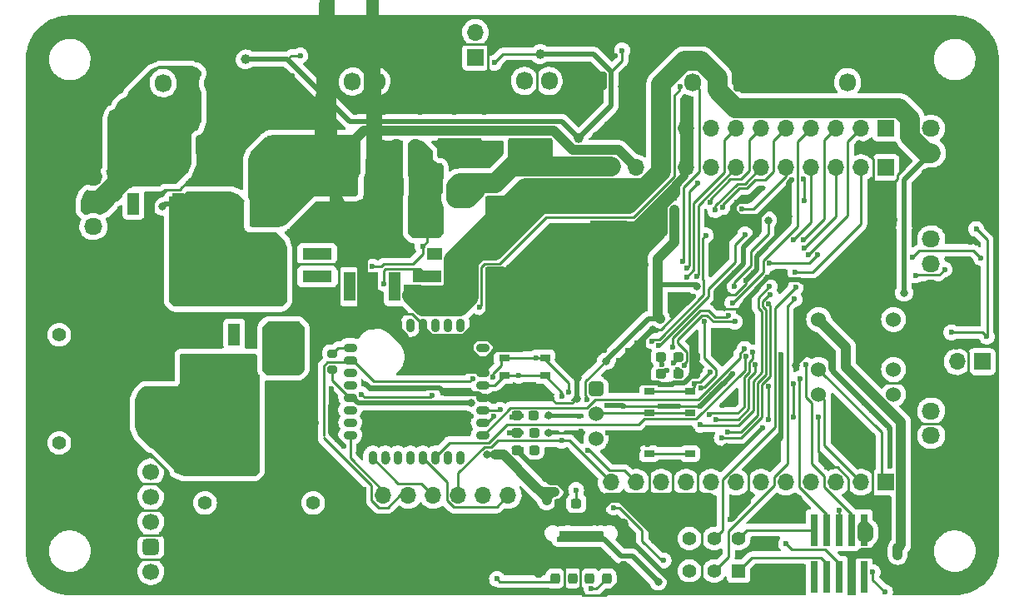
<source format=gbr>
%TF.GenerationSoftware,KiCad,Pcbnew,(6.0.11)*%
%TF.CreationDate,2024-02-29T08:23:56+09:00*%
%TF.ProjectId,Mother_Ctrl,4d6f7468-6572-45f4-9374-726c2e6b6963,rev?*%
%TF.SameCoordinates,Original*%
%TF.FileFunction,Copper,L1,Top*%
%TF.FilePolarity,Positive*%
%FSLAX46Y46*%
G04 Gerber Fmt 4.6, Leading zero omitted, Abs format (unit mm)*
G04 Created by KiCad (PCBNEW (6.0.11)) date 2024-02-29 08:23:56*
%MOMM*%
%LPD*%
G01*
G04 APERTURE LIST*
G04 Aperture macros list*
%AMRoundRect*
0 Rectangle with rounded corners*
0 $1 Rounding radius*
0 $2 $3 $4 $5 $6 $7 $8 $9 X,Y pos of 4 corners*
0 Add a 4 corners polygon primitive as box body*
4,1,4,$2,$3,$4,$5,$6,$7,$8,$9,$2,$3,0*
0 Add four circle primitives for the rounded corners*
1,1,$1+$1,$2,$3*
1,1,$1+$1,$4,$5*
1,1,$1+$1,$6,$7*
1,1,$1+$1,$8,$9*
0 Add four rect primitives between the rounded corners*
20,1,$1+$1,$2,$3,$4,$5,0*
20,1,$1+$1,$4,$5,$6,$7,0*
20,1,$1+$1,$6,$7,$8,$9,0*
20,1,$1+$1,$8,$9,$2,$3,0*%
%AMFreePoly0*
4,1,53,0.885000,-2.035000,0.700000,-2.035000,0.700000,-3.665000,0.695106,-3.680063,0.695106,-3.695902,0.685796,-3.708716,0.680902,-3.723779,0.668089,-3.733089,0.658779,-3.745902,0.643716,-3.750796,0.630902,-3.760106,0.615063,-3.760106,0.600000,-3.765000,-0.600000,-3.765000,-0.615063,-3.760106,-0.630902,-3.760106,-0.643716,-3.750796,-0.658779,-3.745902,-0.668089,-3.733089,-0.680902,-3.723779,
-0.685796,-3.708716,-0.695106,-3.695902,-0.695106,-3.680063,-0.700000,-3.665000,-0.700000,-2.035000,-0.885000,-2.035000,-0.885000,0.450000,-2.515000,0.450000,-2.530063,0.454894,-2.545902,0.454894,-2.558716,0.464204,-2.573779,0.469098,-2.583089,0.481911,-2.595902,0.491221,-2.600796,0.506284,-2.610106,0.519098,-2.610106,0.534937,-2.615000,0.550000,-2.615000,1.750000,-2.610106,1.765063,
-2.610106,1.780902,-2.600796,1.793716,-2.595902,1.808779,-2.583089,1.818089,-2.573779,1.830902,-2.558716,1.835796,-2.545902,1.845106,-2.530063,1.845106,-2.515000,1.850000,-0.885000,1.850000,-0.885000,2.035000,0.885000,2.035000,0.885000,-2.035000,0.885000,-2.035000,$1*%
%AMFreePoly1*
4,1,53,-0.534937,2.610106,-0.519098,2.610106,-0.506284,2.600796,-0.491221,2.595902,-0.481911,2.583089,-0.469098,2.573779,-0.464204,2.558716,-0.454894,2.545902,-0.454894,2.530063,-0.450000,2.515000,-0.450000,0.885000,0.450000,0.885000,0.450000,2.515000,0.454894,2.530063,0.454894,2.545902,0.464204,2.558716,0.469098,2.573779,0.481911,2.583089,0.491221,2.595902,0.506284,2.600796,
0.519098,2.610106,0.534937,2.610106,0.550000,2.615000,1.750000,2.615000,1.765063,2.610106,1.780902,2.610106,1.793716,2.600796,1.808779,2.595902,1.818089,2.583089,1.830902,2.573779,1.835796,2.558716,1.845106,2.545902,1.845106,2.530063,1.850000,2.515000,1.850000,0.885000,2.035000,0.885000,2.035000,-0.885000,-2.035000,-0.885000,-2.035000,0.885000,-1.850000,0.885000,
-1.850000,2.515000,-1.845106,2.530063,-1.845106,2.545902,-1.835796,2.558716,-1.830902,2.573779,-1.818089,2.583089,-1.808779,2.595902,-1.793716,2.600796,-1.780902,2.610106,-1.765063,2.610106,-1.750000,2.615000,-0.550000,2.615000,-0.534937,2.610106,-0.534937,2.610106,$1*%
%AMFreePoly2*
4,1,29,0.885000,1.850000,2.515000,1.850000,2.530063,1.845106,2.545902,1.845106,2.558716,1.835796,2.573779,1.830902,2.583089,1.818089,2.595902,1.808779,2.600796,1.793716,2.610106,1.780902,2.610106,1.765063,2.615000,1.750000,2.615000,0.550000,2.610106,0.534937,2.610106,0.519098,2.600796,0.506284,2.595902,0.491221,2.583089,0.481911,2.573779,0.469098,2.558716,0.464204,
2.545902,0.454894,2.530063,0.454894,2.515000,0.450000,0.885000,0.450000,0.885000,-2.035000,-0.885000,-2.035000,-0.885000,2.035000,0.885000,2.035000,0.885000,1.850000,0.885000,1.850000,$1*%
G04 Aperture macros list end*
%TA.AperFunction,SMDPad,CuDef*%
%ADD10RoundRect,0.237500X-0.287500X-0.237500X0.287500X-0.237500X0.287500X0.237500X-0.287500X0.237500X0*%
%TD*%
%TA.AperFunction,SMDPad,CuDef*%
%ADD11R,0.740000X3.250000*%
%TD*%
%TA.AperFunction,ComponentPad*%
%ADD12RoundRect,0.250000X0.675000X-0.600000X0.675000X0.600000X-0.675000X0.600000X-0.675000X-0.600000X0*%
%TD*%
%TA.AperFunction,ComponentPad*%
%ADD13O,1.850000X1.700000*%
%TD*%
%TA.AperFunction,ComponentPad*%
%ADD14R,1.700000X1.700000*%
%TD*%
%TA.AperFunction,ComponentPad*%
%ADD15O,1.700000X1.700000*%
%TD*%
%TA.AperFunction,SMDPad,CuDef*%
%ADD16RoundRect,0.237500X-0.237500X0.287500X-0.237500X-0.287500X0.237500X-0.287500X0.237500X0.287500X0*%
%TD*%
%TA.AperFunction,ComponentPad*%
%ADD17RoundRect,0.250000X0.600000X0.675000X-0.600000X0.675000X-0.600000X-0.675000X0.600000X-0.675000X0*%
%TD*%
%TA.AperFunction,ComponentPad*%
%ADD18O,1.700000X1.850000*%
%TD*%
%TA.AperFunction,ComponentPad*%
%ADD19C,1.400000*%
%TD*%
%TA.AperFunction,ComponentPad*%
%ADD20R,3.500000X3.500000*%
%TD*%
%TA.AperFunction,ComponentPad*%
%ADD21C,3.500000*%
%TD*%
%TA.AperFunction,SMDPad,CuDef*%
%ADD22RoundRect,0.250001X1.999999X0.799999X-1.999999X0.799999X-1.999999X-0.799999X1.999999X-0.799999X0*%
%TD*%
%TA.AperFunction,ComponentPad*%
%ADD23R,1.400000X1.400000*%
%TD*%
%TA.AperFunction,SMDPad,CuDef*%
%ADD24RoundRect,0.237500X0.287500X0.237500X-0.287500X0.237500X-0.287500X-0.237500X0.287500X-0.237500X0*%
%TD*%
%TA.AperFunction,SMDPad,CuDef*%
%ADD25R,1.050000X0.650000*%
%TD*%
%TA.AperFunction,SMDPad,CuDef*%
%ADD26RoundRect,0.200000X-0.275000X0.200000X-0.275000X-0.200000X0.275000X-0.200000X0.275000X0.200000X0*%
%TD*%
%TA.AperFunction,SMDPad,CuDef*%
%ADD27R,3.400000X2.600000*%
%TD*%
%TA.AperFunction,SMDPad,CuDef*%
%ADD28R,1.500000X2.000000*%
%TD*%
%TA.AperFunction,SMDPad,CuDef*%
%ADD29RoundRect,0.250000X0.250000X0.475000X-0.250000X0.475000X-0.250000X-0.475000X0.250000X-0.475000X0*%
%TD*%
%TA.AperFunction,SMDPad,CuDef*%
%ADD30RoundRect,0.250000X-0.250000X-0.475000X0.250000X-0.475000X0.250000X0.475000X-0.250000X0.475000X0*%
%TD*%
%TA.AperFunction,SMDPad,CuDef*%
%ADD31R,2.200000X1.200000*%
%TD*%
%TA.AperFunction,SMDPad,CuDef*%
%ADD32R,6.400000X5.800000*%
%TD*%
%TA.AperFunction,ComponentPad*%
%ADD33RoundRect,0.381000X-0.381000X-0.381000X0.381000X-0.381000X0.381000X0.381000X-0.381000X0.381000X0*%
%TD*%
%TA.AperFunction,ComponentPad*%
%ADD34C,1.524000*%
%TD*%
%TA.AperFunction,SMDPad,CuDef*%
%ADD35R,3.000000X1.200000*%
%TD*%
%TA.AperFunction,SMDPad,CuDef*%
%ADD36FreePoly0,270.000000*%
%TD*%
%TA.AperFunction,SMDPad,CuDef*%
%ADD37FreePoly1,0.000000*%
%TD*%
%TA.AperFunction,SMDPad,CuDef*%
%ADD38FreePoly2,0.000000*%
%TD*%
%TA.AperFunction,SMDPad,CuDef*%
%ADD39R,1.200000X3.000000*%
%TD*%
%TA.AperFunction,SMDPad,CuDef*%
%ADD40R,1.500000X1.200000*%
%TD*%
%TA.AperFunction,ComponentPad*%
%ADD41RoundRect,0.250000X-0.675000X0.600000X-0.675000X-0.600000X0.675000X-0.600000X0.675000X0.600000X0*%
%TD*%
%TA.AperFunction,SMDPad,CuDef*%
%ADD42R,1.200000X2.200000*%
%TD*%
%TA.AperFunction,SMDPad,CuDef*%
%ADD43R,5.800000X6.400000*%
%TD*%
%TA.AperFunction,SMDPad,CuDef*%
%ADD44O,1.400000X0.900000*%
%TD*%
%TA.AperFunction,SMDPad,CuDef*%
%ADD45O,0.900000X1.400000*%
%TD*%
%TA.AperFunction,SMDPad,CuDef*%
%ADD46O,0.900000X1.200000*%
%TD*%
%TA.AperFunction,SMDPad,CuDef*%
%ADD47RoundRect,0.250001X-0.799999X1.999999X-0.799999X-1.999999X0.799999X-1.999999X0.799999X1.999999X0*%
%TD*%
%TA.AperFunction,ComponentPad*%
%ADD48C,1.700000*%
%TD*%
%TA.AperFunction,ComponentPad*%
%ADD49RoundRect,0.425000X0.425000X0.425000X-0.425000X0.425000X-0.425000X-0.425000X0.425000X-0.425000X0*%
%TD*%
%TA.AperFunction,ComponentPad*%
%ADD50C,2.000000*%
%TD*%
%TA.AperFunction,ComponentPad*%
%ADD51O,1.000000X1.800000*%
%TD*%
%TA.AperFunction,ComponentPad*%
%ADD52O,1.000000X2.100000*%
%TD*%
%TA.AperFunction,ViaPad*%
%ADD53C,0.600000*%
%TD*%
%TA.AperFunction,ViaPad*%
%ADD54C,0.800000*%
%TD*%
%TA.AperFunction,ViaPad*%
%ADD55C,1.000000*%
%TD*%
%TA.AperFunction,Conductor*%
%ADD56C,0.250000*%
%TD*%
%TA.AperFunction,Conductor*%
%ADD57C,0.500000*%
%TD*%
%TA.AperFunction,Conductor*%
%ADD58C,1.000000*%
%TD*%
%TA.AperFunction,Conductor*%
%ADD59C,2.000000*%
%TD*%
G04 APERTURE END LIST*
D10*
%TO.P,D26,1,K*%
%TO.N,GND*%
X164425000Y-113070000D03*
%TO.P,D26,2,A*%
%TO.N,Net-(D26-Pad2)*%
X166175000Y-113070000D03*
%TD*%
D11*
%TO.P,J5,1,Pin_1*%
%TO.N,/3.3VBUS*%
X186840000Y-128945000D03*
%TO.P,J5,2,Pin_2*%
%TO.N,unconnected-(J5-Pad2)*%
X186840000Y-133695000D03*
%TO.P,J5,3,Pin_3*%
%TO.N,TCK*%
X185570000Y-128945000D03*
%TO.P,J5,4,Pin_4*%
%TO.N,GND*%
X185570000Y-133695000D03*
%TO.P,J5,5,Pin_5*%
%TO.N,TMS*%
X184300000Y-128945000D03*
%TO.P,J5,6,Pin_6*%
%TO.N,NRST*%
X184300000Y-133695000D03*
%TO.P,J5,7,Pin_7*%
%TO.N,SWO*%
X183030000Y-128945000D03*
%TO.P,J5,8,Pin_8*%
%TO.N,STLinkTX*%
X183030000Y-133695000D03*
%TO.P,J5,9,Pin_9*%
%TO.N,STLinkRX*%
X181760000Y-128945000D03*
%TO.P,J5,10,Pin_10*%
%TO.N,unconnected-(J5-Pad10)*%
X181760000Y-133695000D03*
%TD*%
D10*
%TO.P,D6,1,K*%
%TO.N,GND*%
X151515000Y-117290000D03*
%TO.P,D6,2,A*%
%TO.N,Net-(D6-Pad2)*%
X153265000Y-117290000D03*
%TD*%
D12*
%TO.P,J10,1,Pin_1*%
%TO.N,GND*%
X193650000Y-124320000D03*
D13*
%TO.P,J10,2,Pin_2*%
X193650000Y-121820000D03*
%TO.P,J10,3,Pin_3*%
%TO.N,RS485a_A*%
X193650000Y-119320000D03*
%TO.P,J10,4,Pin_4*%
%TO.N,RS485a_B*%
X193650000Y-116820000D03*
%TD*%
D14*
%TO.P,J16,1,Pin_1*%
%TO.N,LEDTape1_H*%
X189050000Y-92070000D03*
D15*
%TO.P,J16,2,Pin_2*%
%TO.N,Tact_SW2*%
X186510000Y-92070000D03*
%TO.P,J16,3,Pin_3*%
%TO.N,Tact_SW0*%
X183970000Y-92070000D03*
%TO.P,J16,4,Pin_4*%
%TO.N,Tact_SW1*%
X181430000Y-92070000D03*
%TO.P,J16,5,Pin_5*%
%TO.N,MonitorLED0*%
X178890000Y-92070000D03*
%TO.P,J16,6,Pin_6*%
%TO.N,Sensor3*%
X176350000Y-92070000D03*
%TO.P,J16,7,Pin_7*%
%TO.N,Conn_Detect*%
X173810000Y-92070000D03*
%TO.P,J16,8,Pin_8*%
%TO.N,DAC*%
X171270000Y-92070000D03*
%TO.P,J16,9,Pin_9*%
%TO.N,GND*%
X168730000Y-92070000D03*
%TO.P,J16,10,Pin_10*%
%TO.N,+5V*%
X166190000Y-92070000D03*
%TO.P,J16,11,Pin_11*%
%TO.N,VCC*%
X163650000Y-92070000D03*
%TO.P,J16,12,Pin_12*%
%TO.N,+3.3V*%
X161110000Y-92070000D03*
%TD*%
D16*
%TO.P,D29,1,K*%
%TO.N,GND*%
X158920000Y-132095000D03*
%TO.P,D29,2,A*%
%TO.N,Net-(D29-Pad2)*%
X158920000Y-133845000D03*
%TD*%
D17*
%TO.P,J6,1,Pin_1*%
%TO.N,GND*%
X187650000Y-83370000D03*
D18*
%TO.P,J6,2,Pin_2*%
%TO.N,Net-(J6-Pad2)*%
X185150000Y-83370000D03*
%TD*%
D19*
%TO.P,J2,*%
%TO.N,*%
X119800000Y-126170000D03*
X130800000Y-126170000D03*
D20*
%TO.P,J2,1,Pin_1*%
%TO.N,GND*%
X127800000Y-121170000D03*
D21*
%TO.P,J2,2,Pin_2*%
%TO.N,/12VBAT*%
X122800000Y-121170000D03*
%TD*%
D17*
%TO.P,J12,1,Pin_1*%
%TO.N,GND*%
X159790000Y-83260000D03*
D18*
%TO.P,J12,2,Pin_2*%
X157290000Y-83260000D03*
%TO.P,J12,3,Pin_3*%
%TO.N,RS485b_A*%
X154790000Y-83260000D03*
%TO.P,J12,4,Pin_4*%
%TO.N,RS485b_B*%
X152290000Y-83260000D03*
%TD*%
D22*
%TO.P,C21,1*%
%TO.N,VCC*%
X128350000Y-89820000D03*
%TO.P,C21,2*%
%TO.N,GND*%
X121150000Y-89820000D03*
%TD*%
D10*
%TO.P,D7,1,K*%
%TO.N,GND*%
X151525000Y-119040000D03*
%TO.P,D7,2,A*%
%TO.N,Net-(D7-Pad2)*%
X153275000Y-119040000D03*
%TD*%
D23*
%TO.P,SW4,1,A*%
%TO.N,STLinkTX*%
X174070000Y-133100000D03*
D19*
%TO.P,SW4,2,B*%
%TO.N,MainRX1_F446WriteTX*%
X171570000Y-133100000D03*
%TO.P,SW4,3,C*%
%TO.N,F446USBTX*%
X169070000Y-133100000D03*
%TO.P,SW4,4,A*%
%TO.N,STLinkRX*%
X174070000Y-129800000D03*
%TO.P,SW4,5,B*%
%TO.N,MainTX1_F446WriteRX*%
X171570000Y-129800000D03*
%TO.P,SW4,6,C*%
%TO.N,F446USBRX*%
X169070000Y-129800000D03*
%TD*%
D10*
%TO.P,D3,1,K*%
%TO.N,GND*%
X155815000Y-126230000D03*
%TO.P,D3,2,A*%
%TO.N,Net-(D3-Pad2)*%
X157565000Y-126230000D03*
%TD*%
D24*
%TO.P,D23,1,K*%
%TO.N,GND*%
X169675000Y-113070000D03*
%TO.P,D23,2,A*%
%TO.N,Net-(D23-Pad2)*%
X167925000Y-113070000D03*
%TD*%
D14*
%TO.P,JP1,1,A*%
%TO.N,RS485a_A*%
X198825000Y-111810000D03*
D15*
%TO.P,JP1,2,B*%
%TO.N,Net-(JP1-Pad2)*%
X196285000Y-111810000D03*
%TD*%
D17*
%TO.P,J14,1,Pin_1*%
%TO.N,GND*%
X125550000Y-83470000D03*
D18*
%TO.P,J14,2,Pin_2*%
X123050000Y-83470000D03*
%TO.P,J14,3,Pin_3*%
X120550000Y-83470000D03*
%TO.P,J14,4,Pin_4*%
%TO.N,Vdrive*%
X118050000Y-83470000D03*
%TO.P,J14,5,Pin_5*%
%TO.N,RS485_Arm*%
X115550000Y-83470000D03*
%TD*%
D10*
%TO.P,D8,1,K*%
%TO.N,GND*%
X151525000Y-120790000D03*
%TO.P,D8,2,A*%
%TO.N,Net-(D8-Pad2)*%
X153275000Y-120790000D03*
%TD*%
D25*
%TO.P,SW2,1,A*%
%TO.N,RST*%
X150225000Y-113245000D03*
X154375000Y-113245000D03*
%TO.P,SW2,2,B*%
%TO.N,GND*%
X154350000Y-115395000D03*
X150225000Y-115395000D03*
%TD*%
D10*
%TO.P,D25,1,K*%
%TO.N,GND*%
X164425000Y-111320000D03*
%TO.P,D25,2,A*%
%TO.N,Net-(D25-Pad2)*%
X166175000Y-111320000D03*
%TD*%
D12*
%TO.P,J7,1,Pin_1*%
%TO.N,GND*%
X193650000Y-93070000D03*
D13*
%TO.P,J7,2,Pin_2*%
%TO.N,+5V*%
X193650000Y-90570000D03*
%TO.P,J7,3,Pin_3*%
%TO.N,LEDTape0_H*%
X193650000Y-88070000D03*
%TD*%
D14*
%TO.P,J15,1,Pin_1*%
%TO.N,LEDTape2_H*%
X189050000Y-88070000D03*
D15*
%TO.P,J15,2,Pin_2*%
%TO.N,Slide_SW1*%
X186510000Y-88070000D03*
%TO.P,J15,3,Pin_3*%
%TO.N,Slide_SW2*%
X183970000Y-88070000D03*
%TO.P,J15,4,Pin_4*%
%TO.N,BOOT0*%
X181430000Y-88070000D03*
%TO.P,J15,5,Pin_5*%
%TO.N,Volume*%
X178890000Y-88070000D03*
%TO.P,J15,6,Pin_6*%
%TO.N,MonitorLED1*%
X176350000Y-88070000D03*
%TO.P,J15,7,Pin_7*%
%TO.N,Sensor1*%
X173810000Y-88070000D03*
%TO.P,J15,8,Pin_8*%
%TO.N,Sensor2*%
X171270000Y-88070000D03*
%TO.P,J15,9,Pin_9*%
%TO.N,GND*%
X168730000Y-88070000D03*
%TO.P,J15,10,Pin_10*%
%TO.N,+5V*%
X166190000Y-88070000D03*
%TO.P,J15,11,Pin_11*%
%TO.N,GND*%
X163650000Y-88070000D03*
%TO.P,J15,12,Pin_12*%
X161110000Y-88070000D03*
%TD*%
D26*
%TO.P,R64,1*%
%TO.N,Net-(R64-Pad1)*%
X132740000Y-110965000D03*
%TO.P,R64,2*%
%TO.N,+3.3V*%
X132740000Y-112615000D03*
%TD*%
D22*
%TO.P,C20,1*%
%TO.N,VDD*%
X118650000Y-102570000D03*
%TO.P,C20,2*%
%TO.N,GND*%
X111450000Y-102570000D03*
%TD*%
D27*
%TO.P,D4,1,K*%
%TO.N,VCC*%
X126010000Y-96820000D03*
D28*
%TO.P,D4,2,A*%
%TO.N,VDD*%
X122790000Y-96820000D03*
%TD*%
D19*
%TO.P,J1,*%
%TO.N,*%
X104975000Y-109070000D03*
X104975000Y-120070000D03*
D20*
%TO.P,J1,1,Pin_1*%
%TO.N,GND*%
X114975000Y-112070000D03*
D21*
%TO.P,J1,2,Pin_2*%
%TO.N,/12VBAT*%
X114975000Y-117070000D03*
%TD*%
D16*
%TO.P,D27,1,K*%
%TO.N,GND*%
X155420000Y-132095000D03*
%TO.P,D27,2,A*%
%TO.N,Net-(D27-Pad2)*%
X155420000Y-133845000D03*
%TD*%
D14*
%TO.P,JP2,1,A*%
%TO.N,RS485b_A*%
X147300000Y-80845001D03*
D15*
%TO.P,JP2,2,B*%
%TO.N,Net-(JP2-Pad2)*%
X147300000Y-78305001D03*
%TD*%
D29*
%TO.P,C10,1*%
%TO.N,/5VSYS*%
X141185000Y-89920000D03*
%TO.P,C10,2*%
%TO.N,GND*%
X139285000Y-89920000D03*
%TD*%
D30*
%TO.P,C7,1*%
%TO.N,VCC*%
X134785000Y-89920000D03*
%TO.P,C7,2*%
%TO.N,GND*%
X136685000Y-89920000D03*
%TD*%
D16*
%TO.P,D28,1,K*%
%TO.N,GND*%
X157170000Y-132095000D03*
%TO.P,D28,2,A*%
%TO.N,Net-(D28-Pad2)*%
X157170000Y-133845000D03*
%TD*%
D25*
%TO.P,SW6,1,A*%
%TO.N,BOOT0*%
X169125000Y-114825000D03*
X164975000Y-114825000D03*
%TO.P,SW6,2,B*%
%TO.N,+3.3V*%
X169100000Y-116975000D03*
X164975000Y-116975000D03*
%TD*%
D22*
%TO.P,C23,1*%
%TO.N,+3.3V*%
X152900000Y-90070000D03*
%TO.P,C23,2*%
%TO.N,GND*%
X145700000Y-90070000D03*
%TD*%
D17*
%TO.P,J11,1,Pin_1*%
%TO.N,GND*%
X142290000Y-83310000D03*
D18*
%TO.P,J11,2,Pin_2*%
X139790000Y-83310000D03*
%TO.P,J11,3,Pin_3*%
%TO.N,RS485b_A*%
X137290000Y-83310000D03*
%TO.P,J11,4,Pin_4*%
%TO.N,RS485b_B*%
X134790000Y-83310000D03*
%TD*%
D31*
%TO.P,Q1,1,G*%
%TO.N,GND*%
X127850000Y-116550000D03*
D32*
%TO.P,Q1,2,D*%
%TO.N,/12VBAT*%
X121550000Y-114270000D03*
D31*
%TO.P,Q1,3,S*%
%TO.N,/S-S*%
X127850000Y-111990000D03*
%TD*%
D33*
%TO.P,SW5,1,A*%
%TO.N,Slide_SW0*%
X159550000Y-114570000D03*
D34*
%TO.P,SW5,2,B*%
%TO.N,+3.3V*%
X159550000Y-117110000D03*
%TO.P,SW5,3,C*%
%TO.N,unconnected-(SW5-Pad3)*%
X159550000Y-119650000D03*
%TD*%
D35*
%TO.P,MD1,1,ON/OFF*%
%TO.N,GND*%
X131200000Y-98570000D03*
D36*
%TO.P,MD1,2,VIN*%
%TO.N,VCC*%
X133365000Y-93985000D03*
D37*
%TO.P,MD1,3,GND*%
%TO.N,GND*%
X137945000Y-93985000D03*
D38*
%TO.P,MD1,4,VOUT*%
%TO.N,/5VSYS*%
X141385000Y-95135000D03*
D35*
%TO.P,MD1,5,SENSE*%
X142400000Y-98570000D03*
%TO.P,MD1,6,TRIM*%
%TO.N,Net-(MD1-Pad6)*%
X142400000Y-103150000D03*
D39*
%TO.P,MD1,7,GND*%
%TO.N,GND*%
X136800000Y-104170000D03*
%TO.P,MD1,8,1_NC*%
%TO.N,unconnected-(MD1-Pad8)*%
X134510000Y-104170000D03*
D35*
%TO.P,MD1,9,2_NC*%
%TO.N,unconnected-(MD1-Pad9)*%
X131200000Y-103150000D03*
%TO.P,MD1,10,PGOOD*%
%TO.N,Net-(MD1-Pad10)*%
X131200000Y-100860000D03*
D40*
%TO.P,MD1,11,3_NC*%
%TO.N,unconnected-(MD1-Pad11)*%
X143150000Y-100860000D03*
D39*
%TO.P,MD1,12,4_NC*%
%TO.N,unconnected-(MD1-Pad12)*%
X139090000Y-104170000D03*
%TD*%
D25*
%TO.P,SW7,1,A*%
%TO.N,NRST*%
X164975000Y-121145000D03*
X169125000Y-121145000D03*
%TO.P,SW7,2,B*%
%TO.N,GND*%
X165000000Y-118995000D03*
X169125000Y-118995000D03*
%TD*%
%TO.P,SW3,1,A*%
%TO.N,PRG*%
X154375000Y-111395000D03*
X150225000Y-111395000D03*
%TO.P,SW3,2,B*%
%TO.N,GND*%
X150250000Y-109245000D03*
X154375000Y-109245000D03*
%TD*%
D17*
%TO.P,J8,1,Pin_1*%
%TO.N,GND*%
X174400000Y-83370000D03*
D18*
%TO.P,J8,2,Pin_2*%
%TO.N,+5V*%
X171900000Y-83370000D03*
%TO.P,J8,3,Pin_3*%
%TO.N,Sensor0*%
X169400000Y-83370000D03*
%TD*%
D41*
%TO.P,J13,1,Pin_1*%
%TO.N,GND*%
X108450000Y-88070000D03*
D13*
%TO.P,J13,2,Pin_2*%
X108450000Y-90570000D03*
%TO.P,J13,3,Pin_3*%
X108450000Y-93070000D03*
%TO.P,J13,4,Pin_4*%
%TO.N,Vdrive*%
X108450000Y-95570000D03*
%TO.P,J13,5,Pin_5*%
%TO.N,RS485_Arm*%
X108450000Y-98070000D03*
%TD*%
D42*
%TO.P,Q3,1,G*%
%TO.N,Net-(C1-Pad2)*%
X122770000Y-109020000D03*
D43*
%TO.P,Q3,2,D*%
%TO.N,VDD*%
X125050000Y-102720000D03*
D42*
%TO.P,Q3,3,S*%
%TO.N,/S-S*%
X127330000Y-109020000D03*
%TD*%
D12*
%TO.P,J9,1,Pin_1*%
%TO.N,GND*%
X193650000Y-106820000D03*
D13*
%TO.P,J9,2,Pin_2*%
X193650000Y-104320000D03*
%TO.P,J9,3,Pin_3*%
%TO.N,RS485a_A*%
X193650000Y-101820000D03*
%TO.P,J9,4,Pin_4*%
%TO.N,RS485a_B*%
X193650000Y-99320000D03*
%TD*%
D44*
%TO.P,U2,1,DO0/PWM2*%
%TO.N,Net-(R64-Pad1)*%
X134565000Y-110375000D03*
%TO.P,U2,2,DO1/PWM3*%
%TO.N,PRG*%
X134565000Y-111645000D03*
%TO.P,U2,3,DIO18/DO1*%
%TO.N,unconnected-(U2-Pad3)*%
X134565000Y-112915000D03*
%TO.P,U2,4,DIO19/DO2*%
%TO.N,unconnected-(U2-Pad4)*%
X134565000Y-114185000D03*
%TO.P,U2,5,VCC*%
%TO.N,+3.3V*%
X134565000Y-115455000D03*
%TO.P,U2,6,DIO4/DO3*%
%TO.N,unconnected-(U2-Pad6)*%
X134565000Y-116725000D03*
%TO.P,U2,7,DIO5/PWM1*%
%TO.N,Twe_DIP0*%
X134565000Y-117995000D03*
%TO.P,U2,8,DIO6/TX*%
%TO.N,TweWriteRX_TweTX0*%
X134565000Y-119265000D03*
D45*
%TO.P,U2,9,DIO7/RX*%
%TO.N,TweWriteTX_TweRX0*%
X136855000Y-121555000D03*
%TO.P,U2,10,DIO8/PWM4*%
%TO.N,Twe_DIP2*%
X138125000Y-121555000D03*
%TO.P,U2,11,DIO9/DO4*%
%TO.N,Twe_DIP1*%
X139395000Y-121555000D03*
%TO.P,U2,12,DIO10/M1*%
%TO.N,Twe_DIP3*%
X140665000Y-121555000D03*
%TO.P,U2,13,DIO12/DI1*%
%TO.N,SET*%
X141935000Y-121555000D03*
%TO.P,U2,14,DIO14/SCL*%
%TO.N,MainRX5_TweTX1*%
X143205000Y-121555000D03*
%TO.P,U2,15,DIO13/DI2*%
%TO.N,Twe_DIP4*%
X144475000Y-121555000D03*
%TO.P,U2,16,DIO11/DI3*%
%TO.N,Twe_LED2*%
X145745000Y-121555000D03*
D44*
%TO.P,U2,17,DIO15/SDA*%
%TO.N,MainTX5_TweRX1*%
X148035000Y-119265000D03*
%TO.P,U2,18,DIO16/DI4*%
%TO.N,Twe_LED1*%
X148035000Y-117995000D03*
%TO.P,U2,19,DIO17/BPS*%
%TO.N,Twe_LED0*%
X148035000Y-116725000D03*
%TO.P,U2,20,GND*%
%TO.N,GND*%
X148035000Y-115455000D03*
%TO.P,U2,21,~{RESET}*%
%TO.N,RST*%
X148035000Y-114185000D03*
%TO.P,U2,22,ADC2/AI3*%
%TO.N,GND*%
X148035000Y-112915000D03*
%TO.P,U2,23,ADC1/AI1*%
X148035000Y-111645000D03*
%TO.P,U2,24,DIO0/AI2*%
%TO.N,unconnected-(U2-Pad24)*%
X148035000Y-110375000D03*
D45*
%TO.P,U2,25,DIO1/AI4*%
%TO.N,unconnected-(U2-Pad25)*%
X145745000Y-108085000D03*
%TO.P,U2,26,DIO2/M2*%
%TO.N,unconnected-(U2-Pad26)*%
X144475000Y-108085000D03*
%TO.P,U2,27,DIO3/M3*%
%TO.N,unconnected-(U2-Pad27)*%
X143205000Y-108085000D03*
%TO.P,U2,28,GND*%
%TO.N,GND*%
X141935000Y-108085000D03*
%TO.P,U2,29,NC*%
%TO.N,unconnected-(U2-Pad29)*%
X140665000Y-108085000D03*
%TO.P,U2,30,GND*%
%TO.N,GND*%
X139395000Y-108085000D03*
D46*
%TO.P,U2,31,GND*%
X138125000Y-107985000D03*
%TO.P,U2,32,GND*%
X136855000Y-107985000D03*
%TD*%
D47*
%TO.P,C22,1*%
%TO.N,+5V*%
X149300000Y-97220000D03*
%TO.P,C22,2*%
%TO.N,GND*%
X149300000Y-104420000D03*
%TD*%
D14*
%TO.P,J17,1,Pin_1*%
%TO.N,I2C1_SDA*%
X189050000Y-124070000D03*
D15*
%TO.P,J17,2,Pin_2*%
%TO.N,I2C1_SCL*%
X186510000Y-124070000D03*
%TO.P,J17,3,Pin_3*%
%TO.N,NeoPixel_H*%
X183970000Y-124070000D03*
%TO.P,J17,4,Pin_4*%
%TO.N,LEDTape3_H*%
X181430000Y-124070000D03*
%TO.P,J17,5,Pin_5*%
%TO.N,NRST*%
X178890000Y-124070000D03*
%TO.P,J17,6,Pin_6*%
%TO.N,DIP_SW0*%
X176350000Y-124070000D03*
%TO.P,J17,7,Pin_7*%
%TO.N,DIP_SW1*%
X173810000Y-124070000D03*
%TO.P,J17,8,Pin_8*%
%TO.N,DIP_SW2*%
X171270000Y-124070000D03*
%TO.P,J17,9,Pin_9*%
%TO.N,DIP_SW3*%
X168730000Y-124070000D03*
%TO.P,J17,10,Pin_10*%
%TO.N,DIP_SW4*%
X166190000Y-124070000D03*
%TO.P,J17,11,Pin_11*%
%TO.N,PRG*%
X163650000Y-124070000D03*
%TO.P,J17,12,Pin_12*%
%TO.N,RST*%
X161110000Y-124070000D03*
%TD*%
D14*
%TO.P,J4,1,Pin_1*%
%TO.N,GND*%
X135400000Y-125420000D03*
D15*
%TO.P,J4,2,Pin_2*%
%TO.N,TweWriteRX_TweTX0*%
X137940000Y-125420000D03*
%TO.P,J4,3,Pin_3*%
%TO.N,PRG*%
X140480000Y-125420000D03*
%TO.P,J4,4,Pin_4*%
%TO.N,TweWriteTX_TweRX0*%
X143020000Y-125420000D03*
%TO.P,J4,5,Pin_5*%
%TO.N,RST*%
X145560000Y-125420000D03*
%TO.P,J4,6,Pin_6*%
%TO.N,unconnected-(J4-Pad6)*%
X148100000Y-125420000D03*
%TO.P,J4,7,Pin_7*%
%TO.N,SET*%
X150640000Y-125420000D03*
%TD*%
D34*
%TO.P,U5,2,GND*%
%TO.N,GND*%
X182209999Y-110050002D03*
X189829999Y-110050002D03*
%TO.P,U5,3,VDD*%
%TO.N,+3.3V*%
X182209999Y-107510002D03*
%TO.P,U5,11,~{RESET}*%
%TO.N,Gyro_RST*%
X189829999Y-115130002D03*
%TO.P,U5,14,INT*%
%TO.N,unconnected-(U5-Pad14)*%
X189829999Y-112590002D03*
%TO.P,U5,19,COM1*%
%TO.N,I2C1_SCL*%
X182209999Y-115130002D03*
%TO.P,U5,20,COM0*%
%TO.N,I2C1_SDA*%
X182209999Y-112590002D03*
%TO.P,U5,28,VDDIO*%
%TO.N,unconnected-(U5-Pad28)*%
X189829999Y-107510002D03*
%TD*%
D42*
%TO.P,Q29,1,G*%
%TO.N,Net-(Q28-Pad3)*%
X112520000Y-95770000D03*
D43*
%TO.P,Q29,2,D*%
%TO.N,Vdrive*%
X114800000Y-89470000D03*
D42*
%TO.P,Q29,3,S*%
%TO.N,VDD*%
X117080000Y-95770000D03*
%TD*%
D48*
%TO.P,SW1,*%
%TO.N,*%
X114300000Y-122990000D03*
X114300000Y-133150000D03*
D49*
%TO.P,SW1,1,A*%
%TO.N,\u4E3B\u96FB\u6E90\u30B9\u30A4\u30C3\u30C1*%
X114300000Y-130610000D03*
D48*
%TO.P,SW1,2,B*%
%TO.N,/S-S*%
X114300000Y-128070000D03*
%TO.P,SW1,3,C*%
%TO.N,unconnected-(SW1-Pad3)*%
X114300000Y-125530000D03*
%TD*%
D50*
%TO.P,TP5,1,1*%
%TO.N,GND*%
X104900000Y-125970000D03*
%TD*%
D16*
%TO.P,D30,1,K*%
%TO.N,GND*%
X160670000Y-132095000D03*
%TO.P,D30,2,A*%
%TO.N,Net-(D30-Pad2)*%
X160670000Y-133845000D03*
%TD*%
D24*
%TO.P,D22,1,K*%
%TO.N,GND*%
X169675000Y-111320000D03*
%TO.P,D22,2,A*%
%TO.N,Net-(D22-Pad2)*%
X167925000Y-111320000D03*
%TD*%
D51*
%TO.P,J3,S1,SHIELD*%
%TO.N,GND*%
X153730000Y-132945000D03*
D52*
X162370000Y-128745000D03*
D51*
X162370000Y-132945000D03*
D52*
X153730000Y-128745000D03*
%TD*%
D53*
%TO.N,/S-S*%
X127850000Y-111990000D03*
%TO.N,Net-(C1-Pad2)*%
X122770000Y-109020000D03*
%TO.N,RST*%
X151735000Y-113245000D03*
X156106656Y-115303388D03*
X156070000Y-119840000D03*
%TO.N,GND*%
X164800000Y-118570000D03*
D54*
X179130000Y-97020000D03*
X171480000Y-102420000D03*
X161630000Y-114380000D03*
D53*
X176290000Y-135214500D03*
X158280000Y-85110000D03*
D54*
X126140000Y-132640000D03*
D53*
X112290000Y-97680000D03*
D54*
X113200000Y-121190000D03*
X199830000Y-124020000D03*
D53*
X169482665Y-105152665D03*
D54*
X195940000Y-120960000D03*
X145830000Y-130820000D03*
X194890000Y-94600000D03*
D53*
X175880000Y-104450000D03*
D54*
X157750000Y-87160000D03*
D53*
X142660000Y-120110000D03*
D54*
X141720000Y-126880000D03*
X143380000Y-128870000D03*
X112040000Y-79380000D03*
X148640000Y-82550000D03*
D53*
X110000000Y-127560000D03*
X185200000Y-116940000D03*
D54*
X169490000Y-131450000D03*
D53*
X172920000Y-135214500D03*
D54*
X174700000Y-106760000D03*
D53*
X174790000Y-103550000D03*
X176470000Y-118580000D03*
D54*
X105970000Y-83970000D03*
D53*
X162910000Y-103920000D03*
D54*
X179600000Y-77100000D03*
X121200000Y-107370000D03*
D53*
X158090000Y-118900000D03*
D54*
X114090000Y-81020000D03*
D53*
X149620000Y-135244500D03*
D54*
X177960000Y-133090000D03*
X154760000Y-119030000D03*
X189140000Y-126240000D03*
X144890000Y-83590000D03*
D53*
X161510000Y-80710000D03*
X156950000Y-98000000D03*
D54*
X177840000Y-125820000D03*
D53*
X109110000Y-86670000D03*
D54*
X119820000Y-92690000D03*
X128770000Y-116590000D03*
X190540000Y-135080000D03*
X143670000Y-119350000D03*
X133450000Y-107080000D03*
X198880000Y-87560000D03*
D53*
X168400000Y-105960000D03*
X175100000Y-126090000D03*
X140220000Y-120250000D03*
X161050000Y-103260000D03*
X140041950Y-118500313D03*
X160670000Y-116290000D03*
D54*
X150500000Y-107060000D03*
D53*
X162700000Y-107960000D03*
D54*
X154820000Y-121060000D03*
X109300000Y-80910000D03*
X124600000Y-88440000D03*
X162230000Y-83810000D03*
X188840000Y-90100000D03*
X177840000Y-78970000D03*
D53*
X156560000Y-124950000D03*
D54*
X165500000Y-129930000D03*
X155450000Y-85140000D03*
X174730000Y-77910000D03*
X148530000Y-129200000D03*
D53*
X110190000Y-97810000D03*
D54*
X150530000Y-127270000D03*
X177150000Y-83200000D03*
D53*
X173860000Y-95570000D03*
D54*
X192060000Y-104220000D03*
D53*
X111170000Y-96260000D03*
X173700000Y-115140000D03*
D54*
X121600000Y-91780000D03*
D53*
X164140000Y-131060000D03*
D54*
X157750000Y-105620000D03*
X138740000Y-134820000D03*
X193900000Y-109690000D03*
X128900000Y-126440000D03*
D53*
X162350000Y-116320000D03*
X160840000Y-120370000D03*
X187600000Y-116770000D03*
X172188474Y-111721526D03*
X166080000Y-114170000D03*
D54*
X131520000Y-79050000D03*
D53*
X166070000Y-98840000D03*
X163390000Y-134230000D03*
X188530000Y-128180000D03*
X159780000Y-79630000D03*
X158950000Y-108850000D03*
X133260000Y-119740000D03*
D54*
X155990000Y-100790000D03*
X195440000Y-113600000D03*
X127100000Y-84000000D03*
X120560000Y-85970000D03*
X171380000Y-128140000D03*
X148610000Y-89720000D03*
D53*
X197710000Y-99660000D03*
D54*
X175860000Y-130410000D03*
D53*
X134210000Y-85205500D03*
D54*
X139380000Y-107280000D03*
X189450000Y-103810000D03*
X156360000Y-86000000D03*
D53*
X149575000Y-78075000D03*
D54*
X123600000Y-77110000D03*
X136560000Y-91300000D03*
X172660000Y-99250000D03*
D53*
X166810000Y-120250000D03*
X196270000Y-110310000D03*
D54*
X143400000Y-134600000D03*
D53*
X163370000Y-100870000D03*
X146900000Y-117330000D03*
D54*
X192150000Y-97470000D03*
X111430000Y-119380000D03*
D53*
X158990000Y-107300000D03*
X173170000Y-127850000D03*
D54*
X133260000Y-122440000D03*
X114540000Y-134970000D03*
X187630000Y-119430000D03*
X147380000Y-135050000D03*
D53*
X161120000Y-105120000D03*
D54*
X136300000Y-107850000D03*
X139510000Y-77140000D03*
X150690000Y-86090000D03*
D53*
X148620000Y-85184500D03*
D54*
X106920000Y-109820000D03*
X121150000Y-109920000D03*
D53*
X163330000Y-102180000D03*
D54*
X145400000Y-81990000D03*
X121800000Y-90050000D03*
X199120000Y-94690000D03*
X109000000Y-83190000D03*
D53*
X162170000Y-99010000D03*
D54*
X193440000Y-132160000D03*
D53*
X192410000Y-118110000D03*
D54*
X102280000Y-117440000D03*
D53*
X189230000Y-127620000D03*
X162650000Y-105040000D03*
X164580000Y-102910000D03*
X159260000Y-97730000D03*
D54*
X155620000Y-108510000D03*
X133430000Y-101900000D03*
X132190000Y-127610000D03*
X113980000Y-77130000D03*
X160660000Y-113300000D03*
X106520000Y-104340000D03*
X143650000Y-89640000D03*
X188630000Y-105710000D03*
X167370000Y-132850000D03*
D53*
X174560000Y-100860000D03*
D54*
X108570000Y-124810000D03*
X165670000Y-81130000D03*
X133830000Y-97850000D03*
X157590000Y-108620000D03*
D53*
X162820000Y-110690000D03*
D54*
X176040000Y-127790000D03*
X190960000Y-91290000D03*
X122910000Y-85910000D03*
D53*
X164360000Y-85580000D03*
X160400000Y-110630000D03*
D54*
X179960000Y-127710000D03*
D53*
X150850000Y-81550000D03*
D54*
X178400000Y-95380000D03*
D53*
X166511363Y-97438287D03*
D54*
X195400000Y-118500000D03*
X196180000Y-128210000D03*
D53*
X189950000Y-97380000D03*
D54*
X167350000Y-128590000D03*
X193280000Y-80980000D03*
X121890000Y-80710000D03*
X175990000Y-84090000D03*
D53*
X150810000Y-119010000D03*
D54*
X187600000Y-121970000D03*
D53*
X179440500Y-93302113D03*
D54*
X197640000Y-104210000D03*
D53*
X178384500Y-117030000D03*
D54*
X117420000Y-77000000D03*
X192080000Y-120600000D03*
X159550000Y-88860000D03*
X141110000Y-78530000D03*
X192670000Y-113390000D03*
D53*
X161040000Y-107950000D03*
X166130000Y-116300000D03*
X139290000Y-85205500D03*
X196850000Y-110070000D03*
X137950000Y-86454500D03*
X110350000Y-123350000D03*
D54*
X157620000Y-115580000D03*
X126180000Y-85900000D03*
X164130000Y-77020000D03*
X128770000Y-106710000D03*
X132670000Y-77050000D03*
D53*
X167030000Y-79410000D03*
X159580000Y-85620000D03*
X135090000Y-86455500D03*
D54*
X121960000Y-77060000D03*
D53*
X132640000Y-114560000D03*
D54*
X104320000Y-133600000D03*
X120960000Y-88180000D03*
X186320000Y-89680000D03*
X123250000Y-92040000D03*
D53*
X178384500Y-115580000D03*
X111180000Y-84270000D03*
D54*
X157860000Y-100770000D03*
D53*
X144100000Y-85205500D03*
D54*
X153460000Y-105910000D03*
D53*
X175850000Y-94620000D03*
D54*
X195190000Y-86840000D03*
D53*
X128630000Y-82760000D03*
D54*
X177430000Y-96020000D03*
X197820000Y-133960000D03*
X135220000Y-81350000D03*
X172830000Y-120510000D03*
X119410000Y-91060000D03*
D53*
X130400000Y-81610000D03*
X187770000Y-102250000D03*
X178384500Y-112184500D03*
D54*
X162930000Y-113070000D03*
D53*
X185140000Y-107930000D03*
D54*
X186780000Y-90360000D03*
X151900000Y-132950000D03*
D53*
X110020000Y-85470000D03*
D54*
X116740000Y-80630000D03*
X181140000Y-108820000D03*
X114060000Y-99450000D03*
X123720000Y-79110000D03*
X102240000Y-111180000D03*
X160730000Y-77380000D03*
D53*
X167100000Y-134110000D03*
D54*
X135590000Y-99850000D03*
X198130000Y-115730000D03*
X120580000Y-131010000D03*
X177750000Y-127820000D03*
X191810000Y-132040000D03*
D53*
X164800000Y-120220000D03*
X183000000Y-122560000D03*
X152340000Y-125390000D03*
X111170000Y-128620000D03*
D54*
X189550000Y-93870000D03*
X124570000Y-109180000D03*
X119930000Y-89500000D03*
X126420000Y-114340000D03*
X130970000Y-111510000D03*
X118460000Y-93510000D03*
D53*
X172480000Y-116280000D03*
D54*
X155430000Y-77400000D03*
X187160000Y-103940000D03*
X197730000Y-125960000D03*
X147720000Y-91660000D03*
X166710000Y-77220000D03*
X151090000Y-105950000D03*
X116240000Y-125620000D03*
X135540000Y-77140000D03*
X163990000Y-80170000D03*
X102310000Y-130420000D03*
D53*
X169704893Y-135214500D03*
D54*
X140230000Y-130640000D03*
X164540000Y-113710000D03*
D53*
X163750000Y-109900000D03*
D54*
X135500000Y-102010000D03*
X105980000Y-86470000D03*
X154070000Y-77100000D03*
D53*
X180689500Y-93245000D03*
X183030000Y-78280000D03*
X148200000Y-86490000D03*
D54*
X148900000Y-77010000D03*
D53*
X171353229Y-115163229D03*
X157970000Y-135244500D03*
X131150000Y-118040000D03*
D54*
X140230000Y-112750000D03*
X171800000Y-105840000D03*
D53*
X153110000Y-135244500D03*
X128450000Y-87930000D03*
D54*
X192280000Y-108320000D03*
D53*
X133930000Y-120400000D03*
D54*
X196180000Y-83780000D03*
X122780000Y-134980000D03*
X157990000Y-102600000D03*
X154280000Y-98930000D03*
X150790000Y-102310000D03*
X198060000Y-118770000D03*
X137060000Y-117810000D03*
D53*
X113180000Y-124240000D03*
X164640000Y-101980000D03*
D54*
X131300000Y-135100000D03*
X164110000Y-111890000D03*
D53*
X147000000Y-133880000D03*
X169900000Y-113200000D03*
D54*
X171300000Y-79210000D03*
X170340000Y-77190000D03*
X102280000Y-124270000D03*
X106820000Y-119460000D03*
X180110000Y-109220000D03*
X111480000Y-115130000D03*
X192210000Y-94670000D03*
X115910000Y-131990000D03*
D53*
X162680000Y-97760000D03*
D54*
X123560000Y-89630000D03*
X137510000Y-78890000D03*
X154710000Y-117310000D03*
X126030000Y-123710000D03*
D53*
X176140000Y-100860000D03*
D54*
X147070000Y-83160000D03*
X199640000Y-130870000D03*
X110700000Y-107360000D03*
X132320000Y-104830000D03*
X177570000Y-130350000D03*
X136250000Y-118740000D03*
D53*
X164310000Y-97140000D03*
D54*
X157180000Y-131140000D03*
X135690000Y-131400000D03*
X189520000Y-94860000D03*
X118670000Y-127570000D03*
X110110000Y-77300000D03*
X169740000Y-128360000D03*
X155010000Y-79220000D03*
X192300000Y-126830000D03*
D53*
X182400000Y-78280000D03*
D54*
X135940000Y-103380000D03*
X168760000Y-89990000D03*
X152820000Y-100560000D03*
X112680000Y-131960000D03*
X190340000Y-80470000D03*
X170810000Y-120500000D03*
X102730000Y-81210000D03*
D53*
X133160000Y-87704500D03*
X160332938Y-126897062D03*
D54*
X198700000Y-90630000D03*
X102370000Y-99480000D03*
X102430000Y-93800000D03*
X109130000Y-134110000D03*
D53*
X175600000Y-102760000D03*
X182000000Y-103720000D03*
X127870000Y-80060000D03*
X183860000Y-106910000D03*
X130320000Y-124730000D03*
D54*
X192880000Y-134920000D03*
X192010000Y-124210000D03*
X134790000Y-96270000D03*
D53*
X130990000Y-115280000D03*
D54*
X195760000Y-124210000D03*
X150810000Y-131170000D03*
X106460000Y-77820000D03*
D53*
X178384500Y-111124500D03*
D54*
X121350000Y-93590000D03*
X142820000Y-77020000D03*
X139150000Y-91080000D03*
D53*
X119040000Y-81090000D03*
X179940000Y-106710000D03*
X166800000Y-118980000D03*
X165325000Y-96065000D03*
D54*
X124370000Y-107180000D03*
D53*
X130920000Y-85060000D03*
D54*
X186840000Y-122300000D03*
D53*
X180870000Y-105150000D03*
D54*
X121450000Y-126320000D03*
X195570000Y-133910000D03*
X172270000Y-101580000D03*
X165370000Y-108510000D03*
D53*
X189420000Y-120500000D03*
X186800000Y-115960000D03*
D54*
X108760000Y-129160000D03*
D53*
X174370000Y-95220000D03*
D54*
X152770000Y-108250000D03*
X186970000Y-78040000D03*
X163820000Y-78660000D03*
D53*
X170140000Y-116320000D03*
X182157933Y-117407250D03*
D54*
X106450000Y-97640000D03*
X171660000Y-131460000D03*
D53*
X180370000Y-135214500D03*
D54*
X164760000Y-81980000D03*
D53*
X160740000Y-119030000D03*
D54*
X111060000Y-102020000D03*
X127910000Y-123650000D03*
X180150000Y-125780000D03*
X167410000Y-94490000D03*
D53*
X185130000Y-105320000D03*
D54*
X163520000Y-114570000D03*
X187310000Y-107720000D03*
D53*
X180710000Y-95460000D03*
X151001589Y-117418411D03*
X173610000Y-102770000D03*
X141330000Y-120260000D03*
D54*
X102430000Y-87370000D03*
X192160000Y-129400000D03*
X190970000Y-78070000D03*
D53*
X172498229Y-114018229D03*
D54*
X187330000Y-109950000D03*
D53*
X141750000Y-86455500D03*
D54*
X116640000Y-129790000D03*
X133110000Y-109170000D03*
X137260000Y-127790000D03*
D53*
X167930000Y-116300000D03*
X158920000Y-110610000D03*
X182890000Y-105280000D03*
X180810000Y-110280000D03*
D54*
X159720000Y-132380000D03*
X187330000Y-112370000D03*
X128590000Y-98710000D03*
X197960000Y-122020000D03*
D53*
X177011589Y-103191589D03*
D54*
X145700000Y-89730000D03*
D53*
X173491703Y-113024755D03*
X189830000Y-105640000D03*
D54*
X133640000Y-78990000D03*
X175870000Y-133130000D03*
X157660000Y-110500000D03*
D53*
X168800000Y-118990000D03*
D54*
X146580000Y-127780000D03*
X138130000Y-107100000D03*
X145770000Y-77180000D03*
D53*
X150860000Y-82460000D03*
D54*
X198260000Y-105100000D03*
X122860000Y-88300000D03*
D53*
X169300000Y-110270000D03*
D54*
X198790000Y-84760000D03*
D53*
X200200000Y-114110000D03*
X189370000Y-118570000D03*
D54*
X131320000Y-99180000D03*
X199050000Y-97100000D03*
X154600000Y-130400000D03*
X117440000Y-124470000D03*
D53*
X169425500Y-111320000D03*
X157850000Y-117380000D03*
X155830000Y-135244500D03*
D54*
X137550000Y-119830000D03*
X199830000Y-127480000D03*
D53*
X130940000Y-87704500D03*
D54*
X106720000Y-114210000D03*
D53*
X184640000Y-103710000D03*
D54*
X115220000Y-102400000D03*
X129210000Y-104520000D03*
D53*
X167280000Y-114140000D03*
D54*
X155640000Y-104760000D03*
D53*
X189430000Y-122420000D03*
D54*
X124070000Y-128510000D03*
D53*
X132580000Y-116450000D03*
D54*
X112580000Y-82440000D03*
X153550000Y-85880000D03*
X135500000Y-121100000D03*
X102370000Y-105220000D03*
X151330000Y-114390000D03*
D53*
X185640000Y-102260000D03*
D54*
X144990000Y-91800000D03*
D53*
X157900000Y-98950000D03*
D54*
X156320000Y-132530000D03*
X195820000Y-90550000D03*
X167212299Y-130524500D03*
D53*
X164510000Y-99310000D03*
D54*
X149580000Y-90720000D03*
X138060000Y-90880000D03*
X116020000Y-123890000D03*
X130940000Y-107510000D03*
X164190000Y-90350000D03*
X157670000Y-113500000D03*
X162340000Y-82580000D03*
X133310000Y-123990000D03*
X143960000Y-78530000D03*
X158870000Y-77410000D03*
D53*
X145180000Y-86454500D03*
D54*
X198760000Y-81440000D03*
X140310000Y-109650000D03*
D53*
X176520000Y-94130000D03*
D54*
X194700000Y-115210000D03*
X129980000Y-113900000D03*
X184340000Y-116500000D03*
X178090000Y-84040000D03*
D53*
X126030000Y-88020000D03*
D54*
X128310000Y-85920000D03*
X135910000Y-117390000D03*
D53*
X175910000Y-98860000D03*
D54*
X195080000Y-126730000D03*
D53*
X160890000Y-97730000D03*
X156580000Y-120850000D03*
D54*
X103920000Y-78280000D03*
D53*
X108290000Y-99870000D03*
X161820000Y-111670000D03*
X154870000Y-81560000D03*
D54*
X126450000Y-117170000D03*
X115460000Y-106660000D03*
X144310000Y-118390000D03*
D53*
X135990000Y-114070000D03*
D54*
X193420000Y-86090000D03*
X105940000Y-91830000D03*
X133700000Y-81720000D03*
D53*
X132182388Y-83472267D03*
D54*
X174110000Y-131450000D03*
X179920000Y-112230000D03*
D53*
X153960000Y-81780000D03*
D54*
X190390000Y-83940000D03*
X138000000Y-89680000D03*
X131280000Y-95930000D03*
D53*
X162230000Y-85610000D03*
D54*
X130990000Y-131120000D03*
X153490000Y-102250000D03*
X195520000Y-78410000D03*
X163690000Y-120840000D03*
X171430000Y-100380000D03*
D53*
X183460000Y-102260000D03*
X198360000Y-99740000D03*
D54*
X195480000Y-105990000D03*
X140660000Y-81930000D03*
X127010000Y-130140000D03*
X192380000Y-110990000D03*
D53*
X189750000Y-102310000D03*
X200200000Y-119460000D03*
D54*
X152450000Y-110230000D03*
D53*
X168760000Y-85580000D03*
D54*
X149020000Y-83500000D03*
X187200000Y-80590000D03*
X155740000Y-111580000D03*
X179740000Y-133120000D03*
%TO.N,/5VBUS*%
X149329500Y-121270500D03*
X150154675Y-121270500D03*
D53*
X159630000Y-129850000D03*
D54*
X154560000Y-125070000D03*
D53*
X156696133Y-129264502D03*
D54*
X148490500Y-121270500D03*
X165884024Y-134179866D03*
D53*
X156430000Y-129810000D03*
X159424500Y-129280000D03*
D54*
X154570000Y-125900000D03*
D53*
X156080000Y-129300000D03*
D54*
X155380000Y-125070000D03*
D53*
X160250000Y-129830000D03*
X160042052Y-129255946D03*
X155813134Y-129871855D03*
%TO.N,/3.3VBUS*%
X186650000Y-129620000D03*
X187258660Y-129528162D03*
X186850000Y-128420000D03*
X187250000Y-128920000D03*
X186650000Y-129020000D03*
D54*
%TO.N,VCC*%
X134785000Y-89920000D03*
D53*
X133365000Y-93985000D03*
D55*
%TO.N,+3.3V*%
X167510863Y-96400863D03*
D54*
X177060000Y-97430000D03*
D53*
X147150000Y-94570000D03*
X148750000Y-94070000D03*
D54*
X166067593Y-107418367D03*
D53*
X148350000Y-93570000D03*
X149230000Y-81400000D03*
X129499500Y-80674931D03*
X165770000Y-101194500D03*
X145350000Y-95170000D03*
D55*
X167510863Y-97455500D03*
D54*
X190355000Y-130665000D03*
X160590000Y-111735500D03*
X146898373Y-116016555D03*
X146450000Y-94470000D03*
D55*
X123940000Y-81060000D03*
D53*
X173648829Y-104118829D03*
X198230000Y-98310500D03*
D54*
X145650000Y-93670000D03*
X169809680Y-104118829D03*
D53*
X162220000Y-80150000D03*
X147750000Y-93570000D03*
X147150000Y-93570000D03*
D54*
X145650000Y-94470000D03*
D55*
X157779926Y-89064434D03*
D53*
X195705000Y-108815000D03*
D54*
X190250000Y-131470000D03*
D53*
X199301767Y-109239460D03*
D54*
X146450000Y-93670000D03*
D55*
X153899500Y-80511972D03*
D54*
X134565000Y-115455000D03*
D53*
X158609055Y-115630516D03*
X147750000Y-94570000D03*
D54*
X190600000Y-117956522D03*
%TO.N,/5VSYS*%
X141350000Y-94970000D03*
X141350000Y-95770000D03*
X141185000Y-89920000D03*
X142150000Y-93370000D03*
X141350000Y-96570000D03*
X141350000Y-92570000D03*
X142150000Y-97370000D03*
X142950000Y-94170000D03*
X142950000Y-95770000D03*
X142950000Y-93370000D03*
X141350000Y-97370000D03*
X141350000Y-93370000D03*
D53*
X141938251Y-100069501D03*
D54*
X142150000Y-96570000D03*
X142950000Y-97370000D03*
X141750000Y-91870000D03*
X142150000Y-94170000D03*
X142550000Y-91870000D03*
X142150000Y-95770000D03*
D53*
X136832442Y-102141949D03*
D54*
X142150000Y-92570000D03*
X142950000Y-94970000D03*
X142950000Y-96570000D03*
X141350000Y-94170000D03*
X142150000Y-94970000D03*
X142950000Y-92570000D03*
D53*
%TO.N,+5V*%
X190900000Y-98180000D03*
X140850000Y-104870000D03*
X142000501Y-104570000D03*
X140850000Y-105470000D03*
X141450000Y-106070000D03*
X140250000Y-104270000D03*
X140250000Y-104870000D03*
X142000000Y-105770000D03*
D54*
X190900000Y-104800000D03*
D53*
X141450000Y-105470000D03*
X142000501Y-105170000D03*
X142000000Y-106370000D03*
X141450000Y-104270000D03*
X141450000Y-104870000D03*
X140850000Y-104270000D03*
%TO.N,/3.3VSYS*%
X147750500Y-106260000D03*
X168098585Y-83802029D03*
D54*
%TO.N,VDD*%
X115440000Y-96040000D03*
D53*
X122790000Y-96820000D03*
%TO.N,NRST*%
X169109815Y-121108122D03*
X170238411Y-114498411D03*
X170591080Y-107720500D03*
X178890000Y-130300000D03*
%TO.N,Net-(D3-Pad2)*%
X157550000Y-124869500D03*
%TO.N,Net-(D6-Pad2)*%
X153324999Y-117290000D03*
%TO.N,Net-(D7-Pad2)*%
X153274999Y-119040000D03*
%TO.N,Net-(D8-Pad2)*%
X153274999Y-120790000D03*
%TO.N,F446_DIP0*%
X172353731Y-119556269D03*
X177135500Y-105897664D03*
%TO.N,Twe_DIP0*%
X134590000Y-118010000D03*
%TO.N,F446_DIP1*%
X172989561Y-118931769D03*
X177299450Y-104967340D03*
%TO.N,Twe_DIP1*%
X139440000Y-121600000D03*
%TO.N,F446_DIP2*%
X170176123Y-118229500D03*
X177201200Y-104173362D03*
%TO.N,Twe_DIP2*%
X138445500Y-121660000D03*
%TO.N,F446_DIP3*%
X175785500Y-112110500D03*
X171750718Y-117669500D03*
%TO.N,Twe_DIP3*%
X140665000Y-121555000D03*
%TO.N,F446_DIP4*%
X171101407Y-117181407D03*
X175472297Y-110858122D03*
%TO.N,Twe_DIP4*%
X144475000Y-121545000D03*
%TO.N,Net-(D22-Pad2)*%
X167440000Y-111950000D03*
%TO.N,Net-(D23-Pad2)*%
X167886264Y-112613365D03*
%TO.N,Net-(D25-Pad2)*%
X166293830Y-112095500D03*
%TO.N,Net-(D26-Pad2)*%
X166806169Y-112709269D03*
%TO.N,Net-(D27-Pad2)*%
X149500000Y-133900000D03*
%TO.N,Net-(D28-Pad2)*%
X157170000Y-133845000D03*
%TO.N,Net-(D29-Pad2)*%
X158920000Y-133845000D03*
%TO.N,Net-(D30-Pad2)*%
X159100661Y-134908839D03*
%TO.N,Sensor0*%
X168399500Y-101610812D03*
%TO.N,Sensor1*%
X168799495Y-103175500D03*
%TO.N,Sensor2*%
X169925500Y-93614500D03*
X168775364Y-102316453D03*
%TO.N,Sensor3*%
X171675083Y-96372686D03*
%TO.N,PRG*%
X158725000Y-120801822D03*
X156776862Y-114867465D03*
X153485000Y-111395000D03*
X149114052Y-113377845D03*
X147032213Y-113520500D03*
%TO.N,BOOT0*%
X169551858Y-114044500D03*
X173430000Y-105830000D03*
X171174500Y-112900000D03*
%TO.N,TCK*%
X180929607Y-112130393D03*
%TO.N,TMS*%
X184277776Y-126922655D03*
%TO.N,SWO*%
X180305107Y-113510000D03*
%TO.N,Net-(MD1-Pad6)*%
X137990498Y-103858252D03*
%TO.N,Net-(MD1-Pad10)*%
X131200000Y-100860000D03*
%TO.N,/5V_IND*%
X142910000Y-115267055D03*
X135706019Y-115126920D03*
%TO.N,/3.3V_IND*%
X187709502Y-133220000D03*
X188953342Y-135237336D03*
%TO.N,LEDTape0_L*%
X177220904Y-101796750D03*
X182080000Y-100945500D03*
%TO.N,NeoPixel_L*%
X179645500Y-117407750D03*
X179645500Y-114020000D03*
%TO.N,LEDTape3_L*%
X177135500Y-117680000D03*
X177135500Y-114330000D03*
%TO.N,Net-(Q28-Pad3)*%
X112500000Y-96500000D03*
%TO.N,Net-(R11-Pad2)*%
X166435006Y-132024500D03*
X161365000Y-126638178D03*
%TO.N,Twe_LED0*%
X149796419Y-116696419D03*
%TO.N,Twe_LED1*%
X149121419Y-117371419D03*
%TO.N,Twe_LED2*%
X145745000Y-121555000D03*
%TO.N,Volume*%
X172425500Y-96094500D03*
%TO.N,Tact_SW0*%
X180738080Y-100254863D03*
%TO.N,Tact_SW1*%
X179650000Y-99445500D03*
%TO.N,Tact_SW2*%
X179825858Y-102696995D03*
%TO.N,Slide_SW1*%
X181162660Y-100945500D03*
%TO.N,Slide_SW2*%
X180655866Y-99434500D03*
%TO.N,LED0*%
X167388864Y-110331352D03*
X173050000Y-107097081D03*
%TO.N,LED1*%
X173674500Y-107721581D03*
X168582315Y-112195000D03*
%TO.N,MonitorLED0*%
X165889364Y-110166349D03*
X174736505Y-98867658D03*
X174425500Y-96260000D03*
%TO.N,MonitorLED1*%
X165231780Y-109711610D03*
X170720000Y-98960000D03*
X171174787Y-95554787D03*
%TO.N,MainTX6_RS485aRX*%
X198710220Y-101252120D03*
X191775500Y-101170000D03*
%TO.N,Conn_Detect*%
X169778911Y-103125000D03*
%TO.N,MainRX1_F446WriteTX*%
X179747145Y-105443035D03*
%TO.N,MainTX1_F446WriteRX*%
X179874431Y-104245569D03*
%TO.N,MainRX5_TweTX1*%
X174803098Y-111295589D03*
%TO.N,MainTX5_TweRX1*%
X174679647Y-110503005D03*
%TO.N,MainRX6_RS485aTX*%
X195008137Y-102421863D03*
X192080650Y-103020529D03*
%TD*%
D56*
%TO.N,RST*%
X153695000Y-113245000D02*
X154375000Y-113245000D01*
X156070000Y-119840000D02*
X149593274Y-119840000D01*
X145560000Y-123140000D02*
X145560000Y-125420000D01*
X156070000Y-119840000D02*
X156880000Y-119840000D01*
X149285000Y-114185000D02*
X150225000Y-113245000D01*
X148035000Y-114185000D02*
X149285000Y-114185000D01*
X156106656Y-114976656D02*
X154375000Y-113245000D01*
X148210000Y-120490000D02*
X145560000Y-123140000D01*
X156880000Y-119840000D02*
X161110000Y-124070000D01*
X156106656Y-115303388D02*
X156106656Y-114976656D01*
X151735000Y-113245000D02*
X153695000Y-113245000D01*
X148943274Y-120490000D02*
X148210000Y-120490000D01*
X150225000Y-113245000D02*
X151735000Y-113245000D01*
X149593274Y-119840000D02*
X148943274Y-120490000D01*
D57*
%TO.N,GND*%
X144190000Y-115080000D02*
X147660000Y-115080000D01*
D56*
X118460000Y-93510000D02*
X118040000Y-93510000D01*
D57*
X176340000Y-94130000D02*
X175850000Y-94620000D01*
X171800000Y-104630000D02*
X171800000Y-104960000D01*
X178384500Y-117030000D02*
X178384500Y-111124500D01*
X186020000Y-131620000D02*
X186020000Y-131610000D01*
X159260000Y-97730000D02*
X162650000Y-97730000D01*
X173610000Y-102770000D02*
X173610000Y-102820000D01*
D56*
X156320000Y-134930000D02*
X156620000Y-135230000D01*
X167365000Y-128575000D02*
X167365000Y-126225000D01*
D57*
X175880000Y-104450000D02*
X175880000Y-104390000D01*
D56*
X185860000Y-125560000D02*
X187750000Y-125560000D01*
X140826016Y-106900000D02*
X139760000Y-106900000D01*
D57*
X156560000Y-124891497D02*
X156560000Y-124950000D01*
D56*
X115735000Y-94345000D02*
X114510000Y-95570000D01*
D57*
X167410000Y-94040000D02*
X168730000Y-92720000D01*
X186610000Y-131020000D02*
X187660000Y-131020000D01*
X189430000Y-118580000D02*
X183421999Y-112571999D01*
D56*
X158865000Y-132095000D02*
X158920000Y-132095000D01*
X187750000Y-125560000D02*
X187805000Y-125615000D01*
X115345000Y-126895000D02*
X116350000Y-127900000D01*
X139760000Y-106900000D02*
X139380000Y-107280000D01*
D57*
X172498229Y-114018229D02*
X173491703Y-113024755D01*
X146885000Y-110002208D02*
X147412208Y-109475000D01*
X154885000Y-124105000D02*
X155773503Y-124105000D01*
D56*
X189230000Y-127040000D02*
X189230000Y-127620000D01*
X129090000Y-101900000D02*
X128950000Y-102040000D01*
X157970000Y-135244500D02*
X158259339Y-135533839D01*
X167365000Y-122985000D02*
X166770000Y-122390000D01*
X169720000Y-134300000D02*
X170290000Y-133730000D01*
D57*
X157620000Y-115580000D02*
X157620000Y-113550000D01*
X181919998Y-110050002D02*
X182209999Y-110050002D01*
D56*
X170290000Y-128910000D02*
X169740000Y-128360000D01*
D57*
X163546143Y-97760000D02*
X168730000Y-92576143D01*
X139395000Y-108085000D02*
X139395000Y-108337792D01*
X176140000Y-100830000D02*
X179130000Y-97840000D01*
X147782208Y-111645000D02*
X146885000Y-110747792D01*
D56*
X168400000Y-106280000D02*
X168400000Y-105960000D01*
D57*
X167425000Y-113995000D02*
X168540697Y-113995000D01*
X171800000Y-105840000D02*
X172060000Y-105840000D01*
X185570000Y-133695000D02*
X185570000Y-132070000D01*
X186020000Y-131610000D02*
X186610000Y-131020000D01*
X141935000Y-108337792D02*
X141935000Y-108085000D01*
X187660000Y-131020000D02*
X188530000Y-130150000D01*
X135990000Y-114070000D02*
X136110000Y-114070000D01*
X136557055Y-114517055D02*
X143627055Y-114517055D01*
D56*
X176430000Y-121680000D02*
X176430000Y-121520000D01*
X180710000Y-93265500D02*
X180689500Y-93245000D01*
D57*
X176200000Y-98540000D02*
X174560000Y-100180000D01*
D56*
X186780000Y-90360000D02*
X186920000Y-90360000D01*
X114510000Y-95570000D02*
X114510000Y-99000000D01*
X187740000Y-93320000D02*
X188290000Y-93870000D01*
X154350000Y-115395000D02*
X154835000Y-115395000D01*
D57*
X166080000Y-114170000D02*
X165905000Y-113995000D01*
X161021822Y-125888178D02*
X162043076Y-125888178D01*
D56*
X187330000Y-112370000D02*
X187400000Y-112370000D01*
D57*
X185570000Y-132070000D02*
X186020000Y-131620000D01*
X151570000Y-120790000D02*
X154885000Y-124105000D01*
D56*
X190225000Y-93195000D02*
X189550000Y-93870000D01*
X190960000Y-92050000D02*
X190225000Y-92785000D01*
D57*
X178384500Y-117030000D02*
X178384500Y-119565500D01*
D56*
X197460000Y-112880000D02*
X198130000Y-113550000D01*
D57*
X148287792Y-111645000D02*
X149312792Y-110620000D01*
X152060000Y-110620000D02*
X152450000Y-110230000D01*
D56*
X112750000Y-126140000D02*
X113505000Y-126895000D01*
D57*
X155815000Y-126095000D02*
X156560000Y-125350000D01*
X161880000Y-119030000D02*
X163690000Y-120840000D01*
X179920000Y-112230000D02*
X179920000Y-112050000D01*
D56*
X187740000Y-91180000D02*
X187740000Y-93320000D01*
X155480000Y-116040000D02*
X157160000Y-116040000D01*
D57*
X149300000Y-106052792D02*
X146117792Y-109235000D01*
D56*
X133430000Y-107060000D02*
X133450000Y-107080000D01*
D57*
X172060000Y-105840000D02*
X172653210Y-106433210D01*
X147412208Y-109475000D02*
X148657792Y-109475000D01*
D56*
X157970000Y-135244500D02*
X157970000Y-135230000D01*
X128950000Y-102040000D02*
X128950000Y-104260000D01*
D57*
X132580000Y-116450000D02*
X132580000Y-119050000D01*
X149312792Y-110130000D02*
X149312792Y-110620000D01*
X173340000Y-127850000D02*
X175100000Y-126090000D01*
X177011589Y-103191589D02*
X178341589Y-103191589D01*
D56*
X133430000Y-101900000D02*
X129090000Y-101900000D01*
X118040000Y-93510000D02*
X117205000Y-94345000D01*
X153960000Y-81780000D02*
X153960000Y-81830000D01*
D57*
X146117792Y-109235000D02*
X142832208Y-109235000D01*
X162370000Y-128745000D02*
X162370000Y-129330000D01*
D56*
X188290000Y-93870000D02*
X189550000Y-93870000D01*
X153550000Y-82240000D02*
X153550000Y-85880000D01*
D57*
X166480000Y-98840000D02*
X166560863Y-98759137D01*
D56*
X151515000Y-117290000D02*
X151130000Y-117290000D01*
X156620000Y-135230000D02*
X157970000Y-135230000D01*
X175100000Y-123010000D02*
X176430000Y-121680000D01*
D57*
X149300000Y-104420000D02*
X149300000Y-106052792D01*
X175850000Y-94620000D02*
X174960000Y-95510000D01*
X148035000Y-111645000D02*
X147782208Y-111645000D01*
D56*
X174790000Y-103550000D02*
X174790000Y-103893604D01*
X187400000Y-112370000D02*
X188960000Y-113930000D01*
D57*
X177190000Y-96020000D02*
X177430000Y-96020000D01*
D56*
X154835000Y-115395000D02*
X155480000Y-116040000D01*
X114510000Y-99000000D02*
X114060000Y-99450000D01*
D57*
X168675330Y-105960000D02*
X169482665Y-105152665D01*
D56*
X157970000Y-132990000D02*
X158865000Y-132095000D01*
X187685000Y-125495000D02*
X187805000Y-125615000D01*
D57*
X162370000Y-129330000D02*
X167100000Y-134060000D01*
X164425000Y-109457729D02*
X164425000Y-111320000D01*
X176140000Y-100860000D02*
X175885000Y-101115000D01*
X178596995Y-103446995D02*
X180313005Y-103446995D01*
X175880000Y-104390000D02*
X177011589Y-103258411D01*
D56*
X167365000Y-126225000D02*
X167365000Y-122985000D01*
X113125000Y-124295000D02*
X113125000Y-124495000D01*
D57*
X155815000Y-126230000D02*
X155815000Y-126095000D01*
X175880000Y-104450000D02*
X174700000Y-105630000D01*
D56*
X117205000Y-94345000D02*
X115735000Y-94345000D01*
D57*
X171800000Y-104960000D02*
X171800000Y-105840000D01*
D56*
X157960000Y-119030000D02*
X158090000Y-118900000D01*
D57*
X160670000Y-116290000D02*
X162320000Y-116290000D01*
D56*
X175100000Y-126090000D02*
X175100000Y-123010000D01*
D57*
X168400000Y-105960000D02*
X168675330Y-105960000D01*
X168730000Y-92576143D02*
X168730000Y-92070000D01*
X173610000Y-102820000D02*
X171800000Y-104630000D01*
X179130000Y-93612613D02*
X179440500Y-93302113D01*
X171380000Y-125540000D02*
X171380000Y-128140000D01*
X165500000Y-129345102D02*
X165500000Y-129930000D01*
D56*
X157970000Y-135230000D02*
X157970000Y-132990000D01*
D57*
X188530000Y-130150000D02*
X188530000Y-128180000D01*
X183421999Y-112571999D02*
X183421999Y-111262002D01*
X179920000Y-112050000D02*
X181919998Y-110050002D01*
D56*
X187685000Y-122055000D02*
X187685000Y-125495000D01*
D57*
X147660000Y-115080000D02*
X148035000Y-115455000D01*
X165370000Y-108510000D02*
X165370000Y-108512729D01*
X176200000Y-97010000D02*
X177190000Y-96020000D01*
D56*
X185240000Y-123678299D02*
X185240000Y-124940000D01*
X169905000Y-123105000D02*
X170810000Y-122200000D01*
D57*
X162043076Y-125888178D02*
X165500000Y-129345102D01*
D56*
X113200000Y-121190000D02*
X114161701Y-121190000D01*
X195010000Y-118110000D02*
X195400000Y-118500000D01*
D57*
X178384500Y-119565500D02*
X176430000Y-121520000D01*
X140310000Y-109252792D02*
X140310000Y-109650000D01*
D56*
X113505000Y-126895000D02*
X115345000Y-126895000D01*
X183000000Y-121800000D02*
X182157933Y-120957933D01*
X148640000Y-82550000D02*
X148605000Y-82515000D01*
D57*
X167280000Y-114140000D02*
X166110000Y-114140000D01*
X190540000Y-134500000D02*
X190540000Y-135080000D01*
X166110000Y-114140000D02*
X166080000Y-114170000D01*
D56*
X146060001Y-79480001D02*
X148569999Y-79480001D01*
X161840000Y-134230000D02*
X163390000Y-134230000D01*
D57*
X167410000Y-94490000D02*
X167410000Y-94040000D01*
X180313005Y-103446995D02*
X180586010Y-103720000D01*
X173670000Y-96565161D02*
X174114839Y-97010000D01*
X151386589Y-117418411D02*
X151515000Y-117290000D01*
D56*
X116020000Y-123048299D02*
X116020000Y-123890000D01*
D57*
X150810000Y-119010000D02*
X151495000Y-119010000D01*
X160332938Y-125608584D02*
X160571522Y-125370000D01*
D56*
X156320000Y-132530000D02*
X156320000Y-134930000D01*
X113125000Y-129435000D02*
X112680000Y-129880000D01*
X143960000Y-78530000D02*
X145110000Y-78530000D01*
X190960000Y-91290000D02*
X190960000Y-92050000D01*
X162350000Y-116320000D02*
X166110000Y-116320000D01*
X116350000Y-127900000D02*
X116350000Y-128320000D01*
D57*
X171210000Y-125370000D02*
X171380000Y-125540000D01*
X164825000Y-113995000D02*
X164540000Y-113710000D01*
X169350000Y-112745000D02*
X169350000Y-110320000D01*
D56*
X190225000Y-92785000D02*
X190225000Y-93195000D01*
D57*
X168540697Y-113995000D02*
X169465697Y-113070000D01*
X174700000Y-105630000D02*
X174700000Y-106760000D01*
D56*
X197460000Y-110820000D02*
X197460000Y-112880000D01*
X166085000Y-126225000D02*
X167365000Y-126225000D01*
X141935000Y-108085000D02*
X141935000Y-108008984D01*
X115235000Y-129435000D02*
X113125000Y-129435000D01*
X169905000Y-128195000D02*
X169905000Y-123105000D01*
D57*
X160332938Y-126897062D02*
X160332938Y-125608584D01*
D56*
X148779999Y-79480001D02*
X149575000Y-78685000D01*
X157160000Y-116040000D02*
X157620000Y-115580000D01*
D57*
X151001589Y-117418411D02*
X151386589Y-117418411D01*
D56*
X198130000Y-113550000D02*
X198130000Y-115730000D01*
X167350000Y-128590000D02*
X167365000Y-128575000D01*
D57*
X177011589Y-103258411D02*
X177011589Y-103191589D01*
X162680000Y-97760000D02*
X163546143Y-97760000D01*
D56*
X165015000Y-125155000D02*
X166085000Y-126225000D01*
D57*
X157620000Y-113550000D02*
X157670000Y-113500000D01*
D56*
X173703604Y-104980000D02*
X171820000Y-104980000D01*
X133430000Y-101900000D02*
X133430000Y-107060000D01*
D57*
X164095000Y-113995000D02*
X163520000Y-114570000D01*
D56*
X171820000Y-104980000D02*
X171800000Y-104960000D01*
D57*
X160332938Y-126577062D02*
X161021822Y-125888178D01*
D56*
X135220000Y-81370000D02*
X136010000Y-82160000D01*
X145110000Y-78530000D02*
X146060001Y-79480001D01*
D57*
X165365000Y-113995000D02*
X164095000Y-113995000D01*
D56*
X186920000Y-90360000D02*
X187740000Y-91180000D01*
D57*
X174960000Y-95510000D02*
X174114839Y-95510000D01*
X166560863Y-98759137D02*
X166560863Y-96007360D01*
D56*
X160536161Y-135533839D02*
X161840000Y-134230000D01*
D57*
X165905000Y-113995000D02*
X165365000Y-113995000D01*
X175885000Y-102455000D02*
X174790000Y-103550000D01*
D56*
X192130000Y-113930000D02*
X192670000Y-113390000D01*
D57*
X167853411Y-93863417D02*
X168730000Y-92986828D01*
X174114839Y-95510000D02*
X173670000Y-95954839D01*
D56*
X148605000Y-82515000D02*
X148605000Y-79515002D01*
D57*
X176200000Y-97010000D02*
X176200000Y-98540000D01*
D56*
X174700000Y-106760000D02*
X174412081Y-106472081D01*
D57*
X160571522Y-125370000D02*
X171210000Y-125370000D01*
X169350000Y-110320000D02*
X169300000Y-110270000D01*
D56*
X183000000Y-122560000D02*
X183000000Y-121800000D01*
X167290000Y-134300000D02*
X169720000Y-134300000D01*
D57*
X172498229Y-114018229D02*
X172441771Y-114018229D01*
D56*
X114161701Y-121190000D02*
X116020000Y-123048299D01*
D57*
X151525000Y-120790000D02*
X151570000Y-120790000D01*
X149312792Y-110620000D02*
X152060000Y-110620000D01*
X148035000Y-111645000D02*
X148287792Y-111645000D01*
X176140000Y-100860000D02*
X176140000Y-100830000D01*
D56*
X112680000Y-131960000D02*
X115880000Y-131960000D01*
X165370000Y-108510000D02*
X166170000Y-108510000D01*
X113180000Y-124240000D02*
X114860000Y-124240000D01*
D57*
X148657792Y-109475000D02*
X149312792Y-110130000D01*
D56*
X182157933Y-120957933D02*
X182157933Y-117407250D01*
D57*
X166560863Y-96007360D02*
X167853411Y-94714812D01*
X168730000Y-92986828D02*
X168730000Y-92070000D01*
X132640000Y-116390000D02*
X132580000Y-116450000D01*
X135560000Y-107110000D02*
X136300000Y-107850000D01*
X180586010Y-103720000D02*
X182000000Y-103720000D01*
X140230000Y-112750000D02*
X147870000Y-112750000D01*
D56*
X114860000Y-124240000D02*
X116240000Y-125620000D01*
D57*
X183421999Y-111262002D02*
X182209999Y-110050002D01*
D56*
X115880000Y-131960000D02*
X115910000Y-131990000D01*
D57*
X146885000Y-110747792D02*
X146885000Y-110002208D01*
D56*
X141935000Y-108008984D02*
X140826016Y-106900000D01*
D57*
X173670000Y-95954839D02*
X173670000Y-96565161D01*
X172441771Y-114018229D02*
X170140000Y-116320000D01*
X187660000Y-131620000D02*
X190540000Y-134500000D01*
D56*
X185240000Y-124940000D02*
X185860000Y-125560000D01*
D57*
X176520000Y-94130000D02*
X176340000Y-94130000D01*
D56*
X165640000Y-122390000D02*
X165015000Y-123015000D01*
D57*
X167280000Y-114140000D02*
X167425000Y-113995000D01*
X167853411Y-94714812D02*
X167853411Y-93863417D01*
D56*
X165015000Y-123015000D02*
X165015000Y-125155000D01*
D57*
X169465697Y-113070000D02*
X169675000Y-113070000D01*
X178341589Y-103191589D02*
X178596995Y-103446995D01*
X142832208Y-109235000D02*
X141935000Y-108337792D01*
X147870000Y-112750000D02*
X148035000Y-112915000D01*
X160740000Y-119030000D02*
X161880000Y-119030000D01*
X136082442Y-100342442D02*
X136082442Y-103452442D01*
D56*
X187805000Y-125615000D02*
X189230000Y-127040000D01*
D57*
X174114839Y-97010000D02*
X176200000Y-97010000D01*
D56*
X113125000Y-124495000D02*
X112750000Y-124870000D01*
X174412081Y-106472081D02*
X172692081Y-106472081D01*
D57*
X165365000Y-113995000D02*
X164825000Y-113995000D01*
D56*
X196850000Y-110210000D02*
X197460000Y-110820000D01*
X183000000Y-122560000D02*
X184121701Y-122560000D01*
X158259339Y-135533839D02*
X160536161Y-135533839D01*
D57*
X136110000Y-114070000D02*
X136557055Y-114517055D01*
X174560000Y-101820000D02*
X173610000Y-102770000D01*
D56*
X167930000Y-116300000D02*
X170120000Y-116300000D01*
X113180000Y-124240000D02*
X113125000Y-124295000D01*
D57*
X179130000Y-97840000D02*
X179130000Y-97020000D01*
X139395000Y-108337792D02*
X140310000Y-109252792D01*
X135560000Y-102070000D02*
X135560000Y-107110000D01*
D56*
X192410000Y-118110000D02*
X195010000Y-118110000D01*
D57*
X175885000Y-101115000D02*
X175885000Y-102455000D01*
X135590000Y-99850000D02*
X136082442Y-100342442D01*
D56*
X184121701Y-122560000D02*
X185240000Y-123678299D01*
D57*
X169675000Y-113070000D02*
X169350000Y-112745000D01*
D56*
X168400000Y-106280000D02*
X168400000Y-106235330D01*
D57*
X162320000Y-116290000D02*
X162350000Y-116320000D01*
X167100000Y-134060000D02*
X167100000Y-134110000D01*
X143627055Y-114517055D02*
X144190000Y-115080000D01*
D56*
X169740000Y-128360000D02*
X169905000Y-128195000D01*
X116350000Y-128320000D02*
X115235000Y-129435000D01*
X180710000Y-95460000D02*
X180710000Y-93265500D01*
D57*
X173170000Y-127850000D02*
X173340000Y-127850000D01*
X174560000Y-100860000D02*
X174560000Y-101820000D01*
X189430000Y-122420000D02*
X189430000Y-118580000D01*
D56*
X112750000Y-124870000D02*
X112750000Y-126140000D01*
D57*
X174560000Y-100180000D02*
X174560000Y-100860000D01*
D56*
X128950000Y-104260000D02*
X129210000Y-104520000D01*
X174790000Y-103893604D02*
X173703604Y-104980000D01*
D57*
X166130000Y-116300000D02*
X167930000Y-116300000D01*
D56*
X170810000Y-122200000D02*
X170810000Y-120500000D01*
D57*
X165370000Y-108512729D02*
X164425000Y-109457729D01*
D56*
X166770000Y-122390000D02*
X165640000Y-122390000D01*
D57*
X168730000Y-92720000D02*
X168730000Y-92070000D01*
D56*
X136010000Y-82160000D02*
X136010000Y-84514500D01*
X148605000Y-79515002D02*
X148569999Y-79480001D01*
X188960000Y-113930000D02*
X192130000Y-113930000D01*
X154760000Y-119030000D02*
X157960000Y-119030000D01*
X166110000Y-116320000D02*
X166130000Y-116300000D01*
X148569999Y-79480001D02*
X148779999Y-79480001D01*
D57*
X136082442Y-103452442D02*
X136800000Y-104170000D01*
D56*
X170120000Y-116300000D02*
X170140000Y-116320000D01*
D57*
X132580000Y-119050000D02*
X133930000Y-120400000D01*
D56*
X170290000Y-133730000D02*
X170290000Y-128910000D01*
X187600000Y-121970000D02*
X187685000Y-122055000D01*
D57*
X151495000Y-119010000D02*
X151525000Y-119040000D01*
X186020000Y-131620000D02*
X187660000Y-131620000D01*
D56*
X136010000Y-84514500D02*
X137950000Y-86454500D01*
X149575000Y-78685000D02*
X149575000Y-78075000D01*
D57*
X156560000Y-125350000D02*
X156560000Y-124950000D01*
X179130000Y-97020000D02*
X179130000Y-93612613D01*
D56*
X112680000Y-129880000D02*
X112680000Y-131960000D01*
X166170000Y-108510000D02*
X168400000Y-106280000D01*
X153960000Y-81830000D02*
X153550000Y-82240000D01*
X196850000Y-110070000D02*
X196850000Y-110210000D01*
D57*
X155773503Y-124105000D02*
X156560000Y-124891497D01*
X160332938Y-126897062D02*
X160332938Y-126577062D01*
D56*
X135220000Y-81350000D02*
X135220000Y-81370000D01*
D57*
X135500000Y-102010000D02*
X135560000Y-102070000D01*
X166070000Y-98840000D02*
X166480000Y-98840000D01*
D56*
X167100000Y-134110000D02*
X167290000Y-134300000D01*
D57*
X132640000Y-114560000D02*
X132640000Y-116390000D01*
D56*
X151130000Y-117290000D02*
X151001589Y-117418411D01*
D57*
X162650000Y-97730000D02*
X162680000Y-97760000D01*
D56*
X168400000Y-106235330D02*
X168675330Y-105960000D01*
D58*
%TO.N,/5VBUS*%
X153954174Y-125070000D02*
X153407087Y-124522913D01*
D57*
X162095000Y-131595000D02*
X163299158Y-131595000D01*
X160042052Y-129255946D02*
X160042052Y-129622052D01*
X159490000Y-129300000D02*
X159997998Y-129300000D01*
D58*
X154570000Y-125550000D02*
X154827500Y-125292500D01*
D57*
X156080000Y-129300000D02*
X159490000Y-129300000D01*
X156124989Y-129560000D02*
X156080000Y-129604989D01*
D58*
X154560000Y-125070000D02*
X154575000Y-125055000D01*
X154570000Y-125900000D02*
X154570000Y-125685826D01*
X154570000Y-125080000D02*
X154560000Y-125070000D01*
X154570000Y-125900000D02*
X154570000Y-125550000D01*
D57*
X160020000Y-129830000D02*
X159750000Y-129560000D01*
X159750000Y-129560000D02*
X156124989Y-129560000D01*
D58*
X153407087Y-124522913D02*
X150154675Y-121270500D01*
D57*
X155813134Y-129871855D02*
X160208145Y-129871855D01*
D58*
X154575000Y-125055000D02*
X155380000Y-125055000D01*
D57*
X160250000Y-129830000D02*
X160330000Y-129830000D01*
X159997998Y-129300000D02*
X160042052Y-129255946D01*
D58*
X154560000Y-125070000D02*
X153954174Y-125070000D01*
X150154675Y-121270500D02*
X149329500Y-121270500D01*
D57*
X156080000Y-129300000D02*
X156080000Y-129604989D01*
X159750000Y-129560000D02*
X159490000Y-129300000D01*
X156080000Y-129604989D02*
X155813134Y-129871855D01*
X148490500Y-121270500D02*
X149329500Y-121270500D01*
X160330000Y-129830000D02*
X162095000Y-131595000D01*
X160250000Y-129830000D02*
X160020000Y-129830000D01*
D58*
X154570000Y-125900000D02*
X154570000Y-125080000D01*
D57*
X160208145Y-129871855D02*
X160250000Y-129830000D01*
D58*
X154570000Y-125685826D02*
X153954174Y-125070000D01*
D57*
X160042052Y-129622052D02*
X160250000Y-129830000D01*
X163299158Y-131595000D02*
X165884024Y-134179866D01*
D58*
%TO.N,/3.3VBUS*%
X187258660Y-129528162D02*
X187258660Y-128828660D01*
X186650000Y-129620000D02*
X186650000Y-128620000D01*
X187258660Y-128828660D02*
X186850000Y-128420000D01*
X186650000Y-128620000D02*
X186850000Y-128420000D01*
X187166822Y-129620000D02*
X187258660Y-129528162D01*
X186650000Y-129620000D02*
X187166822Y-129620000D01*
%TO.N,VCC*%
X135932969Y-88320000D02*
X155293502Y-88320000D01*
X134785000Y-89467969D02*
X135932969Y-88320000D01*
X157237436Y-90263934D02*
X161843934Y-90263934D01*
X161843934Y-90263934D02*
X163650000Y-92070000D01*
X155293502Y-88320000D02*
X157237436Y-90263934D01*
X134785000Y-89920000D02*
X134785000Y-89467969D01*
%TO.N,+3.3V*%
X190600000Y-117956522D02*
X190600000Y-130420000D01*
X167510863Y-99618994D02*
X167510863Y-97455500D01*
D59*
X145650000Y-95170000D02*
X145350000Y-95170000D01*
X150820000Y-92150000D02*
X151006066Y-91963934D01*
D56*
X153899500Y-80511972D02*
X150118028Y-80511972D01*
D57*
X135379347Y-116016555D02*
X134817792Y-115455000D01*
X157779926Y-89064434D02*
X161100000Y-85744360D01*
X160590000Y-111735500D02*
X160590000Y-111702608D01*
X157779926Y-89064434D02*
X156065492Y-87350000D01*
D58*
X190250000Y-131470000D02*
X190250000Y-130770000D01*
D56*
X128585069Y-80674931D02*
X128200000Y-81060000D01*
D59*
X145350000Y-95170000D02*
X146499391Y-95170000D01*
X154856066Y-91963934D02*
X161110000Y-91963934D01*
D57*
X166113590Y-103946410D02*
X165810000Y-104250000D01*
D56*
X164975000Y-116975000D02*
X159685000Y-116975000D01*
D58*
X190566522Y-117956522D02*
X184990000Y-112380000D01*
D57*
X160590000Y-111702608D02*
X164874241Y-107418367D01*
D56*
X199335220Y-109206007D02*
X199301767Y-109239460D01*
X160590000Y-111735500D02*
X160557108Y-111735500D01*
D57*
X161100000Y-82300000D02*
X161100000Y-84434949D01*
X161100000Y-85744360D02*
X161100000Y-84434949D01*
D56*
X195705000Y-108815000D02*
X198877307Y-108815000D01*
D57*
X153899500Y-80511972D02*
X159311972Y-80511972D01*
D56*
X129499500Y-80674931D02*
X128585069Y-80674931D01*
D57*
X159311972Y-80511972D02*
X161100000Y-82300000D01*
D59*
X150820000Y-92150000D02*
X152900000Y-90070000D01*
D58*
X165810000Y-104250000D02*
X165810000Y-101319857D01*
X190600000Y-117956522D02*
X190566522Y-117956522D01*
D59*
X151006066Y-91963934D02*
X154856066Y-91963934D01*
X152962132Y-90070000D02*
X154856066Y-91963934D01*
D58*
X184990000Y-112380000D02*
X184990000Y-110290003D01*
D56*
X159685000Y-116975000D02*
X159550000Y-117110000D01*
X134488984Y-115455000D02*
X134565000Y-115455000D01*
X199335220Y-99415720D02*
X199335220Y-109206007D01*
D58*
X165810000Y-107160774D02*
X165810000Y-104250000D01*
X184990000Y-110290003D02*
X182209999Y-107510002D01*
X165810000Y-101319857D02*
X167510863Y-99618994D01*
X167510863Y-96400863D02*
X167510863Y-97455500D01*
D57*
X146898373Y-116016555D02*
X135379347Y-116016555D01*
D58*
X190250000Y-130770000D02*
X190355000Y-130665000D01*
D57*
X169637261Y-103946410D02*
X166113590Y-103946410D01*
X134490000Y-87350000D02*
X128200000Y-81060000D01*
D56*
X162220000Y-80150000D02*
X162220000Y-81180000D01*
X169100000Y-116975000D02*
X164975000Y-116975000D01*
D58*
X190600000Y-130420000D02*
X190355000Y-130665000D01*
D56*
X198877307Y-108815000D02*
X199301767Y-109239460D01*
X173648829Y-103721171D02*
X175310000Y-102060000D01*
D57*
X156065492Y-87350000D02*
X134490000Y-87350000D01*
D59*
X149300000Y-93670000D02*
X150820000Y-92150000D01*
D57*
X169809680Y-104118829D02*
X169637261Y-103946410D01*
D56*
X160557108Y-111735500D02*
X158463000Y-113829608D01*
X162220000Y-81180000D02*
X161100000Y-82300000D01*
X158463000Y-115243435D02*
X158609055Y-115389490D01*
X132740000Y-113706016D02*
X134488984Y-115455000D01*
X175310000Y-100550000D02*
X177060000Y-98800000D01*
X158609055Y-115389490D02*
X158609055Y-115630516D01*
X150118028Y-80511972D02*
X149230000Y-81400000D01*
D59*
X146499391Y-95170000D02*
X147300001Y-94369390D01*
X145650000Y-93670000D02*
X149300000Y-93670000D01*
X145350000Y-93970000D02*
X145650000Y-93670000D01*
D57*
X123940000Y-81060000D02*
X128200000Y-81060000D01*
D56*
X198230000Y-98310500D02*
X199335220Y-99415720D01*
D57*
X134817792Y-115455000D02*
X134565000Y-115455000D01*
D56*
X173648829Y-104118829D02*
X173648829Y-103721171D01*
X177060000Y-98800000D02*
X177060000Y-97430000D01*
D58*
X166067593Y-107418367D02*
X165810000Y-107160774D01*
D57*
X164874241Y-107418367D02*
X166067593Y-107418367D01*
D56*
X132740000Y-112615000D02*
X132740000Y-113706016D01*
X175310000Y-102060000D02*
X175310000Y-100550000D01*
D59*
X145350000Y-95170000D02*
X145350000Y-93970000D01*
D56*
X158463000Y-113829608D02*
X158463000Y-115243435D01*
D59*
X152900000Y-90070000D02*
X152962132Y-90070000D01*
D56*
%TO.N,/5VSYS*%
X137978604Y-101895000D02*
X137731655Y-102141949D01*
X140905000Y-101895000D02*
X137978604Y-101895000D01*
X141938251Y-100069501D02*
X141938251Y-100861749D01*
X142400000Y-98570000D02*
X142400000Y-99607752D01*
X142400000Y-99607752D02*
X141938251Y-100069501D01*
X137731655Y-102141949D02*
X136832442Y-102141949D01*
X141938251Y-100861749D02*
X140905000Y-101895000D01*
D59*
%TO.N,+5V*%
X166190000Y-83590000D02*
X168540000Y-81240000D01*
X154430000Y-95770000D02*
X162849138Y-95770000D01*
X166190000Y-92429138D02*
X164969569Y-93649569D01*
X145704179Y-106185000D02*
X146600000Y-105289179D01*
X142005000Y-106185000D02*
X145704179Y-106185000D01*
X146600000Y-105289179D02*
X146600000Y-101632995D01*
X171900000Y-82895862D02*
X170244138Y-81240000D01*
X145100000Y-101420000D02*
X145100000Y-104320000D01*
X149762995Y-98470000D02*
X150440000Y-98470000D01*
X171900000Y-84195610D02*
X173724390Y-86020000D01*
X166190000Y-88070000D02*
X166190000Y-92070000D01*
X173724390Y-86020000D02*
X190400000Y-86020000D01*
X150440000Y-98470000D02*
X153030000Y-95880000D01*
X149900000Y-98470000D02*
X150440000Y-98470000D01*
X145100000Y-104320000D02*
X144350000Y-105070000D01*
X140890000Y-105070000D02*
X142005000Y-106185000D01*
X149300000Y-97870000D02*
X149900000Y-98470000D01*
X191525000Y-87145000D02*
X191525000Y-88919138D01*
D57*
X140250000Y-104270000D02*
X140250000Y-104870000D01*
D59*
X166190000Y-88070000D02*
X166190000Y-83590000D01*
X149300000Y-97220000D02*
X151690000Y-97220000D01*
X164455204Y-94163934D02*
X152356066Y-94163934D01*
X170244138Y-81240000D02*
X168540000Y-81240000D01*
D57*
X140250000Y-104270000D02*
X141700501Y-104270000D01*
D59*
X190400000Y-86020000D02*
X191525000Y-87145000D01*
X162849138Y-95770000D02*
X164969569Y-93649569D01*
X166190000Y-92070000D02*
X166190000Y-92429138D01*
X164969569Y-93649569D02*
X164455204Y-94163934D01*
D57*
X190900000Y-98180000D02*
X190900000Y-93320000D01*
X141700501Y-104270000D02*
X142000501Y-104570000D01*
D59*
X171900000Y-83370000D02*
X171900000Y-84195610D01*
X149300000Y-97220000D02*
X145100000Y-101420000D01*
X147712995Y-100520000D02*
X146600000Y-101632995D01*
X171900000Y-83370000D02*
X171900000Y-82895862D01*
X193175862Y-90570000D02*
X193650000Y-90570000D01*
X152356066Y-94163934D02*
X149300000Y-97220000D01*
D57*
X140250000Y-104870000D02*
X140850000Y-105470000D01*
X190900000Y-93320000D02*
X193650000Y-90570000D01*
D59*
X151690000Y-97220000D02*
X153030000Y-95880000D01*
D57*
X190900000Y-104800000D02*
X190900000Y-98180000D01*
D59*
X149300000Y-97220000D02*
X149300000Y-97870000D01*
X144350000Y-105070000D02*
X140890000Y-105070000D01*
X146600000Y-101632995D02*
X149762995Y-98470000D01*
X149210000Y-100520000D02*
X147712995Y-100520000D01*
X191525000Y-88919138D02*
X193175862Y-90570000D01*
X153850000Y-95880000D02*
X149210000Y-100520000D01*
D56*
%TO.N,/3.3VSYS*%
X168020000Y-83880614D02*
X168020000Y-84210000D01*
X163397970Y-97095000D02*
X154508833Y-97095000D01*
X167515000Y-92977970D02*
X163397970Y-97095000D01*
X168098585Y-83802029D02*
X168020000Y-83880614D01*
X147925000Y-102181828D02*
X147925000Y-106085500D01*
X167515000Y-84715000D02*
X167515000Y-92977970D01*
X168020000Y-84210000D02*
X167515000Y-84715000D01*
X147925000Y-106085500D02*
X147750500Y-106260000D01*
X148261828Y-101845000D02*
X147925000Y-102181828D01*
X149758833Y-101845000D02*
X148261828Y-101845000D01*
X154508833Y-97095000D02*
X149758833Y-101845000D01*
D57*
%TO.N,VDD*%
X117080000Y-95770000D02*
X115710000Y-95770000D01*
X115710000Y-95770000D02*
X115440000Y-96040000D01*
D56*
%TO.N,NRST*%
X164975000Y-121145000D02*
X169125000Y-121145000D01*
X184300000Y-133695000D02*
X184300000Y-132320000D01*
X179485000Y-130895000D02*
X178890000Y-130300000D01*
X170563604Y-114420000D02*
X171799500Y-113184104D01*
X184300000Y-132320000D02*
X182875000Y-130895000D01*
X170591080Y-111391080D02*
X170591080Y-107720500D01*
X170238411Y-114498411D02*
X170316822Y-114420000D01*
X171799500Y-113184104D02*
X171799500Y-112599500D01*
X170316822Y-114420000D02*
X170563604Y-114420000D01*
X182875000Y-130895000D02*
X179485000Y-130895000D01*
X171799500Y-112599500D02*
X170591080Y-111391080D01*
D58*
%TO.N,Vdrive*%
X109990000Y-95570000D02*
X108450000Y-95570000D01*
X114800000Y-89470000D02*
X114800000Y-90760000D01*
X108450000Y-95570000D02*
X108450000Y-95337031D01*
X114800000Y-90760000D02*
X109990000Y-95570000D01*
X114317031Y-89470000D02*
X114800000Y-89470000D01*
X108450000Y-95337031D02*
X114317031Y-89470000D01*
D56*
%TO.N,Net-(D3-Pad2)*%
X157550000Y-124869500D02*
X157565000Y-124884500D01*
X157565000Y-124884500D02*
X157565000Y-126230000D01*
%TO.N,F446_DIP0*%
X177310000Y-106072164D02*
X177310000Y-113271616D01*
X176450000Y-117440000D02*
X174333731Y-119556269D01*
X177135500Y-105897664D02*
X177310000Y-106072164D01*
X177310000Y-113271616D02*
X176450000Y-114131616D01*
X176450000Y-114131616D02*
X176450000Y-117440000D01*
X174333731Y-119556269D02*
X172353731Y-119556269D01*
%TO.N,Twe_DIP0*%
X134565000Y-117995000D02*
X134575000Y-117995000D01*
X134575000Y-117995000D02*
X134590000Y-118010000D01*
%TO.N,F446_DIP1*%
X176510500Y-106156548D02*
X176860000Y-106506048D01*
X174321835Y-118931769D02*
X172989561Y-118931769D01*
X176000000Y-117253604D02*
X174321835Y-118931769D01*
X177181940Y-104967340D02*
X176510500Y-105638780D01*
X176860000Y-106506048D02*
X176860000Y-113085220D01*
X176000000Y-113945220D02*
X176000000Y-117253604D01*
X176860000Y-113085220D02*
X176000000Y-113945220D01*
X176510500Y-105638780D02*
X176510500Y-106156548D01*
X177299450Y-104967340D02*
X177181940Y-104967340D01*
%TO.N,Twe_DIP1*%
X139395000Y-121555000D02*
X139440000Y-121600000D01*
%TO.N,F446_DIP2*%
X176060500Y-106342944D02*
X176410000Y-106692444D01*
X177201200Y-104173362D02*
X176060500Y-105314062D01*
X175550000Y-116770000D02*
X174025500Y-118294500D01*
X174025500Y-118294500D02*
X170241123Y-118294500D01*
X176060500Y-105314062D02*
X176060500Y-106342944D01*
X176410000Y-106692444D02*
X176410000Y-112898824D01*
X176410000Y-112898824D02*
X175550000Y-113758824D01*
X170241123Y-118294500D02*
X170176123Y-118229500D01*
X175550000Y-113758824D02*
X175550000Y-116770000D01*
%TO.N,Twe_DIP2*%
X138445500Y-121660000D02*
X138230000Y-121660000D01*
X138230000Y-121660000D02*
X138125000Y-121555000D01*
%TO.N,F446_DIP3*%
X171750718Y-117669500D02*
X174014104Y-117669500D01*
X175100000Y-113572428D02*
X175785500Y-112886928D01*
X174014104Y-117669500D02*
X175100000Y-116583604D01*
X175100000Y-116583604D02*
X175100000Y-113572428D01*
X175785500Y-112886928D02*
X175785500Y-112110500D01*
%TO.N,F446_DIP4*%
X175160500Y-112875532D02*
X175160500Y-111822071D01*
X171237814Y-117045000D02*
X174002208Y-117045000D01*
X174650000Y-116397208D02*
X174650000Y-113386032D01*
X174650000Y-113386032D02*
X175160500Y-112875532D01*
X171101407Y-117181407D02*
X171237814Y-117045000D01*
X175160500Y-111822071D02*
X175472297Y-111510274D01*
X174002208Y-117045000D02*
X174650000Y-116397208D01*
X175472297Y-111510274D02*
X175472297Y-110858122D01*
%TO.N,Twe_DIP4*%
X144475000Y-121555000D02*
X144475000Y-121545000D01*
%TO.N,Net-(D22-Pad2)*%
X167925000Y-111465000D02*
X167925000Y-111320000D01*
X167440000Y-111950000D02*
X167925000Y-111465000D01*
%TO.N,Net-(D23-Pad2)*%
X167886264Y-113031264D02*
X167925000Y-113070000D01*
X167886264Y-112613365D02*
X167886264Y-113031264D01*
%TO.N,Net-(D25-Pad2)*%
X166293830Y-111438830D02*
X166175000Y-111320000D01*
X166293830Y-112095500D02*
X166293830Y-111438830D01*
%TO.N,Net-(D26-Pad2)*%
X166535731Y-112709269D02*
X166175000Y-113070000D01*
X166806169Y-112709269D02*
X166535731Y-112709269D01*
%TO.N,Net-(D27-Pad2)*%
X149500000Y-133900000D02*
X149770000Y-134170000D01*
X149770000Y-134170000D02*
X155095000Y-134170000D01*
X155095000Y-134170000D02*
X155420000Y-133845000D01*
%TO.N,Net-(D30-Pad2)*%
X159100661Y-134908839D02*
X159606161Y-134908839D01*
X159606161Y-134908839D02*
X160670000Y-133845000D01*
%TO.N,Sensor0*%
X170095000Y-92435000D02*
X170095000Y-84065000D01*
X168399500Y-101610812D02*
X168428411Y-101581901D01*
X170095000Y-84065000D02*
X169400000Y-83370000D01*
X168428411Y-101581901D02*
X168428411Y-94101589D01*
X168428411Y-94101589D02*
X170095000Y-92435000D01*
%TO.N,Sensor1*%
X169503411Y-102471584D02*
X169503411Y-95706589D01*
X169503411Y-95706589D02*
X172635000Y-92575000D01*
X172635000Y-89245000D02*
X173810000Y-88070000D01*
X168799495Y-103175500D02*
X169503411Y-102471584D01*
X172635000Y-92575000D02*
X172635000Y-89245000D01*
%TO.N,Sensor2*%
X169053411Y-102038406D02*
X169053411Y-94486589D01*
X169053411Y-94486589D02*
X169925500Y-93614500D01*
X168775364Y-102316453D02*
X169053411Y-102038406D01*
%TO.N,Sensor3*%
X174725000Y-93695000D02*
X176350000Y-92070000D01*
X171675083Y-95961033D02*
X173941116Y-93695000D01*
X171675083Y-96372686D02*
X171675083Y-95961033D01*
X173941116Y-93695000D02*
X174725000Y-93695000D01*
%TO.N,PRG*%
X149114052Y-113005948D02*
X149900000Y-112220000D01*
X149900000Y-111720000D02*
X150225000Y-111395000D01*
X147032213Y-113520500D02*
X146722713Y-113830000D01*
X150225000Y-111395000D02*
X153485000Y-111395000D01*
X158725000Y-120801822D02*
X158871822Y-120801822D01*
X153485000Y-111395000D02*
X154375000Y-111395000D01*
X162475000Y-122895000D02*
X163650000Y-124070000D01*
X137000000Y-113830000D02*
X134815000Y-111645000D01*
X134565000Y-111645000D02*
X134320000Y-111890000D01*
X140480000Y-125420000D02*
X139601701Y-125420000D01*
X138391701Y-126630000D02*
X137488299Y-126630000D01*
X156776862Y-114867465D02*
X156776862Y-113986862D01*
X158871822Y-120801822D02*
X160965000Y-122895000D01*
X136740000Y-124410000D02*
X131900000Y-119570000D01*
X160965000Y-122895000D02*
X162475000Y-122895000D01*
X146722713Y-113830000D02*
X137000000Y-113830000D01*
X149900000Y-112220000D02*
X149900000Y-111720000D01*
X154375000Y-111585000D02*
X154375000Y-111395000D01*
X137488299Y-126630000D02*
X136740000Y-125881701D01*
X132247538Y-111890000D02*
X131900000Y-112237538D01*
X134815000Y-111645000D02*
X134565000Y-111645000D01*
X131900000Y-112237538D02*
X131900000Y-119340000D01*
X136740000Y-125881701D02*
X136740000Y-124410000D01*
X139601701Y-125420000D02*
X138391701Y-126630000D01*
X156776862Y-113986862D02*
X154375000Y-111585000D01*
X134320000Y-111890000D02*
X132247538Y-111890000D01*
X149114052Y-113377845D02*
X149114052Y-113005948D01*
%TO.N,BOOT0*%
X164975000Y-114825000D02*
X169125000Y-114825000D01*
X173430000Y-105830000D02*
X173490000Y-105830000D01*
X169551858Y-114044500D02*
X169722947Y-113873411D01*
X180065000Y-89435000D02*
X181430000Y-88070000D01*
X173490000Y-105830000D02*
X176590000Y-102730000D01*
X170534005Y-113540495D02*
X171174500Y-112900000D01*
X176590000Y-102730000D02*
X176590000Y-101543770D01*
X180065000Y-98068770D02*
X180065000Y-89435000D01*
X169551858Y-114398142D02*
X169125000Y-114825000D01*
X170192084Y-113873411D02*
X170525000Y-113540495D01*
X170525000Y-113540495D02*
X170534005Y-113540495D01*
X176590000Y-101543770D02*
X180065000Y-98068770D01*
X169551858Y-114044500D02*
X169551858Y-114398142D01*
X169722947Y-113873411D02*
X170192084Y-113873411D01*
%TO.N,TweWriteRX_TweTX0*%
X137940000Y-124973604D02*
X137940000Y-125420000D01*
X134565000Y-119265000D02*
X134565000Y-121598604D01*
X134565000Y-121598604D02*
X137940000Y-124973604D01*
%TO.N,TweWriteTX_TweRX0*%
X141810000Y-124210000D02*
X143020000Y-125420000D01*
X136855000Y-121555000D02*
X136855000Y-121631016D01*
X136855000Y-121631016D02*
X139433984Y-124210000D01*
X139433984Y-124210000D02*
X141810000Y-124210000D01*
%TO.N,SET*%
X144385000Y-124081016D02*
X144385000Y-125906701D01*
X149465000Y-126595000D02*
X150640000Y-125420000D01*
X141935000Y-121631016D02*
X144385000Y-124081016D01*
X141935000Y-121555000D02*
X141935000Y-121631016D01*
X144385000Y-125906701D02*
X145073299Y-126595000D01*
X145073299Y-126595000D02*
X149465000Y-126595000D01*
%TO.N,TCK*%
X181533433Y-122173433D02*
X182795000Y-123435000D01*
X182795000Y-124556701D02*
X185570000Y-127331701D01*
X180929607Y-115386861D02*
X181533433Y-115990687D01*
X180929607Y-112130393D02*
X180929607Y-115386861D01*
X181533433Y-115990687D02*
X181533433Y-122173433D01*
X182795000Y-123435000D02*
X182795000Y-124556701D01*
X185570000Y-127331701D02*
X185570000Y-128945000D01*
%TO.N,TMS*%
X184277776Y-128922776D02*
X184300000Y-128945000D01*
X184277776Y-126922655D02*
X184277776Y-128922776D01*
%TO.N,SWO*%
X180255000Y-124556701D02*
X183030000Y-127331701D01*
X180305107Y-113510000D02*
X180270000Y-113545107D01*
X180270000Y-113545107D02*
X180270000Y-123568299D01*
X180270000Y-123568299D02*
X180255000Y-123583299D01*
X183030000Y-127331701D02*
X183030000Y-128945000D01*
X180255000Y-123583299D02*
X180255000Y-124556701D01*
%TO.N,STLinkTX*%
X175425000Y-131745000D02*
X182455000Y-131745000D01*
X183030000Y-132320000D02*
X183030000Y-133695000D01*
X182455000Y-131745000D02*
X183030000Y-132320000D01*
X174070000Y-133100000D02*
X175425000Y-131745000D01*
%TO.N,STLinkRX*%
X174925000Y-128945000D02*
X174070000Y-129800000D01*
X181760000Y-128945000D02*
X174925000Y-128945000D01*
%TO.N,Net-(MD1-Pad6)*%
X141595000Y-102345000D02*
X142400000Y-103150000D01*
X137990498Y-102519502D02*
X138165000Y-102345000D01*
X138165000Y-102345000D02*
X141595000Y-102345000D01*
X137990498Y-103858252D02*
X137990498Y-102519502D01*
%TO.N,/5V_IND*%
X142910000Y-115267055D02*
X142735500Y-115441555D01*
X142735500Y-115441555D02*
X136020654Y-115441555D01*
X136020654Y-115441555D02*
X135706019Y-115126920D01*
%TO.N,/3.3V_IND*%
X187709502Y-133993496D02*
X188953342Y-135237336D01*
X187709502Y-133220000D02*
X187709502Y-133993496D01*
%TO.N,LEDTape0_L*%
X177220904Y-101796750D02*
X177240405Y-101777249D01*
X177240405Y-101777249D02*
X181248251Y-101777249D01*
X181248251Y-101777249D02*
X182080000Y-100945500D01*
%TO.N,NeoPixel_L*%
X179645500Y-117407750D02*
X179645500Y-114020000D01*
%TO.N,LEDTape3_L*%
X177135500Y-114330000D02*
X177135500Y-117680000D01*
%TO.N,Net-(R11-Pad2)*%
X161979904Y-126638178D02*
X164260000Y-128918274D01*
X166229502Y-132024500D02*
X166435006Y-132024500D01*
X164260000Y-128918274D02*
X164260000Y-130054998D01*
X161365000Y-126638178D02*
X161979904Y-126638178D01*
X164260000Y-130054998D02*
X166229502Y-132024500D01*
%TO.N,Twe_LED0*%
X149796419Y-116696419D02*
X149767838Y-116725000D01*
X149767838Y-116725000D02*
X148035000Y-116725000D01*
%TO.N,Twe_LED1*%
X149121419Y-117371419D02*
X148497838Y-117995000D01*
X148497838Y-117995000D02*
X148035000Y-117995000D01*
%TO.N,Volume*%
X174096256Y-94176256D02*
X174880140Y-94176256D01*
X172425500Y-95847012D02*
X174096256Y-94176256D01*
X176781701Y-93300000D02*
X177605851Y-92475850D01*
X177605851Y-92475850D02*
X177605851Y-89354149D01*
X175756396Y-93300000D02*
X176781701Y-93300000D01*
X174880140Y-94176256D02*
X175756396Y-93300000D01*
X177605851Y-89354149D02*
X178890000Y-88070000D01*
X172425500Y-96094500D02*
X172425500Y-95847012D01*
%TO.N,Tact_SW0*%
X180738080Y-100254863D02*
X180738080Y-100241920D01*
X183970000Y-97010000D02*
X183970000Y-92070000D01*
X180738080Y-100241920D02*
X183970000Y-97010000D01*
%TO.N,Tact_SW1*%
X181430000Y-97665500D02*
X181430000Y-92070000D01*
X179650000Y-99445500D02*
X181430000Y-97665500D01*
%TO.N,Tact_SW2*%
X181593005Y-102696995D02*
X186510000Y-97780000D01*
X179825858Y-102696995D02*
X181593005Y-102696995D01*
X186510000Y-97780000D02*
X186510000Y-92070000D01*
%TO.N,Slide_SW1*%
X185145000Y-96963160D02*
X185145000Y-89435000D01*
X181162660Y-100945500D02*
X185145000Y-96963160D01*
X185145000Y-89435000D02*
X186510000Y-88070000D01*
%TO.N,Slide_SW2*%
X182795000Y-97295366D02*
X182795000Y-89245000D01*
X182795000Y-89245000D02*
X183970000Y-88070000D01*
X180655866Y-99434500D02*
X182795000Y-97295366D01*
%TO.N,LED0*%
X167388864Y-110331352D02*
X167388864Y-109402436D01*
X171036360Y-106645500D02*
X171662441Y-107271581D01*
X170145800Y-106645500D02*
X171036360Y-106645500D01*
X172875500Y-107271581D02*
X173050000Y-107097081D01*
X167388864Y-109402436D02*
X170145800Y-106645500D01*
X171662441Y-107271581D02*
X172875500Y-107271581D01*
%TO.N,LED1*%
X168582315Y-112195000D02*
X168582315Y-111983180D01*
X168775000Y-110821902D02*
X167838864Y-109885766D01*
X167838864Y-109885766D02*
X167838864Y-109588832D01*
X168775000Y-111790495D02*
X168775000Y-110821902D01*
X168582315Y-111983180D02*
X168775000Y-111790495D01*
X171476045Y-107721581D02*
X173674500Y-107721581D01*
X170849964Y-107095500D02*
X171476045Y-107721581D01*
X170332196Y-107095500D02*
X170849964Y-107095500D01*
X167838864Y-109588832D02*
X170332196Y-107095500D01*
%TO.N,MonitorLED0*%
X174736505Y-98867658D02*
X173730000Y-99874163D01*
X165988555Y-110166349D02*
X165889364Y-110166349D01*
X178890000Y-92070000D02*
X178890000Y-92930000D01*
X178890000Y-92930000D02*
X175560000Y-96260000D01*
X175560000Y-96260000D02*
X174425500Y-96260000D01*
X173730000Y-101660000D02*
X170984680Y-104405320D01*
X173730000Y-99874163D02*
X173730000Y-101660000D01*
X170984680Y-104405320D02*
X170984680Y-105170224D01*
X170984680Y-105170224D02*
X165988555Y-110166349D01*
%TO.N,MonitorLED1*%
X175140000Y-92401701D02*
X175140000Y-89280000D01*
X174296701Y-93245000D02*
X175140000Y-92401701D01*
X171174787Y-95308005D02*
X173237792Y-93245000D01*
X165231780Y-109711610D02*
X165402041Y-109541349D01*
X175140000Y-89280000D02*
X176350000Y-88070000D01*
X173237792Y-93245000D02*
X174296701Y-93245000D01*
X165402041Y-109541349D02*
X165977159Y-109541349D01*
X170534680Y-103514653D02*
X170403911Y-103383884D01*
X165977159Y-109541349D02*
X170534680Y-104983828D01*
X170403911Y-99276089D02*
X170720000Y-98960000D01*
X171174787Y-95554787D02*
X171174787Y-95308005D01*
X170403911Y-103383884D02*
X170403911Y-99276089D01*
X170534680Y-104983828D02*
X170534680Y-103514653D01*
%TO.N,I2C1_SDA*%
X182209999Y-112590002D02*
X188620000Y-119000003D01*
X188620000Y-119000003D02*
X188620000Y-123640000D01*
X188620000Y-123640000D02*
X189050000Y-124070000D01*
%TO.N,I2C1_SCL*%
X182209999Y-115130002D02*
X182782933Y-115702936D01*
X182782933Y-115702936D02*
X182782933Y-120342933D01*
X182782933Y-120342933D02*
X186510000Y-124070000D01*
%TO.N,MainTX6_RS485aRX*%
X197953100Y-100495000D02*
X192450500Y-100495000D01*
X192450500Y-100495000D02*
X191775500Y-101170000D01*
X198710220Y-101252120D02*
X197953100Y-100495000D01*
%TO.N,Conn_Detect*%
X169953411Y-95892985D02*
X173776396Y-92070000D01*
X169778911Y-103125000D02*
X169953411Y-102950500D01*
X169953411Y-102950500D02*
X169953411Y-95892985D01*
X173776396Y-92070000D02*
X173810000Y-92070000D01*
%TO.N,MainRX1_F446WriteTX*%
X177710000Y-124371701D02*
X173045000Y-129036701D01*
X177710000Y-123510000D02*
X177710000Y-124371701D01*
X173045000Y-131625000D02*
X171570000Y-133100000D01*
X173045000Y-129036701D02*
X173045000Y-131625000D01*
X179020000Y-122200000D02*
X177710000Y-123510000D01*
X179020000Y-106170180D02*
X179020000Y-122200000D01*
X179747145Y-105443035D02*
X179020000Y-106170180D01*
%TO.N,MainTX1_F446WriteRX*%
X177760000Y-118458299D02*
X172445000Y-123773299D01*
X172445000Y-128925000D02*
X171570000Y-129800000D01*
X177760000Y-106360000D02*
X177760000Y-118458299D01*
X172445000Y-123773299D02*
X172445000Y-128925000D01*
X179874431Y-104245569D02*
X177760000Y-106360000D01*
%TO.N,Net-(R64-Pad1)*%
X133330000Y-110375000D02*
X132740000Y-110965000D01*
X134565000Y-110375000D02*
X133330000Y-110375000D01*
%TO.N,MainRX5_TweTX1*%
X148630000Y-120040000D02*
X144643984Y-120040000D01*
X143205000Y-121478984D02*
X143205000Y-121555000D01*
X164450000Y-117650000D02*
X163903000Y-118197000D01*
X174710500Y-111388187D02*
X174710500Y-112689136D01*
X174710500Y-112689136D02*
X169749636Y-117650000D01*
X150473000Y-118197000D02*
X148630000Y-120040000D01*
X144643984Y-120040000D02*
X143205000Y-121478984D01*
X169749636Y-117650000D02*
X164450000Y-117650000D01*
X163903000Y-118197000D02*
X150473000Y-118197000D01*
X174803098Y-111295589D02*
X174710500Y-111388187D01*
%TO.N,MainTX5_TweRX1*%
X174679647Y-110503005D02*
X174178598Y-111004054D01*
X169963000Y-115657000D02*
X159465749Y-115657000D01*
X174178598Y-111441402D02*
X169963000Y-115657000D01*
X150886016Y-116490000D02*
X148111016Y-119265000D01*
X148111016Y-119265000D02*
X148035000Y-119265000D01*
X158632749Y-116490000D02*
X150886016Y-116490000D01*
X159465749Y-115657000D02*
X158632749Y-116490000D01*
X174178598Y-111004054D02*
X174178598Y-111441402D01*
X148075000Y-119265000D02*
X148080000Y-119260000D01*
X148035000Y-119265000D02*
X148075000Y-119265000D01*
%TO.N,MainRX6_RS485aTX*%
X192080650Y-103020529D02*
X192106179Y-102995000D01*
X194435000Y-102995000D02*
X195008137Y-102421863D01*
X192106179Y-102995000D02*
X194435000Y-102995000D01*
%TD*%
%TA.AperFunction,Conductor*%
%TO.N,VDD*%
G36*
X121133383Y-94472753D02*
G01*
X121151734Y-94476653D01*
X121248056Y-94497128D01*
X121248061Y-94497128D01*
X121254513Y-94498500D01*
X121445487Y-94498500D01*
X121451939Y-94497128D01*
X121451944Y-94497128D01*
X121548266Y-94476653D01*
X121566617Y-94472753D01*
X121592813Y-94470000D01*
X122374937Y-94470000D01*
X122423155Y-94479591D01*
X123230400Y-94813963D01*
X123271277Y-94841277D01*
X123768647Y-95338647D01*
X123802673Y-95400959D01*
X123804815Y-95441350D01*
X123801500Y-95471866D01*
X123801500Y-98168134D01*
X123808255Y-98230316D01*
X123859385Y-98366705D01*
X123946739Y-98483261D01*
X124063295Y-98570615D01*
X124199684Y-98621745D01*
X124261866Y-98628500D01*
X127006310Y-98628500D01*
X127074431Y-98648502D01*
X127095405Y-98665405D01*
X127778723Y-99348723D01*
X127806037Y-99389600D01*
X128140409Y-100196845D01*
X128150000Y-100245063D01*
X128150000Y-105667810D01*
X128129998Y-105735931D01*
X128113095Y-105756905D01*
X127686905Y-106183095D01*
X127624593Y-106217121D01*
X127597810Y-106220000D01*
X116702190Y-106220000D01*
X116634069Y-106199998D01*
X116613095Y-106183095D01*
X116186905Y-105756905D01*
X116152879Y-105694593D01*
X116150000Y-105667810D01*
X116150000Y-95104500D01*
X116170002Y-95036379D01*
X116223658Y-94989886D01*
X116276000Y-94978500D01*
X117126233Y-94978500D01*
X117137416Y-94979027D01*
X117144909Y-94980702D01*
X117152835Y-94980453D01*
X117152836Y-94980453D01*
X117212986Y-94978562D01*
X117216945Y-94978500D01*
X117244856Y-94978500D01*
X117248791Y-94978003D01*
X117248856Y-94977995D01*
X117260693Y-94977062D01*
X117292951Y-94976048D01*
X117296970Y-94975922D01*
X117304889Y-94975673D01*
X117324343Y-94970021D01*
X117343700Y-94966013D01*
X117355930Y-94964468D01*
X117355931Y-94964468D01*
X117363797Y-94963474D01*
X117371168Y-94960555D01*
X117371170Y-94960555D01*
X117404912Y-94947196D01*
X117416142Y-94943351D01*
X117450983Y-94933229D01*
X117450984Y-94933229D01*
X117458593Y-94931018D01*
X117465412Y-94926985D01*
X117465417Y-94926983D01*
X117476028Y-94920707D01*
X117493776Y-94912012D01*
X117512617Y-94904552D01*
X117548387Y-94878564D01*
X117558307Y-94872048D01*
X117589535Y-94853580D01*
X117589538Y-94853578D01*
X117596362Y-94849542D01*
X117610683Y-94835221D01*
X117625717Y-94822380D01*
X117635694Y-94815131D01*
X117642107Y-94810472D01*
X117670298Y-94776395D01*
X117678288Y-94767616D01*
X117938999Y-94506905D01*
X118001311Y-94472879D01*
X118028094Y-94470000D01*
X121107187Y-94470000D01*
X121133383Y-94472753D01*
G37*
%TD.AperFunction*%
%TD*%
%TA.AperFunction,Conductor*%
%TO.N,/S-S*%
G36*
X129415931Y-107740002D02*
G01*
X129436905Y-107756905D01*
X129863095Y-108183095D01*
X129897121Y-108245407D01*
X129900000Y-108272190D01*
X129900000Y-112667810D01*
X129879998Y-112735931D01*
X129863095Y-112756905D01*
X129485904Y-113134096D01*
X129470870Y-113146937D01*
X129403429Y-113195936D01*
X129336561Y-113219794D01*
X129329368Y-113220000D01*
X126202190Y-113220000D01*
X126134069Y-113199998D01*
X126113095Y-113183095D01*
X125686905Y-112756905D01*
X125652879Y-112694593D01*
X125650000Y-112667810D01*
X125650000Y-108272190D01*
X125670002Y-108204069D01*
X125686905Y-108183095D01*
X126113095Y-107756905D01*
X126175407Y-107722879D01*
X126202190Y-107720000D01*
X129347810Y-107720000D01*
X129415931Y-107740002D01*
G37*
%TD.AperFunction*%
%TD*%
%TA.AperFunction,Conductor*%
%TO.N,Vdrive*%
G36*
X118557547Y-81740568D02*
G01*
X118665359Y-81811118D01*
X118673159Y-81816222D01*
X118679763Y-81818678D01*
X118679765Y-81818679D01*
X118836558Y-81876990D01*
X118836560Y-81876990D01*
X118843168Y-81879448D01*
X118913212Y-81888794D01*
X119015980Y-81902507D01*
X119015984Y-81902507D01*
X119022961Y-81903438D01*
X119029975Y-81902800D01*
X119033289Y-81902869D01*
X119100976Y-81924292D01*
X119119746Y-81939746D01*
X119363095Y-82183095D01*
X119397121Y-82245407D01*
X119400000Y-82272190D01*
X119400000Y-82635742D01*
X119383502Y-82698074D01*
X119312325Y-82823114D01*
X119233663Y-83039825D01*
X119232714Y-83045074D01*
X119232713Y-83045077D01*
X119193377Y-83262608D01*
X119193376Y-83262615D01*
X119192639Y-83266692D01*
X119191500Y-83290844D01*
X119191500Y-83602890D01*
X119206080Y-83774720D01*
X119207418Y-83779875D01*
X119207419Y-83779881D01*
X119262657Y-83992703D01*
X119263999Y-83997872D01*
X119266191Y-84002738D01*
X119266192Y-84002741D01*
X119309328Y-84098500D01*
X119358688Y-84208075D01*
X119361670Y-84212505D01*
X119361671Y-84212506D01*
X119378521Y-84237534D01*
X119400000Y-84307900D01*
X119400000Y-87444937D01*
X119390409Y-87493155D01*
X119099647Y-88195115D01*
X119055099Y-88250396D01*
X119006982Y-88268244D01*
X119007428Y-88270308D01*
X119000692Y-88271763D01*
X118993835Y-88272474D01*
X118987299Y-88274655D01*
X118987297Y-88274655D01*
X118855195Y-88318728D01*
X118826055Y-88328450D01*
X118675652Y-88421522D01*
X118550695Y-88546697D01*
X118457885Y-88697262D01*
X118455581Y-88704209D01*
X118415563Y-88824861D01*
X118402203Y-88865139D01*
X118391500Y-88969600D01*
X118391500Y-90670400D01*
X118391837Y-90673646D01*
X118391837Y-90673650D01*
X118399327Y-90745835D01*
X118400000Y-90758839D01*
X118400000Y-91694937D01*
X118390409Y-91743155D01*
X118056037Y-92550400D01*
X118028723Y-92591277D01*
X117021276Y-93598724D01*
X116980400Y-93626037D01*
X116797229Y-93701909D01*
X116749012Y-93711500D01*
X115813768Y-93711500D01*
X115802585Y-93710973D01*
X115795092Y-93709298D01*
X115787166Y-93709547D01*
X115787165Y-93709547D01*
X115727002Y-93711438D01*
X115723044Y-93711500D01*
X115695144Y-93711500D01*
X115691154Y-93712004D01*
X115679320Y-93712936D01*
X115635111Y-93714326D01*
X115627495Y-93716539D01*
X115627493Y-93716539D01*
X115615652Y-93719979D01*
X115596293Y-93723988D01*
X115594983Y-93724154D01*
X115576203Y-93726526D01*
X115568837Y-93729442D01*
X115568831Y-93729444D01*
X115535098Y-93742800D01*
X115523868Y-93746645D01*
X115489017Y-93756770D01*
X115481407Y-93758981D01*
X115474584Y-93763016D01*
X115463966Y-93769295D01*
X115446213Y-93777992D01*
X115438568Y-93781019D01*
X115427383Y-93785448D01*
X115402875Y-93803254D01*
X115391612Y-93811437D01*
X115381695Y-93817951D01*
X115343638Y-93840458D01*
X115329317Y-93854779D01*
X115314284Y-93867619D01*
X115297893Y-93879528D01*
X115292842Y-93885634D01*
X115269702Y-93913605D01*
X115261712Y-93922384D01*
X115251001Y-93933095D01*
X115188689Y-93967121D01*
X115161906Y-93970000D01*
X112400000Y-93970000D01*
X112208500Y-94161500D01*
X111871866Y-94161500D01*
X111809684Y-94168255D01*
X111673295Y-94219385D01*
X111556739Y-94306739D01*
X111469385Y-94423295D01*
X111418255Y-94559684D01*
X111411500Y-94621866D01*
X111411500Y-94906310D01*
X111391498Y-94974431D01*
X111374595Y-94995405D01*
X110878582Y-95491418D01*
X110836256Y-95517763D01*
X110836625Y-95518547D01*
X110830251Y-95521547D01*
X110823579Y-95523818D01*
X110817575Y-95527512D01*
X110675095Y-95615166D01*
X110675092Y-95615168D01*
X110669088Y-95618862D01*
X110664053Y-95623793D01*
X110664050Y-95623795D01*
X110544525Y-95740843D01*
X110539493Y-95745771D01*
X110441235Y-95898238D01*
X110433319Y-95919987D01*
X110404014Y-95965986D01*
X109771277Y-96598723D01*
X109730400Y-96626037D01*
X109210917Y-96841214D01*
X109140327Y-96848803D01*
X109106652Y-96836585D01*
X109106366Y-96837203D01*
X109101531Y-96834969D01*
X109096886Y-96832325D01*
X108880175Y-96753663D01*
X108874926Y-96752714D01*
X108874923Y-96752713D01*
X108657392Y-96713377D01*
X108657385Y-96713376D01*
X108653308Y-96712639D01*
X108635586Y-96711803D01*
X108630644Y-96711570D01*
X108630637Y-96711570D01*
X108629156Y-96711500D01*
X108317110Y-96711500D01*
X108250191Y-96717178D01*
X108150591Y-96725629D01*
X108150587Y-96725630D01*
X108145280Y-96726080D01*
X108140125Y-96727418D01*
X108140119Y-96727419D01*
X107927297Y-96782657D01*
X107927293Y-96782658D01*
X107922128Y-96783999D01*
X107917262Y-96786191D01*
X107917259Y-96786192D01*
X107805391Y-96836585D01*
X107711925Y-96878688D01*
X107706431Y-96882387D01*
X107705914Y-96882551D01*
X107702836Y-96884264D01*
X107702487Y-96883637D01*
X107638757Y-96903841D01*
X107570224Y-96885302D01*
X107546965Y-96866965D01*
X107186905Y-96506905D01*
X107152879Y-96444593D01*
X107150000Y-96417810D01*
X107150000Y-95495063D01*
X107159591Y-95446845D01*
X107493963Y-94639600D01*
X107521277Y-94598723D01*
X107753166Y-94366834D01*
X107815478Y-94332808D01*
X107885252Y-94337490D01*
X107964883Y-94366394D01*
X108019825Y-94386337D01*
X108025074Y-94387286D01*
X108025077Y-94387287D01*
X108242608Y-94426623D01*
X108242615Y-94426624D01*
X108246692Y-94427361D01*
X108264414Y-94428197D01*
X108269356Y-94428430D01*
X108269363Y-94428430D01*
X108270844Y-94428500D01*
X108582890Y-94428500D01*
X108649809Y-94422822D01*
X108749409Y-94414371D01*
X108749413Y-94414370D01*
X108754720Y-94413920D01*
X108759875Y-94412582D01*
X108759881Y-94412581D01*
X108972703Y-94357343D01*
X108972707Y-94357342D01*
X108977872Y-94356001D01*
X108982738Y-94353809D01*
X108982741Y-94353808D01*
X109183202Y-94263507D01*
X109188075Y-94261312D01*
X109379319Y-94132559D01*
X109546135Y-93973424D01*
X109683754Y-93788458D01*
X109689076Y-93777992D01*
X109766333Y-93626037D01*
X109788240Y-93582949D01*
X109795741Y-93558794D01*
X109855024Y-93367871D01*
X109856607Y-93362773D01*
X109873388Y-93236158D01*
X109886198Y-93139511D01*
X109886198Y-93139506D01*
X109886898Y-93134226D01*
X109878249Y-92903842D01*
X109830907Y-92678209D01*
X109783059Y-92557051D01*
X109748185Y-92468744D01*
X109748184Y-92468742D01*
X109746224Y-92463779D01*
X109712234Y-92407766D01*
X109900000Y-92220000D01*
X109900000Y-86995063D01*
X109909591Y-86946845D01*
X110170145Y-86317812D01*
X110214693Y-86262531D01*
X110247616Y-86246198D01*
X110299187Y-86229442D01*
X110349409Y-86213124D01*
X110349412Y-86213123D01*
X110356108Y-86210947D01*
X110511912Y-86118069D01*
X110643266Y-85992982D01*
X110743643Y-85841902D01*
X110808055Y-85672338D01*
X110820240Y-85585640D01*
X110849529Y-85520966D01*
X110855919Y-85514081D01*
X111266794Y-85103206D01*
X111330552Y-85068875D01*
X111336585Y-85067636D01*
X111343600Y-85066998D01*
X111429854Y-85038972D01*
X111509409Y-85013124D01*
X111509412Y-85013123D01*
X111516108Y-85010947D01*
X111671912Y-84918069D01*
X111803266Y-84792982D01*
X111903643Y-84641902D01*
X111968055Y-84472338D01*
X111973699Y-84432180D01*
X112002988Y-84367506D01*
X112009378Y-84360622D01*
X112767110Y-83602890D01*
X114191500Y-83602890D01*
X114206080Y-83774720D01*
X114207418Y-83779875D01*
X114207419Y-83779881D01*
X114262657Y-83992703D01*
X114263999Y-83997872D01*
X114266191Y-84002738D01*
X114266192Y-84002741D01*
X114309328Y-84098500D01*
X114358688Y-84208075D01*
X114487441Y-84399319D01*
X114491120Y-84403176D01*
X114491122Y-84403178D01*
X114550448Y-84465367D01*
X114646576Y-84566135D01*
X114831542Y-84703754D01*
X114836293Y-84706170D01*
X114836297Y-84706172D01*
X114900329Y-84738727D01*
X115037051Y-84808240D01*
X115042145Y-84809822D01*
X115042148Y-84809823D01*
X115242020Y-84871885D01*
X115257227Y-84876607D01*
X115262516Y-84877308D01*
X115480489Y-84906198D01*
X115480494Y-84906198D01*
X115485774Y-84906898D01*
X115491103Y-84906698D01*
X115491105Y-84906698D01*
X115600966Y-84902574D01*
X115716158Y-84898249D01*
X115941791Y-84850907D01*
X115946750Y-84848949D01*
X115946752Y-84848948D01*
X116151256Y-84768185D01*
X116151258Y-84768184D01*
X116156221Y-84766224D01*
X116209625Y-84733818D01*
X116348757Y-84649390D01*
X116348756Y-84649390D01*
X116353317Y-84646623D01*
X116357347Y-84643126D01*
X116523412Y-84499023D01*
X116523414Y-84499021D01*
X116527445Y-84495523D01*
X116579383Y-84432180D01*
X116670240Y-84321373D01*
X116670244Y-84321367D01*
X116673624Y-84317245D01*
X116678944Y-84307900D01*
X116785032Y-84121529D01*
X116787675Y-84116886D01*
X116866337Y-83900175D01*
X116889023Y-83774720D01*
X116906623Y-83677392D01*
X116906624Y-83677385D01*
X116907361Y-83673308D01*
X116908500Y-83649156D01*
X116908500Y-83337110D01*
X116902178Y-83262608D01*
X116894371Y-83170591D01*
X116894370Y-83170587D01*
X116893920Y-83165280D01*
X116892582Y-83160125D01*
X116892581Y-83160119D01*
X116837343Y-82947297D01*
X116837342Y-82947293D01*
X116836001Y-82942128D01*
X116741312Y-82731925D01*
X116612559Y-82540681D01*
X116584373Y-82511134D01*
X116457103Y-82377722D01*
X116453424Y-82373865D01*
X116268458Y-82236246D01*
X116263707Y-82233830D01*
X116263703Y-82233828D01*
X116141731Y-82171815D01*
X116062949Y-82131760D01*
X116057855Y-82130178D01*
X116057852Y-82130177D01*
X115847871Y-82064976D01*
X115842773Y-82063393D01*
X115837484Y-82062692D01*
X115619511Y-82033802D01*
X115619506Y-82033802D01*
X115614226Y-82033102D01*
X115608897Y-82033302D01*
X115608895Y-82033302D01*
X115499034Y-82037427D01*
X115383842Y-82041751D01*
X115158209Y-82089093D01*
X115153250Y-82091051D01*
X115153248Y-82091052D01*
X114948744Y-82171815D01*
X114948742Y-82171816D01*
X114943779Y-82173776D01*
X114939220Y-82176543D01*
X114939217Y-82176544D01*
X114840832Y-82236246D01*
X114746683Y-82293377D01*
X114742653Y-82296874D01*
X114625099Y-82398882D01*
X114572555Y-82444477D01*
X114569168Y-82448608D01*
X114429760Y-82618627D01*
X114429756Y-82618633D01*
X114426376Y-82622755D01*
X114423737Y-82627391D01*
X114423735Y-82627394D01*
X114383502Y-82698074D01*
X114312325Y-82823114D01*
X114233663Y-83039825D01*
X114232714Y-83045074D01*
X114232713Y-83045077D01*
X114193377Y-83262608D01*
X114193376Y-83262615D01*
X114192639Y-83266692D01*
X114191500Y-83290844D01*
X114191500Y-83602890D01*
X112767110Y-83602890D01*
X114278723Y-82091277D01*
X114319600Y-82063963D01*
X115126845Y-81729591D01*
X115175063Y-81720000D01*
X118488554Y-81720000D01*
X118557547Y-81740568D01*
G37*
%TD.AperFunction*%
%TD*%
%TA.AperFunction,Conductor*%
%TO.N,/12VBAT*%
G36*
X124915931Y-110990002D02*
G01*
X124936905Y-111006905D01*
X125099595Y-111169595D01*
X125133621Y-111231907D01*
X125136500Y-111258690D01*
X125136500Y-112667810D01*
X125139441Y-112722692D01*
X125142320Y-112749475D01*
X125142588Y-112751132D01*
X125142590Y-112751143D01*
X125150125Y-112797640D01*
X125150126Y-112797645D01*
X125151116Y-112803752D01*
X125153278Y-112809549D01*
X125153279Y-112809552D01*
X125200622Y-112936479D01*
X125202194Y-112940693D01*
X125236220Y-113003005D01*
X125238915Y-113006605D01*
X125321109Y-113116402D01*
X125321113Y-113116406D01*
X125323806Y-113120004D01*
X125363095Y-113159293D01*
X125397121Y-113221605D01*
X125400000Y-113248388D01*
X125400000Y-122917810D01*
X125379998Y-122985931D01*
X125363095Y-123006905D01*
X124936905Y-123433095D01*
X124874593Y-123467121D01*
X124847810Y-123470000D01*
X117675063Y-123470000D01*
X117626845Y-123460409D01*
X116819600Y-123126037D01*
X116778723Y-123098723D01*
X116682618Y-123002618D01*
X116652696Y-122947822D01*
X116650674Y-122948409D01*
X116645021Y-122928951D01*
X116641012Y-122909592D01*
X116640846Y-122908282D01*
X116638474Y-122889502D01*
X116635558Y-122882136D01*
X116635556Y-122882130D01*
X116622200Y-122848397D01*
X116618355Y-122837167D01*
X116608230Y-122802316D01*
X116608230Y-122802315D01*
X116606019Y-122794706D01*
X116595705Y-122777265D01*
X116587008Y-122759512D01*
X116582472Y-122748057D01*
X116579552Y-122740682D01*
X116553563Y-122704911D01*
X116547047Y-122694991D01*
X116528578Y-122663762D01*
X116524542Y-122656937D01*
X116510221Y-122642616D01*
X116497380Y-122627582D01*
X116490131Y-122617605D01*
X116485472Y-122611192D01*
X116451395Y-122583001D01*
X116442616Y-122575011D01*
X114665353Y-120797747D01*
X114657813Y-120789461D01*
X114653701Y-120782982D01*
X114604049Y-120736356D01*
X114601208Y-120733602D01*
X114581471Y-120713865D01*
X114578274Y-120711385D01*
X114569252Y-120703680D01*
X114542801Y-120678841D01*
X114537022Y-120673414D01*
X114530076Y-120669595D01*
X114530073Y-120669593D01*
X114519267Y-120663652D01*
X114502748Y-120652801D01*
X114502284Y-120652441D01*
X114486742Y-120640386D01*
X114479473Y-120637241D01*
X114479469Y-120637238D01*
X114446164Y-120622826D01*
X114435514Y-120617609D01*
X114396761Y-120596305D01*
X114377138Y-120591267D01*
X114358435Y-120584863D01*
X114347121Y-120579967D01*
X114347120Y-120579967D01*
X114339846Y-120576819D01*
X114332023Y-120575580D01*
X114332013Y-120575577D01*
X114296177Y-120569901D01*
X114284559Y-120567496D01*
X114268080Y-120563265D01*
X114210318Y-120530318D01*
X113021277Y-119341277D01*
X112993963Y-119300400D01*
X112659591Y-118493155D01*
X112650000Y-118444937D01*
X112650000Y-115745063D01*
X112659591Y-115696845D01*
X112993963Y-114889600D01*
X113021277Y-114848723D01*
X113504595Y-114365405D01*
X113566907Y-114331379D01*
X113593690Y-114328500D01*
X116773134Y-114328500D01*
X116835316Y-114321745D01*
X116971705Y-114270615D01*
X117088261Y-114183261D01*
X117175615Y-114066705D01*
X117226745Y-113930316D01*
X117233500Y-113868134D01*
X117233500Y-111123157D01*
X117253502Y-111055036D01*
X117311282Y-111006748D01*
X117376845Y-110979591D01*
X117425063Y-110970000D01*
X124847810Y-110970000D01*
X124915931Y-110990002D01*
G37*
%TD.AperFunction*%
%TD*%
%TA.AperFunction,Conductor*%
%TO.N,VCC*%
G36*
X128265601Y-88721107D02*
G01*
X128425980Y-88742507D01*
X128425984Y-88742507D01*
X128432961Y-88743438D01*
X128439972Y-88742800D01*
X128439976Y-88742800D01*
X128585109Y-88729591D01*
X128613600Y-88726998D01*
X128620305Y-88724819D01*
X128627201Y-88723404D01*
X128627402Y-88724385D01*
X128655094Y-88720000D01*
X135097810Y-88720000D01*
X135165931Y-88740002D01*
X135186905Y-88756905D01*
X135613095Y-89183095D01*
X135647121Y-89245407D01*
X135650000Y-89272190D01*
X135650000Y-91160437D01*
X135638615Y-91212776D01*
X135629371Y-91233018D01*
X135627846Y-91236234D01*
X135624446Y-91243149D01*
X135621349Y-91249448D01*
X135620220Y-91252923D01*
X135619204Y-91255279D01*
X135602081Y-91292774D01*
X135581271Y-91437508D01*
X135581271Y-92655877D01*
X135561269Y-92723998D01*
X135550496Y-92738389D01*
X135477824Y-92822257D01*
X135417081Y-92955266D01*
X135396271Y-93100000D01*
X135396271Y-94671539D01*
X135376269Y-94739660D01*
X135359366Y-94760634D01*
X135186905Y-94933095D01*
X135124593Y-94967121D01*
X135097810Y-94970000D01*
X130900000Y-94970000D01*
X128021277Y-97848723D01*
X127980400Y-97876037D01*
X127309659Y-98153867D01*
X127239069Y-98161456D01*
X127220064Y-98156242D01*
X127219100Y-98155802D01*
X127214790Y-98154536D01*
X127214786Y-98154535D01*
X127155302Y-98137069D01*
X127155298Y-98137068D01*
X127150979Y-98135800D01*
X127146530Y-98135160D01*
X127146524Y-98135159D01*
X127010757Y-98115639D01*
X127010752Y-98115639D01*
X127006310Y-98115000D01*
X124597190Y-98115000D01*
X124529069Y-98094998D01*
X124508095Y-98078095D01*
X124351905Y-97921905D01*
X124317879Y-97859593D01*
X124315000Y-97832810D01*
X124315000Y-95504165D01*
X124315222Y-95497631D01*
X124315312Y-95496806D01*
X124317594Y-95414156D01*
X124316475Y-95393056D01*
X124315587Y-95376306D01*
X124315586Y-95376300D01*
X124315452Y-95373765D01*
X124304436Y-95291800D01*
X124253358Y-95154859D01*
X124219332Y-95092547D01*
X124216635Y-95088945D01*
X124216631Y-95088938D01*
X124175133Y-95033504D01*
X124150321Y-94966984D01*
X124150000Y-94957994D01*
X124150000Y-92175089D01*
X124150690Y-92161919D01*
X124162814Y-92046565D01*
X124163504Y-92040000D01*
X124150690Y-91918081D01*
X124150000Y-91904911D01*
X124150000Y-91245063D01*
X124159591Y-91196845D01*
X124493963Y-90389600D01*
X124521277Y-90348723D01*
X125778723Y-89091277D01*
X125819600Y-89063963D01*
X126626845Y-88729591D01*
X126675063Y-88720000D01*
X128248936Y-88720000D01*
X128265601Y-88721107D01*
G37*
%TD.AperFunction*%
%TD*%
%TA.AperFunction,Conductor*%
%TO.N,/5VSYS*%
G36*
X141797229Y-89338091D02*
G01*
X141980400Y-89413963D01*
X142021276Y-89441276D01*
X142904595Y-90324595D01*
X142938621Y-90386907D01*
X142941500Y-90413690D01*
X142941500Y-90920400D01*
X142941837Y-90923646D01*
X142941837Y-90923650D01*
X142950849Y-91010499D01*
X142952474Y-91026165D01*
X142954655Y-91032701D01*
X142954655Y-91032703D01*
X142968039Y-91072818D01*
X143008450Y-91193945D01*
X143101522Y-91344348D01*
X143226697Y-91469305D01*
X143377262Y-91562115D01*
X143457005Y-91588564D01*
X143538611Y-91615632D01*
X143538613Y-91615632D01*
X143545139Y-91617797D01*
X143551975Y-91618497D01*
X143551978Y-91618498D01*
X143595031Y-91622909D01*
X143649600Y-91628500D01*
X143824355Y-91628500D01*
X143892476Y-91648502D01*
X143940764Y-91706282D01*
X144040409Y-91946845D01*
X144050000Y-91995063D01*
X144050000Y-93169299D01*
X144031776Y-93234570D01*
X143999401Y-93288028D01*
X143996779Y-93292358D01*
X143994884Y-93297049D01*
X143984473Y-93322817D01*
X143978693Y-93335158D01*
X143963169Y-93364109D01*
X143961523Y-93368890D01*
X143961521Y-93368894D01*
X143937588Y-93438401D01*
X143935278Y-93444579D01*
X143905845Y-93517429D01*
X143904723Y-93522368D01*
X143898568Y-93549460D01*
X143894837Y-93562559D01*
X143884138Y-93593631D01*
X143870757Y-93671100D01*
X143869477Y-93677504D01*
X143852065Y-93754144D01*
X143850001Y-93786953D01*
X143848415Y-93800453D01*
X143842821Y-93832836D01*
X143841500Y-93861925D01*
X143841500Y-93918108D01*
X143841251Y-93926019D01*
X143836822Y-93996413D01*
X143837316Y-94001448D01*
X143840899Y-94037992D01*
X143841500Y-94050288D01*
X143841500Y-95132188D01*
X143841370Y-95137903D01*
X143837514Y-95222817D01*
X143838095Y-95227837D01*
X143838095Y-95227841D01*
X143848185Y-95315043D01*
X143848613Y-95319407D01*
X143856060Y-95411965D01*
X143857267Y-95416879D01*
X143860482Y-95429969D01*
X143863282Y-95445533D01*
X143864833Y-95458929D01*
X143865415Y-95463956D01*
X143866791Y-95468818D01*
X143866791Y-95468819D01*
X143890693Y-95553290D01*
X143891816Y-95557540D01*
X143913963Y-95647706D01*
X143915938Y-95652359D01*
X143915939Y-95652362D01*
X143921208Y-95664774D01*
X143926461Y-95679689D01*
X143931510Y-95697532D01*
X143933644Y-95702107D01*
X143933646Y-95702114D01*
X143970744Y-95781669D01*
X143972527Y-95785673D01*
X144008812Y-95871156D01*
X144011502Y-95875428D01*
X144011507Y-95875437D01*
X144018692Y-95886846D01*
X144026267Y-95900740D01*
X144031960Y-95912950D01*
X144031963Y-95912956D01*
X144033933Y-95917180D01*
X144034099Y-95917536D01*
X144034035Y-95917566D01*
X144050000Y-95977996D01*
X144050000Y-98717810D01*
X144029998Y-98785931D01*
X144013095Y-98806905D01*
X143586905Y-99233095D01*
X143524593Y-99267121D01*
X143497810Y-99270000D01*
X141002190Y-99270000D01*
X140934069Y-99249998D01*
X140913095Y-99233095D01*
X140486905Y-98806905D01*
X140452879Y-98744593D01*
X140450000Y-98717810D01*
X140450000Y-95092330D01*
X140461386Y-95039988D01*
X140469175Y-95022932D01*
X140472919Y-95014734D01*
X140493729Y-94870000D01*
X140493729Y-93100000D01*
X140488500Y-93026889D01*
X140455104Y-92913152D01*
X140450000Y-92877655D01*
X140450000Y-89622190D01*
X140470002Y-89554069D01*
X140486905Y-89533095D01*
X140654595Y-89365405D01*
X140716907Y-89331379D01*
X140743690Y-89328500D01*
X141749012Y-89328500D01*
X141797229Y-89338091D01*
G37*
%TD.AperFunction*%
%TD*%
%TA.AperFunction,Conductor*%
%TO.N,GND*%
G36*
X196020018Y-76580000D02*
G01*
X196034851Y-76582310D01*
X196034855Y-76582310D01*
X196043724Y-76583691D01*
X196064183Y-76581016D01*
X196086007Y-76580072D01*
X196435965Y-76595352D01*
X196446913Y-76596310D01*
X196824498Y-76646019D01*
X196835307Y-76647926D01*
X197207114Y-76730353D01*
X197217731Y-76733198D01*
X197580939Y-76847718D01*
X197591254Y-76851471D01*
X197943123Y-76997220D01*
X197953067Y-77001858D01*
X198290867Y-77177705D01*
X198300387Y-77183201D01*
X198621574Y-77387820D01*
X198630578Y-77394124D01*
X198932716Y-77625962D01*
X198941137Y-77633028D01*
X199221914Y-77890314D01*
X199229686Y-77898086D01*
X199486972Y-78178863D01*
X199494038Y-78187284D01*
X199725876Y-78489422D01*
X199732180Y-78498426D01*
X199936799Y-78819613D01*
X199942294Y-78829132D01*
X200090583Y-79113991D01*
X200118138Y-79166924D01*
X200122780Y-79176877D01*
X200268526Y-79528739D01*
X200272282Y-79539061D01*
X200380888Y-79883510D01*
X200386802Y-79902268D01*
X200389647Y-79912885D01*
X200459974Y-80230108D01*
X200472073Y-80284685D01*
X200473981Y-80295502D01*
X200504559Y-80527773D01*
X200523690Y-80673086D01*
X200524648Y-80684035D01*
X200532781Y-80870297D01*
X200539603Y-81026552D01*
X200538223Y-81051429D01*
X200536309Y-81063724D01*
X200537473Y-81072626D01*
X200537473Y-81072628D01*
X200540436Y-81095283D01*
X200541500Y-81111621D01*
X200541500Y-131020633D01*
X200540000Y-131040018D01*
X200537690Y-131054851D01*
X200537690Y-131054855D01*
X200536309Y-131063724D01*
X200538984Y-131084183D01*
X200539928Y-131106007D01*
X200528029Y-131378526D01*
X200524648Y-131455964D01*
X200523690Y-131466913D01*
X200475780Y-131830834D01*
X200473982Y-131844490D01*
X200472074Y-131855307D01*
X200421394Y-132083911D01*
X200389647Y-132227114D01*
X200386802Y-132237731D01*
X200287606Y-132552341D01*
X200272285Y-132600932D01*
X200268529Y-132611254D01*
X200122823Y-132963021D01*
X200122784Y-132963114D01*
X200118142Y-132973067D01*
X199971291Y-133255166D01*
X199942295Y-133310867D01*
X199936799Y-133320387D01*
X199732180Y-133641574D01*
X199725876Y-133650578D01*
X199494038Y-133952716D01*
X199486972Y-133961137D01*
X199229686Y-134241914D01*
X199221914Y-134249686D01*
X198941137Y-134506972D01*
X198932716Y-134514038D01*
X198630578Y-134745876D01*
X198621574Y-134752180D01*
X198300387Y-134956799D01*
X198290868Y-134962294D01*
X197953067Y-135138142D01*
X197943123Y-135142780D01*
X197591254Y-135288529D01*
X197580939Y-135292282D01*
X197217732Y-135406802D01*
X197207115Y-135409647D01*
X196835307Y-135492074D01*
X196824498Y-135493981D01*
X196466678Y-135541088D01*
X196446914Y-135543690D01*
X196435965Y-135544648D01*
X196093446Y-135559603D01*
X196068571Y-135558223D01*
X196056276Y-135556309D01*
X196047374Y-135557473D01*
X196047372Y-135557473D01*
X196032323Y-135559441D01*
X196024714Y-135560436D01*
X196008379Y-135561500D01*
X189869222Y-135561500D01*
X189801101Y-135541498D01*
X189754608Y-135487842D01*
X189744448Y-135417964D01*
X189766090Y-135263975D01*
X189766090Y-135263972D01*
X189766641Y-135260053D01*
X189766958Y-135237336D01*
X189746739Y-135057081D01*
X189744284Y-135050032D01*
X189689406Y-134892442D01*
X189689404Y-134892439D01*
X189687087Y-134885784D01*
X189683351Y-134879805D01*
X189594701Y-134737934D01*
X189590968Y-134731960D01*
X189580797Y-134721718D01*
X189468120Y-134608251D01*
X189468116Y-134608248D01*
X189463157Y-134603254D01*
X189445065Y-134591772D01*
X189403880Y-134565636D01*
X189310008Y-134506063D01*
X189246273Y-134483368D01*
X189145767Y-134447579D01*
X189145762Y-134447578D01*
X189139132Y-134445217D01*
X189132144Y-134444384D01*
X189132141Y-134444383D01*
X189089350Y-134439281D01*
X189024076Y-134411354D01*
X189015173Y-134403262D01*
X188414524Y-133802613D01*
X188380498Y-133740301D01*
X188385563Y-133669486D01*
X188398670Y-133643792D01*
X188410276Y-133626323D01*
X188433145Y-133591902D01*
X188486644Y-133451066D01*
X188495057Y-133428920D01*
X188495058Y-133428918D01*
X188497557Y-133422338D01*
X188499006Y-133412029D01*
X188522250Y-133246639D01*
X188522250Y-133246636D01*
X188522801Y-133242717D01*
X188523118Y-133220000D01*
X188502899Y-133039745D01*
X188479740Y-132973242D01*
X188445566Y-132875106D01*
X188445564Y-132875103D01*
X188443247Y-132868448D01*
X188380246Y-132767624D01*
X188350861Y-132720598D01*
X188347128Y-132714624D01*
X188342166Y-132709627D01*
X188224280Y-132590915D01*
X188224276Y-132590912D01*
X188219317Y-132585918D01*
X188066168Y-132488727D01*
X188002312Y-132465989D01*
X187901927Y-132430243D01*
X187901922Y-132430242D01*
X187895292Y-132427881D01*
X187888304Y-132427048D01*
X187888301Y-132427047D01*
X187857822Y-132423413D01*
X187829581Y-132420045D01*
X187764309Y-132392119D01*
X187724495Y-132333336D01*
X187718500Y-132294932D01*
X187718500Y-132021866D01*
X187711745Y-131959684D01*
X187660615Y-131823295D01*
X187573261Y-131706739D01*
X187456705Y-131619385D01*
X187320316Y-131568255D01*
X187258134Y-131561500D01*
X186421866Y-131561500D01*
X186359684Y-131568255D01*
X186223295Y-131619385D01*
X186106739Y-131706739D01*
X186019385Y-131823295D01*
X185968255Y-131959684D01*
X185961500Y-132021866D01*
X185961500Y-135368134D01*
X185961869Y-135371531D01*
X185967340Y-135421892D01*
X185954812Y-135491775D01*
X185906491Y-135543790D01*
X185842077Y-135561500D01*
X185297923Y-135561500D01*
X185229802Y-135541498D01*
X185183309Y-135487842D01*
X185172660Y-135421892D01*
X185178131Y-135371531D01*
X185178500Y-135368134D01*
X185178500Y-132021866D01*
X185171745Y-131959684D01*
X185120615Y-131823295D01*
X185033261Y-131706739D01*
X184916705Y-131619385D01*
X184780316Y-131568255D01*
X184718134Y-131561500D01*
X184489595Y-131561500D01*
X184421474Y-131541498D01*
X184400500Y-131524595D01*
X184169500Y-131293595D01*
X184135474Y-131231283D01*
X184140539Y-131160468D01*
X184183086Y-131103632D01*
X184249606Y-131078821D01*
X184258595Y-131078500D01*
X184718134Y-131078500D01*
X184780316Y-131071745D01*
X184787712Y-131068973D01*
X184787718Y-131068971D01*
X184890771Y-131030338D01*
X184961578Y-131025155D01*
X184979229Y-131030338D01*
X185082282Y-131068971D01*
X185082288Y-131068973D01*
X185089684Y-131071745D01*
X185151866Y-131078500D01*
X185988134Y-131078500D01*
X186050316Y-131071745D01*
X186057712Y-131068973D01*
X186057718Y-131068971D01*
X186160771Y-131030338D01*
X186231578Y-131025155D01*
X186249229Y-131030338D01*
X186352282Y-131068971D01*
X186352288Y-131068973D01*
X186359684Y-131071745D01*
X186421866Y-131078500D01*
X187258134Y-131078500D01*
X187320316Y-131071745D01*
X187456705Y-131020615D01*
X187573261Y-130933261D01*
X187660615Y-130816705D01*
X187711745Y-130680316D01*
X187718500Y-130618134D01*
X187718500Y-130531332D01*
X187738502Y-130463211D01*
X187764862Y-130433691D01*
X187787033Y-130415608D01*
X187799719Y-130405262D01*
X187800598Y-130404552D01*
X187839795Y-130373262D01*
X187842299Y-130370758D01*
X187843017Y-130370116D01*
X187847350Y-130366415D01*
X187880884Y-130339065D01*
X187910110Y-130303737D01*
X187918099Y-130294958D01*
X187928044Y-130285013D01*
X187938187Y-130275911D01*
X187962878Y-130256059D01*
X187967685Y-130252194D01*
X187999975Y-130213712D01*
X188003127Y-130210100D01*
X188004783Y-130208274D01*
X188006970Y-130206087D01*
X188014045Y-130197474D01*
X188034236Y-130172894D01*
X188035078Y-130171879D01*
X188094814Y-130100688D01*
X188097383Y-130096015D01*
X188100763Y-130091900D01*
X188104774Y-130084421D01*
X188144688Y-130009982D01*
X188145317Y-130008824D01*
X188187125Y-129932774D01*
X188187125Y-129932773D01*
X188190093Y-129927375D01*
X188191704Y-129922297D01*
X188194223Y-129917599D01*
X188221413Y-129828664D01*
X188221796Y-129827434D01*
X188235013Y-129785771D01*
X188249895Y-129738856D01*
X188250488Y-129733565D01*
X188252048Y-129728464D01*
X188261455Y-129635851D01*
X188261575Y-129634731D01*
X188267160Y-129584935D01*
X188267160Y-129581406D01*
X188267215Y-129580423D01*
X188267664Y-129574718D01*
X188267774Y-129573641D01*
X188272034Y-129531699D01*
X188267719Y-129486050D01*
X188267160Y-129474193D01*
X188267160Y-128890510D01*
X188267897Y-128876902D01*
X188271320Y-128845397D01*
X188271320Y-128845393D01*
X188271985Y-128839272D01*
X188269492Y-128810767D01*
X188267609Y-128789249D01*
X188267279Y-128784412D01*
X188267160Y-128781974D01*
X188267160Y-128778891D01*
X188266028Y-128767342D01*
X188262978Y-128736240D01*
X188262856Y-128734925D01*
X188255285Y-128648383D01*
X188255285Y-128648381D01*
X188254748Y-128642247D01*
X188253259Y-128637123D01*
X188252740Y-128631827D01*
X188225871Y-128542832D01*
X188225530Y-128541682D01*
X188224643Y-128538628D01*
X188199569Y-128452324D01*
X188197116Y-128447592D01*
X188195576Y-128442491D01*
X188192688Y-128437060D01*
X188192685Y-128437052D01*
X188151897Y-128360340D01*
X188151285Y-128359174D01*
X188111389Y-128282208D01*
X188108552Y-128276735D01*
X188105230Y-128272574D01*
X188102726Y-128267864D01*
X188043972Y-128195825D01*
X188043143Y-128194799D01*
X188014117Y-128158438D01*
X188011922Y-128155688D01*
X188009431Y-128153197D01*
X188008781Y-128152470D01*
X188005066Y-128148121D01*
X187992929Y-128133240D01*
X187977725Y-128114598D01*
X187972983Y-128110675D01*
X187972981Y-128110673D01*
X187942387Y-128085363D01*
X187933607Y-128077373D01*
X187755405Y-127899171D01*
X187721379Y-127836859D01*
X187718500Y-127810076D01*
X187718500Y-127271866D01*
X187711745Y-127209684D01*
X187660615Y-127073295D01*
X187573261Y-126956739D01*
X187456705Y-126869385D01*
X187320316Y-126818255D01*
X187258134Y-126811500D01*
X186421866Y-126811500D01*
X186359684Y-126818255D01*
X186352288Y-126821027D01*
X186352282Y-126821029D01*
X186249229Y-126859662D01*
X186178422Y-126864845D01*
X186160771Y-126859662D01*
X186057718Y-126821029D01*
X186057712Y-126821027D01*
X186050316Y-126818255D01*
X185988134Y-126811500D01*
X185988225Y-126810666D01*
X185924704Y-126788222D01*
X185909357Y-126775154D01*
X184596083Y-125461879D01*
X184562057Y-125399567D01*
X184567122Y-125328751D01*
X184609669Y-125271916D01*
X184629739Y-125259637D01*
X184667994Y-125240896D01*
X184849860Y-125111173D01*
X184892980Y-125068204D01*
X184944124Y-125017238D01*
X185008096Y-124953489D01*
X185056707Y-124885840D01*
X185138453Y-124772077D01*
X185139776Y-124773028D01*
X185186645Y-124729857D01*
X185256580Y-124717625D01*
X185322026Y-124745144D01*
X185349875Y-124776994D01*
X185409987Y-124875088D01*
X185556250Y-125043938D01*
X185728126Y-125186632D01*
X185921000Y-125299338D01*
X185925825Y-125301180D01*
X185925826Y-125301181D01*
X185961619Y-125314849D01*
X186129692Y-125379030D01*
X186134760Y-125380061D01*
X186134763Y-125380062D01*
X186206889Y-125394736D01*
X186348597Y-125423567D01*
X186353772Y-125423757D01*
X186353774Y-125423757D01*
X186566673Y-125431564D01*
X186566677Y-125431564D01*
X186571837Y-125431753D01*
X186576957Y-125431097D01*
X186576959Y-125431097D01*
X186788288Y-125404025D01*
X186788289Y-125404025D01*
X186793416Y-125403368D01*
X186798369Y-125401882D01*
X187002429Y-125340661D01*
X187002434Y-125340659D01*
X187007384Y-125339174D01*
X187207994Y-125240896D01*
X187389860Y-125111173D01*
X187498091Y-125003319D01*
X187560462Y-124969404D01*
X187631268Y-124974592D01*
X187688030Y-125017238D01*
X187705012Y-125048341D01*
X187713821Y-125071838D01*
X187749385Y-125166705D01*
X187836739Y-125283261D01*
X187953295Y-125370615D01*
X188089684Y-125421745D01*
X188151866Y-125428500D01*
X189465500Y-125428500D01*
X189533621Y-125448502D01*
X189580114Y-125502158D01*
X189591500Y-125554500D01*
X189591500Y-129944975D01*
X189571498Y-130013096D01*
X189549719Y-130037317D01*
X189550184Y-130037792D01*
X189545782Y-130042103D01*
X189540975Y-130045968D01*
X189537008Y-130050696D01*
X189508709Y-130084421D01*
X189505528Y-130088069D01*
X189503885Y-130089881D01*
X189501691Y-130092075D01*
X189474358Y-130125349D01*
X189473696Y-130126147D01*
X189413846Y-130197474D01*
X189411278Y-130202144D01*
X189407897Y-130206261D01*
X189383268Y-130252194D01*
X189364023Y-130288086D01*
X189363394Y-130289245D01*
X189321538Y-130365381D01*
X189321535Y-130365389D01*
X189318567Y-130370787D01*
X189316955Y-130375869D01*
X189314438Y-130380563D01*
X189287238Y-130469531D01*
X189286918Y-130470559D01*
X189258765Y-130559306D01*
X189258171Y-130564602D01*
X189256613Y-130569698D01*
X189247308Y-130661303D01*
X189247218Y-130662187D01*
X189247089Y-130663393D01*
X189241500Y-130713227D01*
X189241500Y-130716754D01*
X189241445Y-130717739D01*
X189240998Y-130723419D01*
X189236626Y-130766462D01*
X189238206Y-130783175D01*
X189240941Y-130812109D01*
X189241500Y-130823967D01*
X189241500Y-131519769D01*
X189241800Y-131522825D01*
X189241800Y-131522832D01*
X189246254Y-131568255D01*
X189255920Y-131666833D01*
X189313084Y-131856169D01*
X189405934Y-132030796D01*
X189475276Y-132115818D01*
X189527040Y-132179287D01*
X189527043Y-132179290D01*
X189530935Y-132184062D01*
X189535682Y-132187989D01*
X189535684Y-132187991D01*
X189678575Y-132306201D01*
X189678579Y-132306203D01*
X189683325Y-132310130D01*
X189857299Y-132404198D01*
X190046232Y-132462682D01*
X190052357Y-132463326D01*
X190052358Y-132463326D01*
X190236796Y-132482711D01*
X190236798Y-132482711D01*
X190242925Y-132483355D01*
X190325424Y-132475847D01*
X190433749Y-132465989D01*
X190433752Y-132465988D01*
X190439888Y-132465430D01*
X190445794Y-132463692D01*
X190445798Y-132463691D01*
X190559445Y-132430243D01*
X190629619Y-132409590D01*
X190635077Y-132406737D01*
X190635081Y-132406735D01*
X190740786Y-132351473D01*
X190804890Y-132317960D01*
X190959025Y-132194032D01*
X190970564Y-132180281D01*
X191011628Y-132131342D01*
X191086154Y-132042526D01*
X191089121Y-132037128D01*
X191089125Y-132037123D01*
X191178467Y-131874608D01*
X191181433Y-131869213D01*
X191183846Y-131861608D01*
X191239373Y-131686564D01*
X191239373Y-131686563D01*
X191241235Y-131680694D01*
X191258500Y-131526773D01*
X191258500Y-131245025D01*
X191278502Y-131176904D01*
X191300281Y-131152683D01*
X191299816Y-131152208D01*
X191304218Y-131147897D01*
X191309025Y-131144032D01*
X191341320Y-131105544D01*
X191344478Y-131101925D01*
X191346124Y-131100110D01*
X191348309Y-131097925D01*
X191350264Y-131095545D01*
X191350273Y-131095535D01*
X191375549Y-131064764D01*
X191376391Y-131063749D01*
X191389716Y-131047869D01*
X193936689Y-131047869D01*
X193936936Y-131052153D01*
X193936936Y-131052154D01*
X193940326Y-131110941D01*
X193953238Y-131334883D01*
X193954063Y-131339088D01*
X193954064Y-131339096D01*
X193976993Y-131455964D01*
X194008586Y-131616995D01*
X194009973Y-131621045D01*
X194009974Y-131621050D01*
X194094940Y-131869213D01*
X194101710Y-131888986D01*
X194138617Y-131962367D01*
X194221689Y-132127537D01*
X194230885Y-132145822D01*
X194393721Y-132382750D01*
X194396608Y-132385923D01*
X194396609Y-132385924D01*
X194505724Y-132505840D01*
X194587206Y-132595388D01*
X194590501Y-132598143D01*
X194590502Y-132598144D01*
X194775923Y-132753179D01*
X194807759Y-132779798D01*
X195051298Y-132932571D01*
X195313318Y-133050877D01*
X195317437Y-133052097D01*
X195584857Y-133131311D01*
X195584862Y-133131312D01*
X195588970Y-133132529D01*
X195593204Y-133133177D01*
X195593209Y-133133178D01*
X195833675Y-133169974D01*
X195873153Y-133176015D01*
X196019485Y-133178314D01*
X196156317Y-133180464D01*
X196156323Y-133180464D01*
X196160608Y-133180531D01*
X196164860Y-133180016D01*
X196164868Y-133180016D01*
X196441756Y-133146508D01*
X196441761Y-133146507D01*
X196446017Y-133145992D01*
X196594466Y-133107047D01*
X196719954Y-133074126D01*
X196719955Y-133074126D01*
X196724097Y-133073039D01*
X196989704Y-132963021D01*
X197129720Y-132881202D01*
X197234219Y-132820138D01*
X197234220Y-132820137D01*
X197237922Y-132817974D01*
X197464159Y-132640582D01*
X197505285Y-132598144D01*
X197627138Y-132472401D01*
X197664227Y-132434128D01*
X197666760Y-132430680D01*
X197666764Y-132430675D01*
X197831887Y-132205886D01*
X197834425Y-132202431D01*
X197845708Y-132181650D01*
X197969554Y-131953555D01*
X197969555Y-131953553D01*
X197971604Y-131949779D01*
X198048014Y-131747568D01*
X198071707Y-131684866D01*
X198071708Y-131684862D01*
X198073225Y-131680848D01*
X198137407Y-131400613D01*
X198139379Y-131378526D01*
X198162743Y-131116726D01*
X198162743Y-131116724D01*
X198162963Y-131114260D01*
X198163050Y-131106011D01*
X198163401Y-131072484D01*
X198163401Y-131072483D01*
X198163427Y-131070000D01*
X198161383Y-131040018D01*
X198144165Y-130787452D01*
X198144164Y-130787446D01*
X198143873Y-130783175D01*
X198139336Y-130761264D01*
X198098609Y-130564602D01*
X198085574Y-130501658D01*
X197989607Y-130230657D01*
X197917329Y-130090620D01*
X197859715Y-129978995D01*
X197859715Y-129978994D01*
X197857750Y-129975188D01*
X197844488Y-129956317D01*
X197747509Y-129818331D01*
X197692441Y-129739977D01*
X197552465Y-129589345D01*
X197499661Y-129532521D01*
X197499658Y-129532519D01*
X197496740Y-129529378D01*
X197274268Y-129347287D01*
X197029142Y-129197073D01*
X197020871Y-129193442D01*
X196769830Y-129083243D01*
X196765898Y-129081517D01*
X196739963Y-129074129D01*
X196493534Y-129003932D01*
X196493535Y-129003932D01*
X196489406Y-129002756D01*
X196262331Y-128970439D01*
X196209036Y-128962854D01*
X196209034Y-128962854D01*
X196204784Y-128962249D01*
X196200495Y-128962227D01*
X196200488Y-128962226D01*
X195921583Y-128960765D01*
X195921576Y-128960765D01*
X195917297Y-128960743D01*
X195913053Y-128961302D01*
X195913049Y-128961302D01*
X195843648Y-128970439D01*
X195632266Y-128998268D01*
X195628126Y-128999401D01*
X195628124Y-128999401D01*
X195566246Y-129016329D01*
X195354964Y-129074129D01*
X195351016Y-129075813D01*
X195094476Y-129185237D01*
X195094472Y-129185239D01*
X195090524Y-129186923D01*
X195013756Y-129232868D01*
X194847521Y-129332357D01*
X194847517Y-129332360D01*
X194843839Y-129334561D01*
X194619472Y-129514313D01*
X194543069Y-129594825D01*
X194468145Y-129673779D01*
X194421577Y-129722851D01*
X194253814Y-129956317D01*
X194251805Y-129960112D01*
X194251804Y-129960113D01*
X194233382Y-129994907D01*
X194119288Y-130210392D01*
X194093213Y-130281646D01*
X194022194Y-130475715D01*
X194020489Y-130480373D01*
X193959245Y-130761264D01*
X193947195Y-130914371D01*
X193937196Y-131041428D01*
X193937195Y-131041428D01*
X193937196Y-131041430D01*
X193936689Y-131047869D01*
X191389716Y-131047869D01*
X191432194Y-130997245D01*
X191436154Y-130992526D01*
X191438723Y-130987852D01*
X191442102Y-130983739D01*
X191485975Y-130901915D01*
X191486584Y-130900793D01*
X191488135Y-130897973D01*
X191515916Y-130847438D01*
X191528464Y-130824614D01*
X191528465Y-130824612D01*
X191531433Y-130819213D01*
X191533045Y-130814131D01*
X191535562Y-130809437D01*
X191562762Y-130720469D01*
X191563108Y-130719358D01*
X191566163Y-130709730D01*
X191591235Y-130630694D01*
X191591829Y-130625398D01*
X191593387Y-130620302D01*
X191602790Y-130527743D01*
X191602911Y-130526607D01*
X191608500Y-130476773D01*
X191608500Y-130473246D01*
X191608555Y-130472261D01*
X191609003Y-130466569D01*
X191613374Y-130423538D01*
X191609059Y-130377891D01*
X191608500Y-130366033D01*
X191608500Y-119255774D01*
X192213102Y-119255774D01*
X192213302Y-119261103D01*
X192213302Y-119261105D01*
X192213742Y-119272826D01*
X192221751Y-119486158D01*
X192222846Y-119491377D01*
X192236572Y-119556793D01*
X192269093Y-119711791D01*
X192271051Y-119716750D01*
X192271052Y-119716752D01*
X192315941Y-119830416D01*
X192353776Y-119926221D01*
X192356543Y-119930780D01*
X192356544Y-119930783D01*
X192432607Y-120056130D01*
X192473377Y-120123317D01*
X192476874Y-120127347D01*
X192619913Y-120292185D01*
X192624477Y-120297445D01*
X192653240Y-120321029D01*
X192798627Y-120440240D01*
X192798633Y-120440244D01*
X192802755Y-120443624D01*
X192807391Y-120446263D01*
X192807394Y-120446265D01*
X192969098Y-120538312D01*
X193003114Y-120557675D01*
X193219825Y-120636337D01*
X193225074Y-120637286D01*
X193225077Y-120637287D01*
X193442608Y-120676623D01*
X193442615Y-120676624D01*
X193446692Y-120677361D01*
X193464414Y-120678197D01*
X193469356Y-120678430D01*
X193469363Y-120678430D01*
X193470844Y-120678500D01*
X193782890Y-120678500D01*
X193864480Y-120671577D01*
X193949409Y-120664371D01*
X193949413Y-120664370D01*
X193954720Y-120663920D01*
X193959875Y-120662582D01*
X193959881Y-120662581D01*
X194172703Y-120607343D01*
X194172707Y-120607342D01*
X194177872Y-120606001D01*
X194182738Y-120603809D01*
X194182741Y-120603808D01*
X194349710Y-120528594D01*
X194388075Y-120511312D01*
X194579319Y-120382559D01*
X194592792Y-120369707D01*
X194670727Y-120295360D01*
X194746135Y-120223424D01*
X194774924Y-120184731D01*
X194864118Y-120064849D01*
X194883754Y-120038458D01*
X194888900Y-120028338D01*
X194943342Y-119921256D01*
X194988240Y-119832949D01*
X195023803Y-119718420D01*
X195055024Y-119617871D01*
X195056607Y-119612773D01*
X195063254Y-119562620D01*
X195086198Y-119389511D01*
X195086198Y-119389506D01*
X195086898Y-119384226D01*
X195086175Y-119364954D01*
X195081531Y-119241267D01*
X195078249Y-119153842D01*
X195075492Y-119140699D01*
X195033269Y-118939468D01*
X195030907Y-118928209D01*
X195019459Y-118899220D01*
X194948185Y-118718744D01*
X194948184Y-118718742D01*
X194946224Y-118713779D01*
X194938799Y-118701542D01*
X194843875Y-118545114D01*
X194826623Y-118516683D01*
X194764365Y-118444937D01*
X194679023Y-118346588D01*
X194679021Y-118346586D01*
X194675523Y-118342555D01*
X194632041Y-118306902D01*
X194501373Y-118199760D01*
X194501367Y-118199756D01*
X194497245Y-118196376D01*
X194465750Y-118178448D01*
X194416445Y-118127368D01*
X194402583Y-118057738D01*
X194428566Y-117991667D01*
X194457716Y-117964427D01*
X194493642Y-117940240D01*
X194579319Y-117882559D01*
X194622439Y-117841425D01*
X194700839Y-117766634D01*
X194746135Y-117723424D01*
X194883754Y-117538458D01*
X194913774Y-117479414D01*
X194950544Y-117407091D01*
X194988240Y-117332949D01*
X194991594Y-117322150D01*
X195054618Y-117119178D01*
X195056607Y-117112773D01*
X195060042Y-117086856D01*
X195086198Y-116889511D01*
X195086198Y-116889506D01*
X195086898Y-116884226D01*
X195084394Y-116817513D01*
X195078449Y-116659173D01*
X195078249Y-116653842D01*
X195030907Y-116428209D01*
X195028948Y-116423248D01*
X194948185Y-116218744D01*
X194948184Y-116218742D01*
X194946224Y-116213779D01*
X194930019Y-116187073D01*
X194847804Y-116051588D01*
X194826623Y-116016683D01*
X194804395Y-115991067D01*
X194679023Y-115846588D01*
X194679021Y-115846586D01*
X194675523Y-115842555D01*
X194589703Y-115772187D01*
X194501373Y-115699760D01*
X194501367Y-115699756D01*
X194497245Y-115696376D01*
X194492609Y-115693737D01*
X194492606Y-115693735D01*
X194301529Y-115584968D01*
X194296886Y-115582325D01*
X194080175Y-115503663D01*
X194074926Y-115502714D01*
X194074923Y-115502713D01*
X193857392Y-115463377D01*
X193857385Y-115463376D01*
X193853308Y-115462639D01*
X193835586Y-115461803D01*
X193830644Y-115461570D01*
X193830637Y-115461570D01*
X193829156Y-115461500D01*
X193517110Y-115461500D01*
X193450191Y-115467178D01*
X193350591Y-115475629D01*
X193350587Y-115475630D01*
X193345280Y-115476080D01*
X193340125Y-115477418D01*
X193340119Y-115477419D01*
X193127297Y-115532657D01*
X193127293Y-115532658D01*
X193122128Y-115533999D01*
X193117262Y-115536191D01*
X193117259Y-115536192D01*
X193008980Y-115584968D01*
X192911925Y-115628688D01*
X192720681Y-115757441D01*
X192716824Y-115761120D01*
X192716822Y-115761122D01*
X192666434Y-115809190D01*
X192553865Y-115916576D01*
X192550682Y-115920854D01*
X192529158Y-115949783D01*
X192416246Y-116101542D01*
X192413830Y-116106293D01*
X192413828Y-116106297D01*
X192381989Y-116168921D01*
X192311760Y-116307051D01*
X192310178Y-116312145D01*
X192310177Y-116312148D01*
X192248115Y-116512020D01*
X192243393Y-116527227D01*
X192242692Y-116532516D01*
X192227304Y-116648623D01*
X192213102Y-116755774D01*
X192213302Y-116761103D01*
X192213302Y-116761105D01*
X192213826Y-116775055D01*
X192221751Y-116986158D01*
X192269093Y-117211791D01*
X192271051Y-117216750D01*
X192271052Y-117216752D01*
X192351149Y-117419568D01*
X192353776Y-117426221D01*
X192356543Y-117430780D01*
X192356544Y-117430783D01*
X192426579Y-117546196D01*
X192473377Y-117623317D01*
X192476874Y-117627347D01*
X192603063Y-117772767D01*
X192624477Y-117797445D01*
X192628608Y-117800832D01*
X192798627Y-117940240D01*
X192798633Y-117940244D01*
X192802755Y-117943624D01*
X192834250Y-117961552D01*
X192883555Y-118012632D01*
X192897417Y-118082262D01*
X192871434Y-118148333D01*
X192842284Y-118175573D01*
X192720681Y-118257441D01*
X192716824Y-118261120D01*
X192716822Y-118261122D01*
X192680461Y-118295809D01*
X192553865Y-118416576D01*
X192416246Y-118601542D01*
X192413830Y-118606293D01*
X192413828Y-118606297D01*
X192369564Y-118693359D01*
X192311760Y-118807051D01*
X192310178Y-118812145D01*
X192310177Y-118812148D01*
X192265601Y-118955706D01*
X192243393Y-119027227D01*
X192242692Y-119032516D01*
X192215025Y-119241267D01*
X192213102Y-119255774D01*
X191608500Y-119255774D01*
X191608500Y-118016395D01*
X191609190Y-118003225D01*
X191612711Y-117969726D01*
X191612711Y-117969724D01*
X191613355Y-117963597D01*
X191608782Y-117913349D01*
X191608500Y-117909315D01*
X191608500Y-117906753D01*
X191604105Y-117861926D01*
X191604023Y-117861051D01*
X191595988Y-117772767D01*
X191595430Y-117766634D01*
X191594427Y-117763225D01*
X191594080Y-117759689D01*
X191566639Y-117668801D01*
X191566414Y-117668047D01*
X191563802Y-117659171D01*
X191539590Y-117576903D01*
X191537942Y-117573750D01*
X191536916Y-117570353D01*
X191492289Y-117486421D01*
X191491922Y-117485723D01*
X191467455Y-117438921D01*
X191447960Y-117401632D01*
X191445735Y-117398864D01*
X191444066Y-117395726D01*
X191388709Y-117327852D01*
X191384059Y-117322150D01*
X191383506Y-117321466D01*
X191327898Y-117252304D01*
X191327892Y-117252298D01*
X191324032Y-117247497D01*
X191321311Y-117245214D01*
X191319065Y-117242460D01*
X191245864Y-117181903D01*
X191245329Y-117181457D01*
X191172526Y-117120368D01*
X191169411Y-117118656D01*
X191166675Y-117116392D01*
X191152254Y-117108594D01*
X191123091Y-117086856D01*
X190458016Y-116421781D01*
X190423990Y-116359469D01*
X190429055Y-116288654D01*
X190474839Y-116229475D01*
X190587905Y-116150304D01*
X190645269Y-116110138D01*
X190645272Y-116110136D01*
X190649780Y-116106979D01*
X190806976Y-115949783D01*
X190820515Y-115930448D01*
X190931330Y-115772187D01*
X190931331Y-115772185D01*
X190934487Y-115767678D01*
X190936810Y-115762696D01*
X190936813Y-115762691D01*
X191026116Y-115571180D01*
X191026117Y-115571179D01*
X191028439Y-115566198D01*
X191042015Y-115515534D01*
X191056493Y-115461500D01*
X191085977Y-115351465D01*
X191105352Y-115130002D01*
X191085977Y-114908539D01*
X191045013Y-114755659D01*
X191029862Y-114699116D01*
X191029861Y-114699114D01*
X191028439Y-114693806D01*
X191023834Y-114683931D01*
X190936813Y-114497313D01*
X190936810Y-114497308D01*
X190934487Y-114492326D01*
X190929470Y-114485161D01*
X190810135Y-114314732D01*
X190810133Y-114314729D01*
X190806976Y-114310221D01*
X190649780Y-114153025D01*
X190645272Y-114149868D01*
X190645269Y-114149866D01*
X190547038Y-114081084D01*
X190467676Y-114025514D01*
X190462694Y-114023191D01*
X190462689Y-114023188D01*
X190357626Y-113974197D01*
X190304341Y-113927280D01*
X190284880Y-113859003D01*
X190305422Y-113791043D01*
X190357626Y-113745807D01*
X190462689Y-113696816D01*
X190462694Y-113696813D01*
X190467676Y-113694490D01*
X190569504Y-113623189D01*
X190645269Y-113570138D01*
X190645272Y-113570136D01*
X190649780Y-113566979D01*
X190806976Y-113409783D01*
X190820758Y-113390101D01*
X190931330Y-113232187D01*
X190931331Y-113232185D01*
X190934487Y-113227678D01*
X190936810Y-113222696D01*
X190936813Y-113222691D01*
X191026116Y-113031180D01*
X191026117Y-113031179D01*
X191028439Y-113026198D01*
X191033779Y-113006271D01*
X191058532Y-112913891D01*
X191085977Y-112811465D01*
X191105352Y-112590002D01*
X191085977Y-112368539D01*
X191041495Y-112202530D01*
X191029862Y-112159116D01*
X191029861Y-112159114D01*
X191028439Y-112153806D01*
X191024977Y-112146381D01*
X190936813Y-111957313D01*
X190936810Y-111957308D01*
X190934487Y-111952326D01*
X190911226Y-111919106D01*
X190811509Y-111776695D01*
X194922251Y-111776695D01*
X194922548Y-111781848D01*
X194922548Y-111781851D01*
X194934176Y-111983524D01*
X194935110Y-111999715D01*
X194936247Y-112004761D01*
X194936248Y-112004767D01*
X194948559Y-112059393D01*
X194984222Y-112217639D01*
X195023187Y-112313598D01*
X195065681Y-112418249D01*
X195068266Y-112424616D01*
X195097098Y-112471666D01*
X195178108Y-112603862D01*
X195184987Y-112615088D01*
X195331250Y-112783938D01*
X195503126Y-112926632D01*
X195696000Y-113039338D01*
X195700825Y-113041180D01*
X195700826Y-113041181D01*
X195758276Y-113063119D01*
X195904692Y-113119030D01*
X195909760Y-113120061D01*
X195909763Y-113120062D01*
X196001643Y-113138755D01*
X196123597Y-113163567D01*
X196128772Y-113163757D01*
X196128774Y-113163757D01*
X196341673Y-113171564D01*
X196341677Y-113171564D01*
X196346837Y-113171753D01*
X196351957Y-113171097D01*
X196351959Y-113171097D01*
X196563288Y-113144025D01*
X196563289Y-113144025D01*
X196568416Y-113143368D01*
X196583792Y-113138755D01*
X196777429Y-113080661D01*
X196777434Y-113080659D01*
X196782384Y-113079174D01*
X196982994Y-112980896D01*
X197164860Y-112851173D01*
X197273091Y-112743319D01*
X197335462Y-112709404D01*
X197406268Y-112714592D01*
X197463030Y-112757238D01*
X197480012Y-112788341D01*
X197503321Y-112850516D01*
X197524385Y-112906705D01*
X197611739Y-113023261D01*
X197728295Y-113110615D01*
X197864684Y-113161745D01*
X197926866Y-113168500D01*
X199723134Y-113168500D01*
X199785316Y-113161745D01*
X199921705Y-113110615D01*
X200038261Y-113023261D01*
X200125615Y-112906705D01*
X200176745Y-112770316D01*
X200183500Y-112708134D01*
X200183500Y-110911866D01*
X200176745Y-110849684D01*
X200125615Y-110713295D01*
X200038261Y-110596739D01*
X199921705Y-110509385D01*
X199785316Y-110458255D01*
X199723134Y-110451500D01*
X197926866Y-110451500D01*
X197864684Y-110458255D01*
X197728295Y-110509385D01*
X197611739Y-110596739D01*
X197524385Y-110713295D01*
X197521233Y-110721703D01*
X197479919Y-110831907D01*
X197437277Y-110888671D01*
X197370716Y-110913371D01*
X197301367Y-110898163D01*
X197268743Y-110872476D01*
X197218151Y-110816875D01*
X197218142Y-110816866D01*
X197214670Y-110813051D01*
X197210619Y-110809852D01*
X197210615Y-110809848D01*
X197043414Y-110677800D01*
X197043410Y-110677798D01*
X197039359Y-110674598D01*
X197018540Y-110663105D01*
X196979585Y-110641601D01*
X196843789Y-110566638D01*
X196838920Y-110564914D01*
X196838916Y-110564912D01*
X196638087Y-110493795D01*
X196638083Y-110493794D01*
X196633212Y-110492069D01*
X196628119Y-110491162D01*
X196628116Y-110491161D01*
X196418373Y-110453800D01*
X196418367Y-110453799D01*
X196413284Y-110452894D01*
X196339452Y-110451992D01*
X196195081Y-110450228D01*
X196195079Y-110450228D01*
X196189911Y-110450165D01*
X195969091Y-110483955D01*
X195756756Y-110553357D01*
X195701276Y-110582238D01*
X195600041Y-110634938D01*
X195558607Y-110656507D01*
X195554474Y-110659610D01*
X195554471Y-110659612D01*
X195384100Y-110787530D01*
X195379965Y-110790635D01*
X195340525Y-110831907D01*
X195240067Y-110937030D01*
X195225629Y-110952138D01*
X195222715Y-110956410D01*
X195222714Y-110956411D01*
X195217545Y-110963989D01*
X195099743Y-111136680D01*
X195072705Y-111194929D01*
X195008362Y-111333545D01*
X195005688Y-111339305D01*
X194945989Y-111554570D01*
X194922251Y-111776695D01*
X190811509Y-111776695D01*
X190810135Y-111774732D01*
X190810133Y-111774729D01*
X190806976Y-111770221D01*
X190649780Y-111613025D01*
X190645272Y-111609868D01*
X190645269Y-111609866D01*
X190548360Y-111542010D01*
X190467676Y-111485514D01*
X190462694Y-111483191D01*
X190462689Y-111483188D01*
X190271177Y-111393885D01*
X190271176Y-111393884D01*
X190266195Y-111391562D01*
X190260887Y-111390140D01*
X190260885Y-111390139D01*
X190155227Y-111361828D01*
X190051462Y-111334024D01*
X189829999Y-111314649D01*
X189608536Y-111334024D01*
X189504771Y-111361828D01*
X189399113Y-111390139D01*
X189399111Y-111390140D01*
X189393803Y-111391562D01*
X189388822Y-111393884D01*
X189388821Y-111393885D01*
X189197310Y-111483188D01*
X189197305Y-111483191D01*
X189192323Y-111485514D01*
X189187816Y-111488670D01*
X189187814Y-111488671D01*
X189014729Y-111609866D01*
X189014726Y-111609868D01*
X189010218Y-111613025D01*
X188853022Y-111770221D01*
X188849865Y-111774729D01*
X188849863Y-111774732D01*
X188748772Y-111919106D01*
X188725511Y-111952326D01*
X188723188Y-111957308D01*
X188723185Y-111957313D01*
X188635021Y-112146381D01*
X188631559Y-112153806D01*
X188630137Y-112159114D01*
X188630136Y-112159116D01*
X188618503Y-112202530D01*
X188574021Y-112368539D01*
X188554646Y-112590002D01*
X188574021Y-112811465D01*
X188601466Y-112913891D01*
X188626220Y-113006271D01*
X188631559Y-113026198D01*
X188633881Y-113031179D01*
X188633882Y-113031180D01*
X188723185Y-113222691D01*
X188723188Y-113222696D01*
X188725511Y-113227678D01*
X188728667Y-113232185D01*
X188728668Y-113232187D01*
X188839241Y-113390101D01*
X188853022Y-113409783D01*
X189010218Y-113566979D01*
X189014726Y-113570136D01*
X189014729Y-113570138D01*
X189090494Y-113623189D01*
X189192322Y-113694490D01*
X189197304Y-113696813D01*
X189197309Y-113696816D01*
X189302372Y-113745807D01*
X189355657Y-113792724D01*
X189375118Y-113861001D01*
X189354576Y-113928961D01*
X189302372Y-113974197D01*
X189197310Y-114023188D01*
X189197305Y-114023191D01*
X189192323Y-114025514D01*
X189187816Y-114028670D01*
X189187814Y-114028671D01*
X189014729Y-114149866D01*
X189014726Y-114149868D01*
X189010218Y-114153025D01*
X188853022Y-114310221D01*
X188849865Y-114314729D01*
X188849863Y-114314732D01*
X188730528Y-114485161D01*
X188675071Y-114529489D01*
X188604452Y-114536798D01*
X188538220Y-114501985D01*
X186035405Y-111999171D01*
X186001380Y-111936859D01*
X185998500Y-111910076D01*
X185998500Y-110351845D01*
X185999237Y-110338238D01*
X186002659Y-110306740D01*
X186002659Y-110306735D01*
X186003324Y-110300614D01*
X186000181Y-110264686D01*
X185998950Y-110250612D01*
X185998621Y-110245787D01*
X185998500Y-110243316D01*
X185998500Y-110240234D01*
X185995839Y-110213098D01*
X185994309Y-110197492D01*
X185994187Y-110196177D01*
X185988870Y-110135401D01*
X185986087Y-110103590D01*
X185984600Y-110098471D01*
X185984080Y-110093170D01*
X185957209Y-110004169D01*
X185956874Y-110003036D01*
X185932630Y-109919589D01*
X185932628Y-109919585D01*
X185930909Y-109913667D01*
X185928456Y-109908935D01*
X185926916Y-109903834D01*
X185914653Y-109880770D01*
X185883269Y-109821743D01*
X185882657Y-109820577D01*
X185842729Y-109743550D01*
X185839892Y-109738077D01*
X185836569Y-109733914D01*
X185834066Y-109729207D01*
X185775245Y-109657085D01*
X185774554Y-109656229D01*
X185743262Y-109617030D01*
X185740758Y-109614526D01*
X185740116Y-109613808D01*
X185736415Y-109609475D01*
X185709065Y-109575941D01*
X185684897Y-109555947D01*
X185673738Y-109546716D01*
X185664958Y-109538726D01*
X184585153Y-108458921D01*
X183636233Y-107510002D01*
X188554646Y-107510002D01*
X188574021Y-107731465D01*
X188593226Y-107803139D01*
X188627231Y-107930044D01*
X188631559Y-107946198D01*
X188633881Y-107951179D01*
X188633882Y-107951180D01*
X188723185Y-108142691D01*
X188723188Y-108142696D01*
X188725511Y-108147678D01*
X188728667Y-108152185D01*
X188728668Y-108152187D01*
X188832708Y-108300771D01*
X188853022Y-108329783D01*
X189010218Y-108486979D01*
X189014726Y-108490136D01*
X189014729Y-108490138D01*
X189030926Y-108501479D01*
X189192322Y-108614490D01*
X189197304Y-108616813D01*
X189197309Y-108616816D01*
X189356259Y-108690935D01*
X189393803Y-108708442D01*
X189399111Y-108709864D01*
X189399113Y-108709865D01*
X189464948Y-108727505D01*
X189608536Y-108765980D01*
X189829999Y-108785355D01*
X190051462Y-108765980D01*
X190195050Y-108727505D01*
X190260885Y-108709865D01*
X190260887Y-108709864D01*
X190266195Y-108708442D01*
X190303739Y-108690935D01*
X190462689Y-108616816D01*
X190462694Y-108616813D01*
X190467676Y-108614490D01*
X190629072Y-108501479D01*
X190645269Y-108490138D01*
X190645272Y-108490136D01*
X190649780Y-108486979D01*
X190806976Y-108329783D01*
X190827291Y-108300771D01*
X190931330Y-108152187D01*
X190931331Y-108152185D01*
X190934487Y-108147678D01*
X190936810Y-108142696D01*
X190936813Y-108142691D01*
X191026116Y-107951180D01*
X191026117Y-107951179D01*
X191028439Y-107946198D01*
X191032768Y-107930044D01*
X191066772Y-107803139D01*
X191085977Y-107731465D01*
X191105352Y-107510002D01*
X191085977Y-107288539D01*
X191028439Y-107073806D01*
X191016380Y-107047946D01*
X190936813Y-106877313D01*
X190936810Y-106877308D01*
X190934487Y-106872326D01*
X190926999Y-106861632D01*
X190810135Y-106694732D01*
X190810133Y-106694729D01*
X190806976Y-106690221D01*
X190649780Y-106533025D01*
X190645272Y-106529868D01*
X190645269Y-106529866D01*
X190538872Y-106455366D01*
X190467676Y-106405514D01*
X190462694Y-106403191D01*
X190462689Y-106403188D01*
X190271177Y-106313885D01*
X190271176Y-106313884D01*
X190266195Y-106311562D01*
X190260887Y-106310140D01*
X190260885Y-106310139D01*
X190159052Y-106282853D01*
X190051462Y-106254024D01*
X189829999Y-106234649D01*
X189608536Y-106254024D01*
X189500946Y-106282853D01*
X189399113Y-106310139D01*
X189399111Y-106310140D01*
X189393803Y-106311562D01*
X189388822Y-106313884D01*
X189388821Y-106313885D01*
X189197310Y-106403188D01*
X189197305Y-106403191D01*
X189192323Y-106405514D01*
X189187816Y-106408670D01*
X189187814Y-106408671D01*
X189014729Y-106529866D01*
X189014726Y-106529868D01*
X189010218Y-106533025D01*
X188853022Y-106690221D01*
X188849865Y-106694729D01*
X188849863Y-106694732D01*
X188732999Y-106861632D01*
X188725511Y-106872326D01*
X188723188Y-106877308D01*
X188723185Y-106877313D01*
X188643618Y-107047946D01*
X188631559Y-107073806D01*
X188574021Y-107288539D01*
X188554646Y-107510002D01*
X183636233Y-107510002D01*
X183503315Y-107377084D01*
X183469290Y-107314772D01*
X183466889Y-107298965D01*
X183466457Y-107294019D01*
X183466456Y-107294012D01*
X183465977Y-107288539D01*
X183464554Y-107283226D01*
X183409862Y-107079116D01*
X183409861Y-107079114D01*
X183408439Y-107073806D01*
X183396380Y-107047946D01*
X183316813Y-106877313D01*
X183316810Y-106877308D01*
X183314487Y-106872326D01*
X183306999Y-106861632D01*
X183190135Y-106694732D01*
X183190133Y-106694729D01*
X183186976Y-106690221D01*
X183029780Y-106533025D01*
X183025272Y-106529868D01*
X183025269Y-106529866D01*
X182918872Y-106455366D01*
X182847676Y-106405514D01*
X182842694Y-106403191D01*
X182842689Y-106403188D01*
X182651177Y-106313885D01*
X182651176Y-106313884D01*
X182646195Y-106311562D01*
X182640887Y-106310140D01*
X182640885Y-106310139D01*
X182539052Y-106282853D01*
X182431462Y-106254024D01*
X182209999Y-106234649D01*
X181988536Y-106254024D01*
X181880946Y-106282853D01*
X181779113Y-106310139D01*
X181779111Y-106310140D01*
X181773803Y-106311562D01*
X181768822Y-106313884D01*
X181768821Y-106313885D01*
X181577310Y-106403188D01*
X181577305Y-106403191D01*
X181572323Y-106405514D01*
X181567816Y-106408670D01*
X181567814Y-106408671D01*
X181394729Y-106529866D01*
X181394726Y-106529868D01*
X181390218Y-106533025D01*
X181233022Y-106690221D01*
X181229865Y-106694729D01*
X181229863Y-106694732D01*
X181112999Y-106861632D01*
X181105511Y-106872326D01*
X181103188Y-106877308D01*
X181103185Y-106877313D01*
X181023618Y-107047946D01*
X181011559Y-107073806D01*
X180954021Y-107288539D01*
X180934646Y-107510002D01*
X180954021Y-107731465D01*
X180973226Y-107803139D01*
X181007231Y-107930044D01*
X181011559Y-107946198D01*
X181013881Y-107951179D01*
X181013882Y-107951180D01*
X181103185Y-108142691D01*
X181103188Y-108142696D01*
X181105511Y-108147678D01*
X181108667Y-108152185D01*
X181108668Y-108152187D01*
X181212708Y-108300771D01*
X181233022Y-108329783D01*
X181390218Y-108486979D01*
X181394726Y-108490136D01*
X181394729Y-108490138D01*
X181410926Y-108501479D01*
X181572322Y-108614490D01*
X181577304Y-108616813D01*
X181577309Y-108616816D01*
X181736259Y-108690935D01*
X181773803Y-108708442D01*
X181779111Y-108709864D01*
X181779113Y-108709865D01*
X181983224Y-108764557D01*
X181983228Y-108764558D01*
X181988536Y-108765980D01*
X181994009Y-108766459D01*
X181994016Y-108766460D01*
X181998512Y-108766853D01*
X181998962Y-108766892D01*
X182065081Y-108792752D01*
X182077081Y-108803318D01*
X183944595Y-110670832D01*
X183978621Y-110733144D01*
X183981500Y-110759927D01*
X183981500Y-112318157D01*
X183980763Y-112331764D01*
X183977499Y-112361816D01*
X183976676Y-112369388D01*
X183977213Y-112375523D01*
X183981050Y-112419388D01*
X183981379Y-112424214D01*
X183981500Y-112426686D01*
X183981500Y-112429769D01*
X183981801Y-112432837D01*
X183985690Y-112472506D01*
X183985812Y-112473819D01*
X183986151Y-112477690D01*
X183993913Y-112566413D01*
X183995400Y-112571532D01*
X183995920Y-112576833D01*
X184022791Y-112665834D01*
X184023126Y-112666967D01*
X184043218Y-112736120D01*
X184049091Y-112756336D01*
X184051544Y-112761068D01*
X184053084Y-112766169D01*
X184055978Y-112771612D01*
X184096731Y-112848260D01*
X184097343Y-112849426D01*
X184119109Y-112891415D01*
X184140108Y-112931926D01*
X184143431Y-112936089D01*
X184145934Y-112940796D01*
X184204755Y-113012918D01*
X184205446Y-113013774D01*
X184236738Y-113052973D01*
X184239242Y-113055477D01*
X184239884Y-113056195D01*
X184243585Y-113060528D01*
X184270935Y-113094062D01*
X184275682Y-113097989D01*
X184275684Y-113097991D01*
X184306262Y-113123287D01*
X184315042Y-113131277D01*
X186950601Y-115766835D01*
X189554595Y-118370829D01*
X189588621Y-118433141D01*
X189591500Y-118459924D01*
X189591500Y-122585500D01*
X189571498Y-122653621D01*
X189517842Y-122700114D01*
X189465500Y-122711500D01*
X189379500Y-122711500D01*
X189311379Y-122691498D01*
X189264886Y-122637842D01*
X189253500Y-122585500D01*
X189253500Y-119078766D01*
X189254027Y-119067582D01*
X189255701Y-119060094D01*
X189253562Y-118992035D01*
X189253500Y-118988078D01*
X189253500Y-118960147D01*
X189252994Y-118956141D01*
X189252061Y-118944295D01*
X189251910Y-118939468D01*
X189250673Y-118900113D01*
X189245022Y-118880661D01*
X189241014Y-118861309D01*
X189239467Y-118849066D01*
X189238474Y-118841206D01*
X189234260Y-118830562D01*
X189222200Y-118800100D01*
X189218355Y-118788873D01*
X189216654Y-118783018D01*
X189206018Y-118746410D01*
X189201984Y-118739588D01*
X189201981Y-118739582D01*
X189195706Y-118728971D01*
X189187010Y-118711221D01*
X189182472Y-118699759D01*
X189182469Y-118699754D01*
X189179552Y-118692386D01*
X189159025Y-118664133D01*
X189153573Y-118656628D01*
X189147057Y-118646710D01*
X189128575Y-118615460D01*
X189124542Y-118608640D01*
X189110218Y-118594316D01*
X189097376Y-118579281D01*
X189085472Y-118562896D01*
X189051406Y-118534714D01*
X189042627Y-118526725D01*
X183488125Y-112972223D01*
X183454099Y-112909911D01*
X183455514Y-112850516D01*
X183464552Y-112816785D01*
X183464553Y-112816778D01*
X183465977Y-112811465D01*
X183485352Y-112590002D01*
X183465977Y-112368539D01*
X183421495Y-112202530D01*
X183409862Y-112159116D01*
X183409861Y-112159114D01*
X183408439Y-112153806D01*
X183404977Y-112146381D01*
X183316813Y-111957313D01*
X183316810Y-111957308D01*
X183314487Y-111952326D01*
X183291226Y-111919106D01*
X183190135Y-111774732D01*
X183190133Y-111774729D01*
X183186976Y-111770221D01*
X183029780Y-111613025D01*
X183025272Y-111609868D01*
X183025269Y-111609866D01*
X182928360Y-111542010D01*
X182847676Y-111485514D01*
X182842694Y-111483191D01*
X182842689Y-111483188D01*
X182651177Y-111393885D01*
X182651176Y-111393884D01*
X182646195Y-111391562D01*
X182640887Y-111390140D01*
X182640885Y-111390139D01*
X182535227Y-111361828D01*
X182431462Y-111334024D01*
X182209999Y-111314649D01*
X181988536Y-111334024D01*
X181884771Y-111361828D01*
X181779113Y-111390139D01*
X181779111Y-111390140D01*
X181773803Y-111391562D01*
X181768822Y-111393884D01*
X181768821Y-111393885D01*
X181577310Y-111483188D01*
X181577305Y-111483191D01*
X181572323Y-111485514D01*
X181567816Y-111488670D01*
X181563053Y-111491420D01*
X181562137Y-111489833D01*
X181502616Y-111509910D01*
X181430100Y-111490395D01*
X181286273Y-111399120D01*
X181257070Y-111388721D01*
X181122032Y-111340636D01*
X181122027Y-111340635D01*
X181115397Y-111338274D01*
X181108409Y-111337441D01*
X181108406Y-111337440D01*
X180971691Y-111321138D01*
X180935287Y-111316797D01*
X180928284Y-111317533D01*
X180928283Y-111317533D01*
X180761895Y-111335021D01*
X180761893Y-111335022D01*
X180754895Y-111335757D01*
X180599399Y-111388692D01*
X180595148Y-111390139D01*
X180583186Y-111394211D01*
X180529934Y-111426972D01*
X180434702Y-111485559D01*
X180434699Y-111485561D01*
X180428695Y-111489255D01*
X180423660Y-111494186D01*
X180423657Y-111494188D01*
X180304132Y-111611236D01*
X180299100Y-111616164D01*
X180250662Y-111691326D01*
X180206727Y-111759500D01*
X180200842Y-111768631D01*
X180198433Y-111775251D01*
X180198431Y-111775254D01*
X180143772Y-111925428D01*
X180138804Y-111939078D01*
X180116070Y-112119033D01*
X180133770Y-112299553D01*
X180191025Y-112471666D01*
X180194672Y-112477688D01*
X180194673Y-112477690D01*
X180223406Y-112525134D01*
X180241585Y-112593764D01*
X180219774Y-112661327D01*
X180164898Y-112706373D01*
X180142685Y-112713466D01*
X180137402Y-112714628D01*
X180130395Y-112715364D01*
X179958686Y-112773818D01*
X179845520Y-112843439D01*
X179777021Y-112862096D01*
X179709307Y-112840757D01*
X179663879Y-112786197D01*
X179653500Y-112736120D01*
X179653500Y-106484774D01*
X179673502Y-106416653D01*
X179690405Y-106395679D01*
X179807322Y-106278762D01*
X179869634Y-106244736D01*
X179884982Y-106242378D01*
X179910745Y-106240033D01*
X179917447Y-106237855D01*
X179917449Y-106237855D01*
X180076554Y-106186159D01*
X180076557Y-106186158D01*
X180083253Y-106183982D01*
X180214812Y-106105557D01*
X180233005Y-106094712D01*
X180233007Y-106094711D01*
X180239057Y-106091104D01*
X180370411Y-105966017D01*
X180470788Y-105814937D01*
X180535200Y-105645373D01*
X180539810Y-105612573D01*
X180559893Y-105469674D01*
X180559893Y-105469671D01*
X180560444Y-105465752D01*
X180560598Y-105454687D01*
X180560706Y-105446997D01*
X180560706Y-105446992D01*
X180560761Y-105443035D01*
X180540542Y-105262780D01*
X180522263Y-105210289D01*
X180483209Y-105098141D01*
X180483207Y-105098138D01*
X180480890Y-105091483D01*
X180415106Y-104986205D01*
X180395971Y-104917837D01*
X180416837Y-104849975D01*
X180435069Y-104828191D01*
X180467093Y-104797695D01*
X180497697Y-104768551D01*
X180598074Y-104617471D01*
X180662486Y-104447907D01*
X180687730Y-104268286D01*
X180688047Y-104245569D01*
X180667828Y-104065314D01*
X180665511Y-104058660D01*
X180610495Y-103900675D01*
X180610493Y-103900672D01*
X180608176Y-103894017D01*
X180591741Y-103867715D01*
X180515790Y-103746167D01*
X180512057Y-103740193D01*
X180440960Y-103668598D01*
X180389209Y-103616484D01*
X180389205Y-103616481D01*
X180384246Y-103611487D01*
X180373128Y-103604431D01*
X180308500Y-103563417D01*
X180261701Y-103510028D01*
X180251196Y-103439813D01*
X180280320Y-103375065D01*
X180311557Y-103348768D01*
X180312460Y-103348229D01*
X180376916Y-103330495D01*
X181514238Y-103330495D01*
X181525421Y-103331022D01*
X181532914Y-103332697D01*
X181540840Y-103332448D01*
X181540841Y-103332448D01*
X181600991Y-103330557D01*
X181604950Y-103330495D01*
X181632861Y-103330495D01*
X181636796Y-103329998D01*
X181636861Y-103329990D01*
X181648698Y-103329057D01*
X181680956Y-103328043D01*
X181684975Y-103327917D01*
X181692894Y-103327668D01*
X181712348Y-103322016D01*
X181731705Y-103318008D01*
X181743935Y-103316463D01*
X181743936Y-103316463D01*
X181751802Y-103315469D01*
X181759173Y-103312550D01*
X181759175Y-103312550D01*
X181792917Y-103299191D01*
X181804147Y-103295346D01*
X181838988Y-103285224D01*
X181838989Y-103285224D01*
X181846598Y-103283013D01*
X181853417Y-103278980D01*
X181853422Y-103278978D01*
X181864033Y-103272702D01*
X181881781Y-103264007D01*
X181900622Y-103256547D01*
X181932116Y-103233666D01*
X181936392Y-103230559D01*
X181946312Y-103224043D01*
X181977540Y-103205575D01*
X181977543Y-103205573D01*
X181984367Y-103201537D01*
X181998688Y-103187216D01*
X182013722Y-103174375D01*
X182030112Y-103162467D01*
X182058303Y-103128390D01*
X182066293Y-103119611D01*
X186902253Y-98283652D01*
X186910539Y-98276112D01*
X186917018Y-98272000D01*
X186963644Y-98222348D01*
X186966398Y-98219507D01*
X186986135Y-98199770D01*
X186988615Y-98196573D01*
X186996320Y-98187551D01*
X187026586Y-98155321D01*
X187030405Y-98148375D01*
X187030407Y-98148372D01*
X187036348Y-98137566D01*
X187047199Y-98121047D01*
X187053777Y-98112566D01*
X187059614Y-98105041D01*
X187062759Y-98097772D01*
X187062762Y-98097768D01*
X187077174Y-98064463D01*
X187082391Y-98053813D01*
X187103695Y-98015060D01*
X187108733Y-97995437D01*
X187115137Y-97976734D01*
X187120033Y-97965420D01*
X187120033Y-97965419D01*
X187123181Y-97958145D01*
X187124420Y-97950322D01*
X187124423Y-97950312D01*
X187130099Y-97914476D01*
X187132505Y-97902856D01*
X187141528Y-97867711D01*
X187141528Y-97867710D01*
X187143500Y-97860030D01*
X187143500Y-97839776D01*
X187145051Y-97820065D01*
X187146980Y-97807886D01*
X187148220Y-97800057D01*
X187144059Y-97756038D01*
X187143500Y-97744181D01*
X187143500Y-93350427D01*
X187163502Y-93282306D01*
X187204618Y-93242550D01*
X187207994Y-93240896D01*
X187389860Y-93111173D01*
X187498091Y-93003319D01*
X187560462Y-92969404D01*
X187631268Y-92974592D01*
X187688030Y-93017238D01*
X187705012Y-93048341D01*
X187725190Y-93102164D01*
X187749385Y-93166705D01*
X187836739Y-93283261D01*
X187953295Y-93370615D01*
X188089684Y-93421745D01*
X188151866Y-93428500D01*
X189948134Y-93428500D01*
X190001892Y-93422660D01*
X190071775Y-93435188D01*
X190123790Y-93483509D01*
X190141500Y-93547923D01*
X190141500Y-97877717D01*
X190133901Y-97920812D01*
X190113298Y-97977419D01*
X190109197Y-97988685D01*
X190086463Y-98168640D01*
X190104163Y-98349160D01*
X190112881Y-98375366D01*
X190135058Y-98442033D01*
X190141500Y-98481805D01*
X190141500Y-104263001D01*
X190124619Y-104326000D01*
X190065473Y-104428444D01*
X190006458Y-104610072D01*
X190005768Y-104616633D01*
X190005768Y-104616635D01*
X189992108Y-104746600D01*
X189986496Y-104800000D01*
X189987186Y-104806565D01*
X190004826Y-104974396D01*
X190006458Y-104989928D01*
X190065473Y-105171556D01*
X190068776Y-105177278D01*
X190068777Y-105177279D01*
X190093490Y-105220082D01*
X190160960Y-105336944D01*
X190165378Y-105341851D01*
X190165379Y-105341852D01*
X190280470Y-105469674D01*
X190288747Y-105478866D01*
X190344134Y-105519107D01*
X190437312Y-105586805D01*
X190443248Y-105591118D01*
X190449276Y-105593802D01*
X190449278Y-105593803D01*
X190611672Y-105666105D01*
X190617712Y-105668794D01*
X190711112Y-105688647D01*
X190798056Y-105707128D01*
X190798061Y-105707128D01*
X190804513Y-105708500D01*
X190995487Y-105708500D01*
X191001939Y-105707128D01*
X191001944Y-105707128D01*
X191088888Y-105688647D01*
X191182288Y-105668794D01*
X191188328Y-105666105D01*
X191350722Y-105593803D01*
X191350724Y-105593802D01*
X191356752Y-105591118D01*
X191362689Y-105586805D01*
X191455866Y-105519107D01*
X191511253Y-105478866D01*
X191519530Y-105469674D01*
X191634621Y-105341852D01*
X191634622Y-105341851D01*
X191639040Y-105336944D01*
X191706510Y-105220082D01*
X191731223Y-105177279D01*
X191731224Y-105177278D01*
X191734527Y-105171556D01*
X191793542Y-104989928D01*
X191795175Y-104974396D01*
X191812814Y-104806565D01*
X191813504Y-104800000D01*
X191807892Y-104746600D01*
X191794232Y-104616635D01*
X191794232Y-104616633D01*
X191793542Y-104610072D01*
X191734527Y-104428444D01*
X191675381Y-104326000D01*
X191658500Y-104263001D01*
X191658500Y-103907472D01*
X191678502Y-103839351D01*
X191732158Y-103792858D01*
X191802432Y-103782754D01*
X191828417Y-103789374D01*
X191883818Y-103809977D01*
X191967645Y-103821162D01*
X192056630Y-103833036D01*
X192056634Y-103833036D01*
X192063611Y-103833967D01*
X192070622Y-103833329D01*
X192070626Y-103833329D01*
X192213109Y-103820361D01*
X192244250Y-103817527D01*
X192250952Y-103815349D01*
X192250954Y-103815349D01*
X192410059Y-103763653D01*
X192410062Y-103763652D01*
X192416758Y-103761476D01*
X192513163Y-103704007D01*
X192566510Y-103672206D01*
X192566512Y-103672205D01*
X192572562Y-103668598D01*
X192577661Y-103663742D01*
X192577664Y-103663740D01*
X192578176Y-103663252D01*
X192578581Y-103663043D01*
X192583276Y-103659480D01*
X192583902Y-103660305D01*
X192641302Y-103630761D01*
X192665066Y-103628500D01*
X194356233Y-103628500D01*
X194367416Y-103629027D01*
X194374909Y-103630702D01*
X194382835Y-103630453D01*
X194382836Y-103630453D01*
X194442986Y-103628562D01*
X194446945Y-103628500D01*
X194474856Y-103628500D01*
X194478791Y-103628003D01*
X194478856Y-103627995D01*
X194490693Y-103627062D01*
X194522951Y-103626048D01*
X194526970Y-103625922D01*
X194534889Y-103625673D01*
X194554343Y-103620021D01*
X194573700Y-103616013D01*
X194585930Y-103614468D01*
X194585931Y-103614468D01*
X194593797Y-103613474D01*
X194601168Y-103610555D01*
X194601170Y-103610555D01*
X194634912Y-103597196D01*
X194646142Y-103593351D01*
X194680983Y-103583229D01*
X194680984Y-103583229D01*
X194688593Y-103581018D01*
X194695412Y-103576985D01*
X194695417Y-103576983D01*
X194706028Y-103570707D01*
X194723776Y-103562012D01*
X194742617Y-103554552D01*
X194758482Y-103543026D01*
X194778387Y-103528564D01*
X194788307Y-103522048D01*
X194819535Y-103503580D01*
X194819538Y-103503578D01*
X194826362Y-103499542D01*
X194840683Y-103485221D01*
X194855717Y-103472380D01*
X194865693Y-103465132D01*
X194872107Y-103460472D01*
X194900293Y-103426401D01*
X194908282Y-103417622D01*
X195068314Y-103257590D01*
X195130626Y-103223564D01*
X195145974Y-103221206D01*
X195171737Y-103218861D01*
X195178439Y-103216683D01*
X195178441Y-103216683D01*
X195337546Y-103164987D01*
X195337549Y-103164986D01*
X195344245Y-103162810D01*
X195470468Y-103087566D01*
X195493997Y-103073540D01*
X195493999Y-103073539D01*
X195500049Y-103069932D01*
X195631403Y-102944845D01*
X195731780Y-102793765D01*
X195790809Y-102638373D01*
X195793692Y-102630783D01*
X195793693Y-102630781D01*
X195796192Y-102624201D01*
X195797172Y-102617229D01*
X195820885Y-102448502D01*
X195820885Y-102448499D01*
X195821436Y-102444580D01*
X195821753Y-102421863D01*
X195801534Y-102241608D01*
X195796851Y-102228161D01*
X195744201Y-102076969D01*
X195744199Y-102076966D01*
X195741882Y-102070311D01*
X195677725Y-101967637D01*
X195649496Y-101922461D01*
X195645763Y-101916487D01*
X195603526Y-101873954D01*
X195522915Y-101792778D01*
X195522911Y-101792775D01*
X195517952Y-101787781D01*
X195510192Y-101782856D01*
X195442708Y-101740030D01*
X195364803Y-101690590D01*
X195335223Y-101680057D01*
X195200562Y-101632106D01*
X195200557Y-101632105D01*
X195193927Y-101629744D01*
X195186940Y-101628911D01*
X195186928Y-101628908D01*
X195159915Y-101625687D01*
X195094642Y-101597760D01*
X195054830Y-101538976D01*
X195051520Y-101526449D01*
X195038157Y-101462764D01*
X195030907Y-101428209D01*
X195027467Y-101419497D01*
X194999953Y-101349830D01*
X194980583Y-101300781D01*
X194974165Y-101230076D01*
X195006992Y-101167125D01*
X195068642Y-101131914D01*
X195097775Y-101128500D01*
X197638506Y-101128500D01*
X197706627Y-101148502D01*
X197727601Y-101165405D01*
X197874970Y-101312774D01*
X197908996Y-101375086D01*
X197911274Y-101389573D01*
X197914383Y-101421280D01*
X197971638Y-101593393D01*
X197975285Y-101599415D01*
X197975286Y-101599417D01*
X198060444Y-101740030D01*
X198065600Y-101748544D01*
X198070489Y-101753607D01*
X198070490Y-101753608D01*
X198110835Y-101795386D01*
X198191602Y-101879022D01*
X198239881Y-101910615D01*
X198326044Y-101966998D01*
X198343379Y-101978342D01*
X198349983Y-101980798D01*
X198349985Y-101980799D01*
X198506778Y-102039110D01*
X198506780Y-102039110D01*
X198513388Y-102041568D01*
X198560396Y-102047840D01*
X198592385Y-102052109D01*
X198657262Y-102080945D01*
X198696250Y-102140279D01*
X198701720Y-102177002D01*
X198701720Y-108055500D01*
X198681718Y-108123621D01*
X198628062Y-108170114D01*
X198575720Y-108181500D01*
X196252338Y-108181500D01*
X196184824Y-108161885D01*
X196144426Y-108136248D01*
X196061666Y-108083727D01*
X195993348Y-108059400D01*
X195897425Y-108025243D01*
X195897420Y-108025242D01*
X195890790Y-108022881D01*
X195883802Y-108022048D01*
X195883799Y-108022047D01*
X195760698Y-108007368D01*
X195710680Y-108001404D01*
X195703677Y-108002140D01*
X195703676Y-108002140D01*
X195537288Y-108019628D01*
X195537286Y-108019629D01*
X195530288Y-108020364D01*
X195358579Y-108078818D01*
X195296109Y-108117250D01*
X195210095Y-108170166D01*
X195210092Y-108170168D01*
X195204088Y-108173862D01*
X195199053Y-108178793D01*
X195199050Y-108178795D01*
X195079525Y-108295843D01*
X195074493Y-108300771D01*
X194976235Y-108453238D01*
X194973826Y-108459858D01*
X194973824Y-108459861D01*
X194933326Y-108571129D01*
X194914197Y-108623685D01*
X194891463Y-108803640D01*
X194909163Y-108984160D01*
X194966418Y-109156273D01*
X194970065Y-109162295D01*
X194970066Y-109162297D01*
X195051620Y-109296959D01*
X195060380Y-109311424D01*
X195186382Y-109441902D01*
X195206931Y-109455349D01*
X195328237Y-109534729D01*
X195338159Y-109541222D01*
X195344763Y-109543678D01*
X195344765Y-109543679D01*
X195501558Y-109601990D01*
X195501560Y-109601990D01*
X195508168Y-109604448D01*
X195591995Y-109615633D01*
X195680980Y-109627507D01*
X195680984Y-109627507D01*
X195687961Y-109628438D01*
X195694972Y-109627800D01*
X195694976Y-109627800D01*
X195854151Y-109613313D01*
X195868600Y-109611998D01*
X195875302Y-109609820D01*
X195875304Y-109609820D01*
X196034409Y-109558124D01*
X196034412Y-109558123D01*
X196041108Y-109555947D01*
X196155835Y-109487556D01*
X196191541Y-109466271D01*
X196256058Y-109448500D01*
X198428323Y-109448500D01*
X198496444Y-109468502D01*
X198542937Y-109522158D01*
X198547877Y-109534716D01*
X198563185Y-109580733D01*
X198566837Y-109586763D01*
X198653353Y-109729619D01*
X198657147Y-109735884D01*
X198662036Y-109740947D01*
X198662037Y-109740948D01*
X198702189Y-109782526D01*
X198783149Y-109866362D01*
X198839162Y-109903016D01*
X198924165Y-109958640D01*
X198934926Y-109965682D01*
X198941530Y-109968138D01*
X198941532Y-109968139D01*
X199098325Y-110026450D01*
X199098327Y-110026450D01*
X199104935Y-110028908D01*
X199181851Y-110039171D01*
X199277747Y-110051967D01*
X199277751Y-110051967D01*
X199284728Y-110052898D01*
X199291739Y-110052260D01*
X199291743Y-110052260D01*
X199435557Y-110039171D01*
X199465367Y-110036458D01*
X199472069Y-110034280D01*
X199472071Y-110034280D01*
X199631176Y-109982584D01*
X199631179Y-109982583D01*
X199637875Y-109980407D01*
X199756710Y-109909567D01*
X199787627Y-109891137D01*
X199787629Y-109891136D01*
X199793679Y-109887529D01*
X199925033Y-109762442D01*
X200025410Y-109611362D01*
X200079678Y-109468502D01*
X200087322Y-109448380D01*
X200087323Y-109448378D01*
X200089822Y-109441798D01*
X200093332Y-109416823D01*
X200114515Y-109266099D01*
X200114515Y-109266096D01*
X200115066Y-109262177D01*
X200115383Y-109239460D01*
X200095164Y-109059205D01*
X200070989Y-108989783D01*
X200037831Y-108894566D01*
X200037829Y-108894563D01*
X200035512Y-108887908D01*
X199987864Y-108811655D01*
X199968720Y-108744888D01*
X199968720Y-99494487D01*
X199969247Y-99483304D01*
X199970922Y-99475811D01*
X199968782Y-99407734D01*
X199968720Y-99403775D01*
X199968720Y-99375864D01*
X199968215Y-99371864D01*
X199967282Y-99360021D01*
X199966142Y-99323749D01*
X199965893Y-99315830D01*
X199960242Y-99296378D01*
X199956234Y-99277026D01*
X199955960Y-99274858D01*
X199953694Y-99256923D01*
X199947924Y-99242349D01*
X199937420Y-99215817D01*
X199933575Y-99204590D01*
X199926750Y-99181100D01*
X199921238Y-99162127D01*
X199916339Y-99153842D01*
X199910927Y-99144692D01*
X199902232Y-99126944D01*
X199894772Y-99108103D01*
X199868784Y-99072333D01*
X199862268Y-99062413D01*
X199843800Y-99031185D01*
X199843798Y-99031182D01*
X199839762Y-99024358D01*
X199825441Y-99010037D01*
X199812600Y-98995003D01*
X199812335Y-98994638D01*
X199800692Y-98978613D01*
X199794588Y-98973563D01*
X199794583Y-98973558D01*
X199766622Y-98950427D01*
X199757841Y-98942437D01*
X199064420Y-98249015D01*
X199030395Y-98186703D01*
X199028301Y-98173965D01*
X199023397Y-98130245D01*
X198989413Y-98032657D01*
X198966064Y-97965606D01*
X198966062Y-97965603D01*
X198963745Y-97958948D01*
X198867626Y-97805124D01*
X198853941Y-97791343D01*
X198744778Y-97681415D01*
X198744774Y-97681412D01*
X198739815Y-97676418D01*
X198728697Y-97669362D01*
X198654141Y-97622048D01*
X198586666Y-97579227D01*
X198547080Y-97565131D01*
X198422425Y-97520743D01*
X198422420Y-97520742D01*
X198415790Y-97518381D01*
X198408802Y-97517548D01*
X198408799Y-97517547D01*
X198285698Y-97502868D01*
X198235680Y-97496904D01*
X198228677Y-97497640D01*
X198228676Y-97497640D01*
X198062288Y-97515128D01*
X198062286Y-97515129D01*
X198055288Y-97515864D01*
X197883579Y-97574318D01*
X197877575Y-97578012D01*
X197735095Y-97665666D01*
X197735092Y-97665668D01*
X197729088Y-97669362D01*
X197724053Y-97674293D01*
X197724050Y-97674295D01*
X197631012Y-97765405D01*
X197599493Y-97796271D01*
X197501235Y-97948738D01*
X197498826Y-97955358D01*
X197498824Y-97955361D01*
X197441732Y-98112221D01*
X197439197Y-98119185D01*
X197416463Y-98299140D01*
X197434163Y-98479660D01*
X197491418Y-98651773D01*
X197495065Y-98657795D01*
X197495066Y-98657797D01*
X197580869Y-98799475D01*
X197585380Y-98806924D01*
X197590269Y-98811987D01*
X197590270Y-98811988D01*
X197645092Y-98868757D01*
X197711382Y-98937402D01*
X197766634Y-98973558D01*
X197856732Y-99032516D01*
X197863159Y-99036722D01*
X197869763Y-99039178D01*
X197869765Y-99039179D01*
X198026558Y-99097490D01*
X198026560Y-99097490D01*
X198033168Y-99099948D01*
X198040153Y-99100880D01*
X198040157Y-99100881D01*
X198077824Y-99105907D01*
X198095186Y-99108223D01*
X198160062Y-99137059D01*
X198167616Y-99144021D01*
X198664815Y-99641220D01*
X198698841Y-99703532D01*
X198701720Y-99730315D01*
X198701720Y-100043525D01*
X198681718Y-100111646D01*
X198628062Y-100158139D01*
X198557788Y-100168243D01*
X198493208Y-100138749D01*
X198486625Y-100132620D01*
X198456752Y-100102747D01*
X198449212Y-100094461D01*
X198445100Y-100087982D01*
X198395448Y-100041356D01*
X198392607Y-100038602D01*
X198372870Y-100018865D01*
X198369673Y-100016385D01*
X198360651Y-100008680D01*
X198347222Y-99996069D01*
X198328421Y-99978414D01*
X198321475Y-99974595D01*
X198321472Y-99974593D01*
X198310666Y-99968652D01*
X198294147Y-99957801D01*
X198293683Y-99957441D01*
X198278141Y-99945386D01*
X198270872Y-99942241D01*
X198270868Y-99942238D01*
X198237563Y-99927826D01*
X198226913Y-99922609D01*
X198188160Y-99901305D01*
X198168537Y-99896267D01*
X198149834Y-99889863D01*
X198138520Y-99884967D01*
X198138519Y-99884967D01*
X198131245Y-99881819D01*
X198123422Y-99880580D01*
X198123412Y-99880577D01*
X198087576Y-99874901D01*
X198075956Y-99872495D01*
X198040811Y-99863472D01*
X198040810Y-99863472D01*
X198033130Y-99861500D01*
X198012876Y-99861500D01*
X197993165Y-99859949D01*
X197980986Y-99858020D01*
X197973157Y-99856780D01*
X197965265Y-99857526D01*
X197929139Y-99860941D01*
X197917281Y-99861500D01*
X195150433Y-99861500D01*
X195082312Y-99841498D01*
X195035819Y-99787842D01*
X195025715Y-99717568D01*
X195030101Y-99698135D01*
X195030759Y-99696018D01*
X195056607Y-99612773D01*
X195071707Y-99498842D01*
X195086198Y-99389511D01*
X195086198Y-99389506D01*
X195086898Y-99384226D01*
X195078249Y-99153842D01*
X195073520Y-99131301D01*
X195041483Y-98978613D01*
X195030907Y-98928209D01*
X195028793Y-98922856D01*
X194948185Y-98718744D01*
X194948184Y-98718742D01*
X194946224Y-98713779D01*
X194920421Y-98671256D01*
X194829390Y-98521243D01*
X194826623Y-98516683D01*
X194761845Y-98442033D01*
X194679023Y-98346588D01*
X194679021Y-98346586D01*
X194675523Y-98342555D01*
X194629054Y-98304453D01*
X194501373Y-98199760D01*
X194501367Y-98199756D01*
X194497245Y-98196376D01*
X194492609Y-98193737D01*
X194492606Y-98193735D01*
X194301529Y-98084968D01*
X194296886Y-98082325D01*
X194080175Y-98003663D01*
X194074926Y-98002714D01*
X194074923Y-98002713D01*
X193857392Y-97963377D01*
X193857385Y-97963376D01*
X193853308Y-97962639D01*
X193835586Y-97961803D01*
X193830644Y-97961570D01*
X193830637Y-97961570D01*
X193829156Y-97961500D01*
X193517110Y-97961500D01*
X193452951Y-97966944D01*
X193350591Y-97975629D01*
X193350587Y-97975630D01*
X193345280Y-97976080D01*
X193340125Y-97977418D01*
X193340119Y-97977419D01*
X193127297Y-98032657D01*
X193127293Y-98032658D01*
X193122128Y-98033999D01*
X193117262Y-98036191D01*
X193117259Y-98036192D01*
X193008980Y-98084968D01*
X192911925Y-98128688D01*
X192720681Y-98257441D01*
X192716824Y-98261120D01*
X192716822Y-98261122D01*
X192699751Y-98277407D01*
X192553865Y-98416576D01*
X192416246Y-98601542D01*
X192413830Y-98606293D01*
X192413828Y-98606297D01*
X192378277Y-98676221D01*
X192311760Y-98807051D01*
X192310178Y-98812145D01*
X192310177Y-98812148D01*
X192256311Y-98985624D01*
X192243393Y-99027227D01*
X192242692Y-99032516D01*
X192213827Y-99250305D01*
X192213102Y-99255774D01*
X192221751Y-99486158D01*
X192222846Y-99491377D01*
X192230128Y-99526081D01*
X192269093Y-99711791D01*
X192271053Y-99716755D01*
X192271054Y-99716757D01*
X192280704Y-99741193D01*
X192287122Y-99811899D01*
X192254294Y-99874850D01*
X192210737Y-99901175D01*
X192211796Y-99903621D01*
X192204517Y-99906771D01*
X192196907Y-99908982D01*
X192190084Y-99913017D01*
X192190082Y-99913018D01*
X192179472Y-99919293D01*
X192161724Y-99927988D01*
X192142883Y-99935448D01*
X192136467Y-99940110D01*
X192136466Y-99940110D01*
X192107113Y-99961436D01*
X192097193Y-99967952D01*
X192065965Y-99986420D01*
X192065962Y-99986422D01*
X192059138Y-99990458D01*
X192044817Y-100004779D01*
X192029784Y-100017619D01*
X192013393Y-100029528D01*
X191994312Y-100052593D01*
X191985212Y-100063593D01*
X191977222Y-100072373D01*
X191873595Y-100176000D01*
X191811283Y-100210026D01*
X191740468Y-100204961D01*
X191683632Y-100162414D01*
X191658821Y-100095894D01*
X191658500Y-100086905D01*
X191658500Y-98483267D01*
X191666712Y-98438523D01*
X191685555Y-98388920D01*
X191685556Y-98388918D01*
X191688055Y-98382338D01*
X191692718Y-98349160D01*
X191712748Y-98206639D01*
X191712748Y-98206636D01*
X191713299Y-98202717D01*
X191713511Y-98187551D01*
X191713561Y-98183962D01*
X191713561Y-98183957D01*
X191713616Y-98180000D01*
X191693397Y-97999745D01*
X191689546Y-97988685D01*
X191665509Y-97919662D01*
X191658500Y-97878225D01*
X191658500Y-93686371D01*
X191678502Y-93618250D01*
X191695405Y-93597276D01*
X193177276Y-92115405D01*
X193239588Y-92081379D01*
X193266371Y-92078500D01*
X193711001Y-92078500D01*
X193713509Y-92078298D01*
X193713514Y-92078298D01*
X193886924Y-92064346D01*
X193886929Y-92064345D01*
X193891965Y-92063940D01*
X193896873Y-92062734D01*
X193896876Y-92062734D01*
X194122792Y-92007244D01*
X194127706Y-92006037D01*
X194132358Y-92004062D01*
X194132362Y-92004061D01*
X194346498Y-91913165D01*
X194351156Y-91911188D01*
X194448792Y-91849703D01*
X194552288Y-91784528D01*
X194552291Y-91784526D01*
X194556567Y-91781833D01*
X194655132Y-91694937D01*
X194734858Y-91624650D01*
X194734861Y-91624647D01*
X194738655Y-91621302D01*
X194741866Y-91617393D01*
X194889526Y-91437628D01*
X194889528Y-91437625D01*
X194892734Y-91433722D01*
X194988266Y-91269583D01*
X195012299Y-91228290D01*
X195012300Y-91228288D01*
X195014841Y-91223922D01*
X195043727Y-91148671D01*
X195100020Y-91002022D01*
X195100021Y-91002018D01*
X195101833Y-90997298D01*
X195102868Y-90992345D01*
X195150440Y-90764631D01*
X195150440Y-90764627D01*
X195151474Y-90759680D01*
X195162486Y-90517183D01*
X195161905Y-90512159D01*
X195135167Y-90281071D01*
X195135166Y-90281067D01*
X195134585Y-90276044D01*
X195068490Y-90042468D01*
X195066356Y-90037892D01*
X195066354Y-90037886D01*
X194968038Y-89827046D01*
X194968036Y-89827042D01*
X194965901Y-89822464D01*
X194829456Y-89621693D01*
X194662668Y-89445319D01*
X194644925Y-89431753D01*
X194593777Y-89392648D01*
X194545540Y-89355768D01*
X194503572Y-89298503D01*
X194499227Y-89227640D01*
X194533883Y-89165676D01*
X194551702Y-89151152D01*
X194558402Y-89146641D01*
X194579319Y-89132559D01*
X194601393Y-89111502D01*
X194729370Y-88989417D01*
X194746135Y-88973424D01*
X194883754Y-88788458D01*
X194895080Y-88766183D01*
X194935997Y-88685703D01*
X194988240Y-88582949D01*
X194991454Y-88572600D01*
X195055024Y-88367871D01*
X195056607Y-88362773D01*
X195068575Y-88272474D01*
X195086198Y-88139511D01*
X195086198Y-88139506D01*
X195086898Y-88134226D01*
X195086170Y-88114818D01*
X195078449Y-87909173D01*
X195078249Y-87903842D01*
X195030907Y-87678209D01*
X194996189Y-87590297D01*
X194948185Y-87468744D01*
X194948184Y-87468742D01*
X194946224Y-87463779D01*
X194934791Y-87444937D01*
X194829390Y-87271243D01*
X194826623Y-87266683D01*
X194798659Y-87234457D01*
X194679023Y-87096588D01*
X194679021Y-87096586D01*
X194675523Y-87092555D01*
X194633970Y-87058484D01*
X194501373Y-86949760D01*
X194501367Y-86949756D01*
X194497245Y-86946376D01*
X194492609Y-86943737D01*
X194492606Y-86943735D01*
X194301529Y-86834968D01*
X194296886Y-86832325D01*
X194080175Y-86753663D01*
X194074926Y-86752714D01*
X194074923Y-86752713D01*
X193857392Y-86713377D01*
X193857385Y-86713376D01*
X193853308Y-86712639D01*
X193835586Y-86711803D01*
X193830644Y-86711570D01*
X193830637Y-86711570D01*
X193829156Y-86711500D01*
X193517110Y-86711500D01*
X193450191Y-86717178D01*
X193350591Y-86725629D01*
X193350587Y-86725630D01*
X193345280Y-86726080D01*
X193340125Y-86727418D01*
X193340119Y-86727419D01*
X193122128Y-86783999D01*
X193121535Y-86781713D01*
X193060604Y-86784984D01*
X192998906Y-86749858D01*
X192967207Y-86692415D01*
X192962243Y-86672206D01*
X192961037Y-86667294D01*
X192948199Y-86637048D01*
X192943561Y-86624237D01*
X192939283Y-86610069D01*
X192934067Y-86592792D01*
X192931849Y-86588244D01*
X192931846Y-86588237D01*
X192899629Y-86522182D01*
X192896893Y-86516180D01*
X192868162Y-86448495D01*
X192866188Y-86443844D01*
X192848681Y-86416044D01*
X192842052Y-86404134D01*
X192827654Y-86374612D01*
X192782357Y-86310400D01*
X192778699Y-86304914D01*
X192739529Y-86242714D01*
X192739528Y-86242713D01*
X192736833Y-86238433D01*
X192733492Y-86234644D01*
X192733488Y-86234638D01*
X192715102Y-86213783D01*
X192706656Y-86203088D01*
X192690009Y-86179490D01*
X192687726Y-86176253D01*
X192684494Y-86172713D01*
X192669062Y-86155813D01*
X192669054Y-86155805D01*
X192668091Y-86154750D01*
X192628375Y-86115034D01*
X192622956Y-86109264D01*
X192579650Y-86060142D01*
X192579647Y-86060139D01*
X192576302Y-86056345D01*
X192544011Y-86029821D01*
X192534892Y-86021551D01*
X191483675Y-84970334D01*
X191481221Y-84967812D01*
X191416138Y-84898988D01*
X191416135Y-84898986D01*
X191412668Y-84895319D01*
X191350239Y-84847589D01*
X191345108Y-84843448D01*
X191289133Y-84795809D01*
X191289132Y-84795808D01*
X191285280Y-84792530D01*
X191280955Y-84789911D01*
X191280950Y-84789907D01*
X191257176Y-84775509D01*
X191245929Y-84767837D01*
X191219826Y-84747880D01*
X191205330Y-84740107D01*
X191195745Y-84734968D01*
X191150592Y-84710757D01*
X191144868Y-84707493D01*
X191127374Y-84696898D01*
X191077642Y-84666779D01*
X191047181Y-84654472D01*
X191034841Y-84648692D01*
X191033998Y-84648240D01*
X191005891Y-84633169D01*
X191001110Y-84631523D01*
X191001106Y-84631521D01*
X190931599Y-84607588D01*
X190925421Y-84605278D01*
X190857266Y-84577742D01*
X190857267Y-84577742D01*
X190852571Y-84575845D01*
X190820539Y-84568568D01*
X190807441Y-84564837D01*
X190776369Y-84554138D01*
X190698900Y-84540757D01*
X190692496Y-84539477D01*
X190615856Y-84522065D01*
X190583047Y-84520001D01*
X190569547Y-84518415D01*
X190537164Y-84512821D01*
X190533207Y-84512641D01*
X190533204Y-84512641D01*
X190509494Y-84511564D01*
X190509475Y-84511564D01*
X190508075Y-84511500D01*
X190451892Y-84511500D01*
X190443980Y-84511251D01*
X190438386Y-84510899D01*
X190373587Y-84506822D01*
X190334545Y-84510650D01*
X190332008Y-84510899D01*
X190319712Y-84511500D01*
X186298604Y-84511500D01*
X186230483Y-84491498D01*
X186183990Y-84437842D01*
X186173886Y-84367568D01*
X186201170Y-84305609D01*
X186270240Y-84221373D01*
X186270244Y-84221367D01*
X186273624Y-84217245D01*
X186289521Y-84189319D01*
X186385032Y-84021529D01*
X186387675Y-84016886D01*
X186466337Y-83800175D01*
X186467287Y-83794923D01*
X186506623Y-83577392D01*
X186506624Y-83577385D01*
X186507361Y-83573308D01*
X186508500Y-83549156D01*
X186508500Y-83237110D01*
X186499357Y-83129356D01*
X186494371Y-83070591D01*
X186494370Y-83070587D01*
X186493920Y-83065280D01*
X186492582Y-83060125D01*
X186492581Y-83060119D01*
X186437343Y-82847297D01*
X186437342Y-82847293D01*
X186436001Y-82842128D01*
X186428200Y-82824809D01*
X186356829Y-82666371D01*
X186341312Y-82631925D01*
X186212559Y-82440681D01*
X186194236Y-82421473D01*
X186120785Y-82344477D01*
X186053424Y-82273865D01*
X185868458Y-82136246D01*
X185863707Y-82133830D01*
X185863703Y-82133828D01*
X185751033Y-82076544D01*
X185662949Y-82031760D01*
X185657855Y-82030178D01*
X185657852Y-82030177D01*
X185447871Y-81964976D01*
X185442773Y-81963393D01*
X185413657Y-81959534D01*
X185219511Y-81933802D01*
X185219506Y-81933802D01*
X185214226Y-81933102D01*
X185208897Y-81933302D01*
X185208895Y-81933302D01*
X185110528Y-81936995D01*
X184983842Y-81941751D01*
X184758209Y-81989093D01*
X184753250Y-81991051D01*
X184753248Y-81991052D01*
X184548744Y-82071815D01*
X184548742Y-82071816D01*
X184543779Y-82073776D01*
X184539220Y-82076543D01*
X184539217Y-82076544D01*
X184414603Y-82152162D01*
X184346683Y-82193377D01*
X184342653Y-82196874D01*
X184178753Y-82339099D01*
X184172555Y-82344477D01*
X184146034Y-82376822D01*
X184029760Y-82518627D01*
X184029756Y-82518633D01*
X184026376Y-82522755D01*
X184023737Y-82527391D01*
X184023735Y-82527394D01*
X183954526Y-82648978D01*
X183912325Y-82723114D01*
X183833663Y-82939825D01*
X183832714Y-82945074D01*
X183832713Y-82945077D01*
X183793377Y-83162608D01*
X183793376Y-83162615D01*
X183792639Y-83166692D01*
X183791500Y-83190844D01*
X183791500Y-83502890D01*
X183791725Y-83505539D01*
X183805181Y-83664121D01*
X183806080Y-83674720D01*
X183807418Y-83679875D01*
X183807419Y-83679881D01*
X183862657Y-83892703D01*
X183863999Y-83897872D01*
X183866191Y-83902738D01*
X183866192Y-83902741D01*
X183919702Y-84021529D01*
X183958688Y-84108075D01*
X184087441Y-84299319D01*
X184091121Y-84303177D01*
X184093834Y-84306551D01*
X184120928Y-84372174D01*
X184108243Y-84442028D01*
X184059805Y-84493935D01*
X183995635Y-84511500D01*
X174401421Y-84511500D01*
X174333300Y-84491498D01*
X174312326Y-84474595D01*
X173445405Y-83607674D01*
X173411379Y-83545362D01*
X173408500Y-83518579D01*
X173408500Y-82919863D01*
X173408549Y-82916344D01*
X173411193Y-82821711D01*
X173411193Y-82821708D01*
X173411334Y-82816656D01*
X173400940Y-82738753D01*
X173400241Y-82732215D01*
X173399843Y-82727259D01*
X173393940Y-82653897D01*
X173390670Y-82640582D01*
X173386103Y-82621991D01*
X173383573Y-82608599D01*
X173381810Y-82595388D01*
X173379229Y-82576041D01*
X173377765Y-82571193D01*
X173377764Y-82571187D01*
X173356520Y-82500824D01*
X173354779Y-82494461D01*
X173342446Y-82444248D01*
X173336037Y-82418156D01*
X173323199Y-82387910D01*
X173318561Y-82375099D01*
X173310530Y-82348500D01*
X173309067Y-82343654D01*
X173306849Y-82339106D01*
X173306846Y-82339099D01*
X173274629Y-82273044D01*
X173271893Y-82267042D01*
X173247969Y-82210682D01*
X173241188Y-82194706D01*
X173223681Y-82166906D01*
X173217052Y-82154996D01*
X173214302Y-82149357D01*
X173202654Y-82125474D01*
X173157357Y-82061262D01*
X173153699Y-82055776D01*
X173114529Y-81993576D01*
X173114528Y-81993575D01*
X173111833Y-81989295D01*
X173108492Y-81985506D01*
X173108488Y-81985500D01*
X173090102Y-81964645D01*
X173081656Y-81953950D01*
X173073823Y-81942846D01*
X173062726Y-81927115D01*
X173043091Y-81905612D01*
X173003375Y-81865896D01*
X172997956Y-81860126D01*
X172954650Y-81811004D01*
X172954647Y-81811001D01*
X172951302Y-81807207D01*
X172919011Y-81780683D01*
X172909892Y-81772413D01*
X172185348Y-81047869D01*
X193936689Y-81047869D01*
X193953238Y-81334883D01*
X193954063Y-81339088D01*
X193954064Y-81339096D01*
X193977151Y-81456770D01*
X194008586Y-81616995D01*
X194009973Y-81621045D01*
X194009974Y-81621050D01*
X194100321Y-81884930D01*
X194101710Y-81888986D01*
X194150311Y-81985618D01*
X194228073Y-82140230D01*
X194230885Y-82145822D01*
X194393721Y-82382750D01*
X194396608Y-82385923D01*
X194396609Y-82385924D01*
X194540042Y-82543555D01*
X194587206Y-82595388D01*
X194590501Y-82598143D01*
X194590502Y-82598144D01*
X194801582Y-82774633D01*
X194807759Y-82779798D01*
X195051298Y-82932571D01*
X195313318Y-83050877D01*
X195359575Y-83064579D01*
X195584857Y-83131311D01*
X195584862Y-83131312D01*
X195588970Y-83132529D01*
X195593204Y-83133177D01*
X195593209Y-83133178D01*
X195794791Y-83164024D01*
X195873153Y-83176015D01*
X196019485Y-83178314D01*
X196156317Y-83180464D01*
X196156323Y-83180464D01*
X196160608Y-83180531D01*
X196164860Y-83180016D01*
X196164868Y-83180016D01*
X196441756Y-83146508D01*
X196441761Y-83146507D01*
X196446017Y-83145992D01*
X196724097Y-83073039D01*
X196989704Y-82963021D01*
X197196254Y-82842323D01*
X197234219Y-82820138D01*
X197234220Y-82820137D01*
X197237922Y-82817974D01*
X197464159Y-82640582D01*
X197468850Y-82635742D01*
X197640486Y-82458627D01*
X197664227Y-82434128D01*
X197666760Y-82430680D01*
X197666764Y-82430675D01*
X197831887Y-82205886D01*
X197834425Y-82202431D01*
X197837512Y-82196746D01*
X197969554Y-81953555D01*
X197969555Y-81953553D01*
X197971604Y-81949779D01*
X198038625Y-81772413D01*
X198071707Y-81684866D01*
X198071708Y-81684862D01*
X198073225Y-81680848D01*
X198104490Y-81544338D01*
X198136449Y-81404797D01*
X198136450Y-81404793D01*
X198137407Y-81400613D01*
X198137869Y-81395442D01*
X198162743Y-81116726D01*
X198162743Y-81116724D01*
X198162963Y-81114260D01*
X198163427Y-81070000D01*
X198162558Y-81057248D01*
X198144165Y-80787452D01*
X198144164Y-80787446D01*
X198143873Y-80783175D01*
X198139336Y-80761264D01*
X198106230Y-80601402D01*
X198085574Y-80501658D01*
X197989607Y-80230657D01*
X197932514Y-80120041D01*
X197859715Y-79978995D01*
X197859715Y-79978994D01*
X197857750Y-79975188D01*
X197850934Y-79965489D01*
X197753261Y-79826515D01*
X197692441Y-79739977D01*
X197591027Y-79630843D01*
X197499661Y-79532521D01*
X197499658Y-79532519D01*
X197496740Y-79529378D01*
X197274268Y-79347287D01*
X197029142Y-79197073D01*
X197011048Y-79189130D01*
X196769830Y-79083243D01*
X196765898Y-79081517D01*
X196739963Y-79074129D01*
X196627652Y-79042137D01*
X196489406Y-79002756D01*
X196276704Y-78972485D01*
X196209036Y-78962854D01*
X196209034Y-78962854D01*
X196204784Y-78962249D01*
X196200495Y-78962227D01*
X196200488Y-78962226D01*
X195921583Y-78960765D01*
X195921576Y-78960765D01*
X195917297Y-78960743D01*
X195913053Y-78961302D01*
X195913049Y-78961302D01*
X195787660Y-78977810D01*
X195632266Y-78998268D01*
X195628126Y-78999401D01*
X195628124Y-78999401D01*
X195600062Y-79007078D01*
X195354964Y-79074129D01*
X195351016Y-79075813D01*
X195094476Y-79185237D01*
X195094472Y-79185239D01*
X195090524Y-79186923D01*
X194965960Y-79261473D01*
X194847521Y-79332357D01*
X194847517Y-79332360D01*
X194843839Y-79334561D01*
X194619472Y-79514313D01*
X194421577Y-79722851D01*
X194301900Y-79889398D01*
X194258713Y-79949500D01*
X194253814Y-79956317D01*
X194119288Y-80210392D01*
X194020489Y-80480373D01*
X193959245Y-80761264D01*
X193951049Y-80865405D01*
X193937196Y-81041428D01*
X193937195Y-81041428D01*
X193937196Y-81041430D01*
X193936689Y-81047869D01*
X172185348Y-81047869D01*
X171327813Y-80190334D01*
X171325359Y-80187812D01*
X171260276Y-80118988D01*
X171260273Y-80118986D01*
X171256806Y-80115319D01*
X171194377Y-80067589D01*
X171189246Y-80063448D01*
X171133271Y-80015809D01*
X171133270Y-80015808D01*
X171129418Y-80012530D01*
X171125093Y-80009911D01*
X171125088Y-80009907D01*
X171101314Y-79995509D01*
X171090067Y-79987837D01*
X171063964Y-79967880D01*
X170994730Y-79930757D01*
X170989006Y-79927493D01*
X170986465Y-79925954D01*
X170921780Y-79886779D01*
X170891319Y-79874472D01*
X170878979Y-79868692D01*
X170875488Y-79866820D01*
X170850029Y-79853169D01*
X170845248Y-79851523D01*
X170845244Y-79851521D01*
X170775737Y-79827588D01*
X170769559Y-79825278D01*
X170713814Y-79802756D01*
X170696709Y-79795845D01*
X170664677Y-79788568D01*
X170651579Y-79784837D01*
X170620507Y-79774138D01*
X170543038Y-79760757D01*
X170536634Y-79759477D01*
X170459994Y-79742065D01*
X170427185Y-79740001D01*
X170413685Y-79738415D01*
X170381302Y-79732821D01*
X170377345Y-79732641D01*
X170377342Y-79732641D01*
X170353632Y-79731564D01*
X170353613Y-79731564D01*
X170352213Y-79731500D01*
X170296030Y-79731500D01*
X170288118Y-79731251D01*
X170282524Y-79730899D01*
X170217725Y-79726822D01*
X170178683Y-79730650D01*
X170176146Y-79730899D01*
X170163850Y-79731500D01*
X168564016Y-79731500D01*
X168560498Y-79731451D01*
X168465850Y-79728807D01*
X168465847Y-79728807D01*
X168460795Y-79728666D01*
X168382902Y-79739059D01*
X168376361Y-79739758D01*
X168351617Y-79741749D01*
X168303077Y-79745654D01*
X168303073Y-79745655D01*
X168298035Y-79746060D01*
X168266122Y-79753899D01*
X168252742Y-79756426D01*
X168220180Y-79760771D01*
X168215339Y-79762232D01*
X168215337Y-79762233D01*
X168144971Y-79783478D01*
X168138610Y-79785219D01*
X168062294Y-79803963D01*
X168057634Y-79805941D01*
X168032049Y-79816801D01*
X168019239Y-79821438D01*
X167987792Y-79830933D01*
X167983244Y-79833151D01*
X167983237Y-79833154D01*
X167917182Y-79865371D01*
X167911180Y-79868107D01*
X167870973Y-79885174D01*
X167838844Y-79898812D01*
X167815335Y-79913617D01*
X167811044Y-79916319D01*
X167799140Y-79922945D01*
X167769612Y-79937346D01*
X167706458Y-79981897D01*
X167705403Y-79982641D01*
X167699914Y-79986301D01*
X167637714Y-80025471D01*
X167633433Y-80028167D01*
X167629644Y-80031508D01*
X167629638Y-80031512D01*
X167608783Y-80049898D01*
X167598088Y-80058344D01*
X167571253Y-80077274D01*
X167568329Y-80079944D01*
X167554086Y-80092950D01*
X167549750Y-80096909D01*
X167510034Y-80136625D01*
X167504264Y-80142044D01*
X167455142Y-80185350D01*
X167455139Y-80185353D01*
X167451345Y-80188698D01*
X167448135Y-80192606D01*
X167448134Y-80192607D01*
X167424821Y-80220989D01*
X167416551Y-80230108D01*
X165140334Y-82506325D01*
X165137812Y-82508779D01*
X165071037Y-82571925D01*
X165065319Y-82577332D01*
X165023580Y-82631925D01*
X165017592Y-82639757D01*
X165013448Y-82644892D01*
X164993667Y-82668135D01*
X164962530Y-82704720D01*
X164959911Y-82709045D01*
X164959907Y-82709050D01*
X164945509Y-82732824D01*
X164937837Y-82744071D01*
X164917880Y-82770174D01*
X164881910Y-82837259D01*
X164880761Y-82839401D01*
X164877496Y-82845126D01*
X164836779Y-82912358D01*
X164827899Y-82934338D01*
X164824473Y-82942817D01*
X164818693Y-82955158D01*
X164803169Y-82984109D01*
X164801523Y-82988890D01*
X164801521Y-82988894D01*
X164777588Y-83058401D01*
X164775278Y-83064579D01*
X164756589Y-83110837D01*
X164745845Y-83137429D01*
X164744723Y-83142368D01*
X164738568Y-83169460D01*
X164734837Y-83182559D01*
X164724138Y-83213631D01*
X164710757Y-83291100D01*
X164709477Y-83297504D01*
X164692065Y-83374144D01*
X164690001Y-83406953D01*
X164688415Y-83420453D01*
X164682821Y-83452836D01*
X164682641Y-83456793D01*
X164682641Y-83456796D01*
X164682534Y-83459163D01*
X164681500Y-83481925D01*
X164681500Y-83538108D01*
X164681251Y-83546019D01*
X164676822Y-83616413D01*
X164677316Y-83621448D01*
X164680899Y-83657992D01*
X164681500Y-83670288D01*
X164681500Y-90893407D01*
X164661498Y-90961528D01*
X164607842Y-91008021D01*
X164537568Y-91018125D01*
X164477408Y-90992289D01*
X164408414Y-90937800D01*
X164408410Y-90937798D01*
X164404359Y-90934598D01*
X164378533Y-90920341D01*
X164300159Y-90877077D01*
X164208789Y-90826638D01*
X164203920Y-90824914D01*
X164203916Y-90824912D01*
X164003087Y-90753795D01*
X164003083Y-90753794D01*
X163998212Y-90752069D01*
X163993119Y-90751162D01*
X163993116Y-90751161D01*
X163921361Y-90738380D01*
X163778284Y-90712894D01*
X163769685Y-90712789D01*
X163768353Y-90712380D01*
X163767961Y-90712343D01*
X163767969Y-90712262D01*
X163701813Y-90691956D01*
X163682128Y-90675893D01*
X162600789Y-89594555D01*
X162591687Y-89584412D01*
X162571831Y-89559716D01*
X162567966Y-89554909D01*
X162529512Y-89522642D01*
X162525865Y-89519462D01*
X162524053Y-89517819D01*
X162521859Y-89515625D01*
X162488585Y-89488292D01*
X162487787Y-89487630D01*
X162416460Y-89427780D01*
X162411790Y-89425212D01*
X162407673Y-89421831D01*
X162344110Y-89387749D01*
X162325848Y-89377957D01*
X162324689Y-89377328D01*
X162248553Y-89335472D01*
X162248545Y-89335469D01*
X162243147Y-89332501D01*
X162238065Y-89330889D01*
X162233371Y-89328372D01*
X162144403Y-89301172D01*
X162143375Y-89300852D01*
X162054628Y-89272699D01*
X162049332Y-89272105D01*
X162044236Y-89270547D01*
X161951677Y-89261144D01*
X161950541Y-89261023D01*
X161916926Y-89257253D01*
X161904204Y-89255826D01*
X161904200Y-89255826D01*
X161900707Y-89255434D01*
X161897180Y-89255434D01*
X161896195Y-89255379D01*
X161890515Y-89254932D01*
X161861109Y-89251945D01*
X161853597Y-89251182D01*
X161853595Y-89251182D01*
X161847472Y-89250560D01*
X161805193Y-89254557D01*
X161801825Y-89254875D01*
X161789967Y-89255434D01*
X158965797Y-89255434D01*
X158897676Y-89235432D01*
X158851183Y-89181776D01*
X158841079Y-89111502D01*
X158870573Y-89046922D01*
X158876702Y-89040339D01*
X161588911Y-86328130D01*
X161603323Y-86315744D01*
X161614918Y-86307211D01*
X161614923Y-86307206D01*
X161620818Y-86302868D01*
X161625557Y-86297290D01*
X161625560Y-86297287D01*
X161655035Y-86262592D01*
X161661965Y-86255076D01*
X161667661Y-86249380D01*
X161669924Y-86246519D01*
X161669929Y-86246514D01*
X161685293Y-86227094D01*
X161688082Y-86223693D01*
X161705587Y-86203088D01*
X161735333Y-86168075D01*
X161738659Y-86161562D01*
X161742020Y-86156523D01*
X161745196Y-86151381D01*
X161749734Y-86145644D01*
X161780655Y-86079485D01*
X161782561Y-86075585D01*
X161790447Y-86060142D01*
X161815769Y-86010552D01*
X161817508Y-86003443D01*
X161819604Y-85997809D01*
X161821523Y-85992039D01*
X161824622Y-85985410D01*
X161839491Y-85913925D01*
X161840461Y-85909642D01*
X161856473Y-85844204D01*
X161857808Y-85838750D01*
X161858500Y-85827596D01*
X161858535Y-85827598D01*
X161858775Y-85823626D01*
X161859152Y-85819405D01*
X161860641Y-85812245D01*
X161858546Y-85734818D01*
X161858500Y-85731410D01*
X161858500Y-82489594D01*
X161878502Y-82421473D01*
X161895405Y-82400499D01*
X162612247Y-81683657D01*
X162620537Y-81676113D01*
X162627018Y-81672000D01*
X162673659Y-81622332D01*
X162676413Y-81619491D01*
X162696134Y-81599770D01*
X162698612Y-81596575D01*
X162706318Y-81587553D01*
X162716559Y-81576647D01*
X162736586Y-81555321D01*
X162746346Y-81537568D01*
X162757199Y-81521045D01*
X162764753Y-81511306D01*
X162769613Y-81505041D01*
X162787176Y-81464457D01*
X162792383Y-81453827D01*
X162813695Y-81415060D01*
X162815666Y-81407383D01*
X162815668Y-81407378D01*
X162818732Y-81395442D01*
X162825138Y-81376730D01*
X162829091Y-81367597D01*
X162833181Y-81358145D01*
X162834421Y-81350317D01*
X162834423Y-81350310D01*
X162840099Y-81314476D01*
X162842505Y-81302856D01*
X162851528Y-81267711D01*
X162851528Y-81267710D01*
X162853500Y-81260030D01*
X162853500Y-81239776D01*
X162855051Y-81220065D01*
X162856980Y-81207886D01*
X162858220Y-81200057D01*
X162854059Y-81156038D01*
X162853500Y-81144181D01*
X162853500Y-80695620D01*
X162874552Y-80625893D01*
X162907144Y-80576838D01*
X162943643Y-80521902D01*
X163008055Y-80352338D01*
X163011189Y-80330037D01*
X163032748Y-80176639D01*
X163032748Y-80176636D01*
X163033299Y-80172717D01*
X163033616Y-80150000D01*
X163013397Y-79969745D01*
X163010043Y-79960113D01*
X162956064Y-79805106D01*
X162956062Y-79805103D01*
X162953745Y-79798448D01*
X162930200Y-79760767D01*
X162861359Y-79650598D01*
X162857626Y-79644624D01*
X162839488Y-79626359D01*
X162734778Y-79520915D01*
X162734774Y-79520912D01*
X162729815Y-79515918D01*
X162718697Y-79508862D01*
X162637477Y-79457319D01*
X162576666Y-79418727D01*
X162498117Y-79390757D01*
X162412425Y-79360243D01*
X162412420Y-79360242D01*
X162405790Y-79357881D01*
X162398802Y-79357048D01*
X162398799Y-79357047D01*
X162275698Y-79342368D01*
X162225680Y-79336404D01*
X162218677Y-79337140D01*
X162218676Y-79337140D01*
X162052288Y-79354628D01*
X162052286Y-79354629D01*
X162045288Y-79355364D01*
X161873579Y-79413818D01*
X161867575Y-79417512D01*
X161725095Y-79505166D01*
X161725092Y-79505168D01*
X161719088Y-79508862D01*
X161714053Y-79513793D01*
X161714050Y-79513795D01*
X161651308Y-79575237D01*
X161589493Y-79635771D01*
X161491235Y-79788238D01*
X161488826Y-79794858D01*
X161488824Y-79794861D01*
X161432255Y-79950284D01*
X161429197Y-79958685D01*
X161406463Y-80138640D01*
X161424163Y-80319160D01*
X161481418Y-80491273D01*
X161485065Y-80497295D01*
X161485066Y-80497297D01*
X161568276Y-80634694D01*
X161586500Y-80699965D01*
X161586500Y-80865405D01*
X161566498Y-80933526D01*
X161549595Y-80954500D01*
X161277483Y-81226612D01*
X161215171Y-81260638D01*
X161144356Y-81255573D01*
X161099293Y-81226612D01*
X159895742Y-80023061D01*
X159883356Y-80008649D01*
X159874823Y-79997054D01*
X159874818Y-79997049D01*
X159870480Y-79991154D01*
X159864902Y-79986415D01*
X159864899Y-79986412D01*
X159830204Y-79956937D01*
X159822688Y-79950007D01*
X159816993Y-79944312D01*
X159810852Y-79939454D01*
X159794721Y-79926691D01*
X159791317Y-79923900D01*
X159741269Y-79881381D01*
X159741267Y-79881380D01*
X159735687Y-79876639D01*
X159729171Y-79873311D01*
X159724122Y-79869944D01*
X159718993Y-79866777D01*
X159713256Y-79862238D01*
X159647097Y-79831317D01*
X159643197Y-79829411D01*
X159639627Y-79827588D01*
X159578164Y-79796203D01*
X159571056Y-79794464D01*
X159565413Y-79792365D01*
X159559650Y-79790448D01*
X159553022Y-79787350D01*
X159538994Y-79784432D01*
X159497426Y-79775786D01*
X159481555Y-79772485D01*
X159477271Y-79771515D01*
X159406362Y-79754164D01*
X159400760Y-79753816D01*
X159400757Y-79753816D01*
X159395208Y-79753472D01*
X159395210Y-79753436D01*
X159391217Y-79753197D01*
X159387025Y-79752823D01*
X159379857Y-79751332D01*
X159313647Y-79753123D01*
X159302451Y-79753426D01*
X159299044Y-79753472D01*
X154610212Y-79753472D01*
X154542091Y-79733470D01*
X154529897Y-79724557D01*
X154508206Y-79706613D01*
X154466175Y-79671842D01*
X154292201Y-79577774D01*
X154103268Y-79519290D01*
X154097143Y-79518646D01*
X154097142Y-79518646D01*
X153912704Y-79499261D01*
X153912702Y-79499261D01*
X153906575Y-79498617D01*
X153824076Y-79506125D01*
X153715751Y-79515983D01*
X153715748Y-79515984D01*
X153709612Y-79516542D01*
X153703706Y-79518280D01*
X153703702Y-79518281D01*
X153633074Y-79539068D01*
X153519881Y-79572382D01*
X153514423Y-79575235D01*
X153514419Y-79575237D01*
X153423647Y-79622692D01*
X153344610Y-79664012D01*
X153190475Y-79787940D01*
X153186516Y-79792658D01*
X153186515Y-79792659D01*
X153183842Y-79795845D01*
X153152276Y-79833464D01*
X153093167Y-79872790D01*
X153055755Y-79878472D01*
X150196795Y-79878472D01*
X150185612Y-79877945D01*
X150178119Y-79876270D01*
X150170193Y-79876519D01*
X150170192Y-79876519D01*
X150110042Y-79878410D01*
X150106083Y-79878472D01*
X150078172Y-79878472D01*
X150074238Y-79878969D01*
X150074237Y-79878969D01*
X150074172Y-79878977D01*
X150062335Y-79879910D01*
X150030518Y-79880910D01*
X150026057Y-79881050D01*
X150018138Y-79881299D01*
X150000482Y-79886428D01*
X149998686Y-79886950D01*
X149979334Y-79890958D01*
X149972263Y-79891852D01*
X149959231Y-79893498D01*
X149951862Y-79896415D01*
X149951860Y-79896416D01*
X149918125Y-79909772D01*
X149906897Y-79913617D01*
X149864435Y-79925954D01*
X149857613Y-79929988D01*
X149857607Y-79929991D01*
X149846996Y-79936266D01*
X149829246Y-79944962D01*
X149817784Y-79949500D01*
X149817779Y-79949503D01*
X149810411Y-79952420D01*
X149792998Y-79965071D01*
X149774653Y-79978399D01*
X149764735Y-79984915D01*
X149754186Y-79991154D01*
X149726665Y-80007430D01*
X149712341Y-80021754D01*
X149697309Y-80034593D01*
X149680921Y-80046500D01*
X149662192Y-80069140D01*
X149652740Y-80080565D01*
X149644750Y-80089345D01*
X149168908Y-80565187D01*
X149106596Y-80599213D01*
X149092986Y-80601402D01*
X149084210Y-80602324D01*
X149062288Y-80604628D01*
X149062286Y-80604628D01*
X149055288Y-80605364D01*
X148883579Y-80663818D01*
X148850521Y-80684156D01*
X148782022Y-80702814D01*
X148714308Y-80681476D01*
X148668879Y-80626916D01*
X148658500Y-80576838D01*
X148658500Y-79946867D01*
X148651745Y-79884685D01*
X148600615Y-79748296D01*
X148513261Y-79631740D01*
X148396705Y-79544386D01*
X148365055Y-79532521D01*
X148278203Y-79499961D01*
X148221439Y-79457319D01*
X148196739Y-79390757D01*
X148211947Y-79321409D01*
X148233493Y-79292728D01*
X148334435Y-79192138D01*
X148338096Y-79188490D01*
X148397594Y-79105690D01*
X148465435Y-79011278D01*
X148468453Y-79007078D01*
X148556399Y-78829133D01*
X148565136Y-78811454D01*
X148565137Y-78811452D01*
X148567430Y-78806812D01*
X148632370Y-78593070D01*
X148661529Y-78371591D01*
X148663156Y-78305001D01*
X148644852Y-78082362D01*
X148590431Y-77865703D01*
X148501354Y-77660841D01*
X148380014Y-77473278D01*
X148229670Y-77308052D01*
X148225619Y-77304853D01*
X148225615Y-7730
... [278056 chars truncated]
</source>
